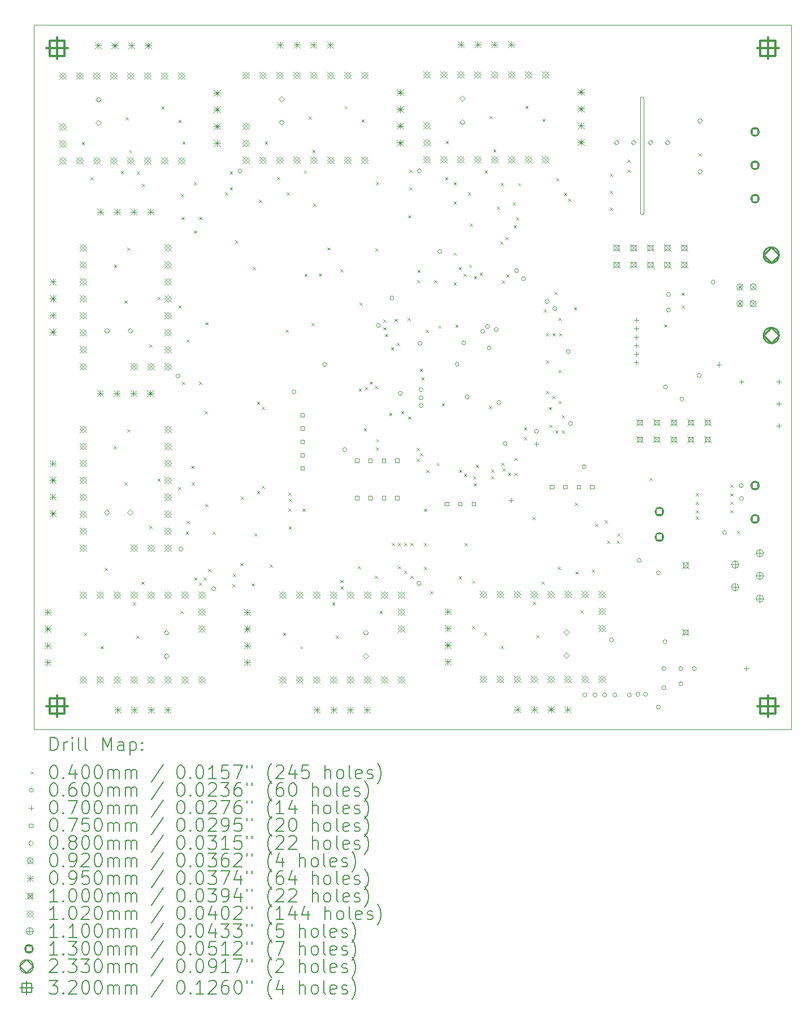
<source format=gbr>
%FSLAX45Y45*%
G04 Gerber Fmt 4.5, Leading zero omitted, Abs format (unit mm)*
G04 Created by KiCad (PCBNEW 6.0.5) date 2022-11-30 22:08:45*
%MOMM*%
%LPD*%
G01*
G04 APERTURE LIST*
%TA.AperFunction,Profile*%
%ADD10C,0.100000*%
%TD*%
%ADD11C,0.200000*%
%ADD12C,0.040000*%
%ADD13C,0.060000*%
%ADD14C,0.070000*%
%ADD15C,0.075000*%
%ADD16C,0.080000*%
%ADD17C,0.092000*%
%ADD18C,0.095000*%
%ADD19C,0.100000*%
%ADD20C,0.102000*%
%ADD21C,0.110000*%
%ADD22C,0.130000*%
%ADD23C,0.233000*%
%ADD24C,0.320000*%
G04 APERTURE END LIST*
D10*
X14640000Y-6670000D02*
G75*
G03*
X14690000Y-6670000I25000J0D01*
G01*
X14690000Y-4960000D02*
G75*
G03*
X14640000Y-4960000I-25000J5000D01*
G01*
X14640000Y-4960000D02*
X14640000Y-6670000D01*
X14690000Y-6670000D02*
X14690000Y-4960000D01*
X5550000Y-3850000D02*
X16900000Y-3850000D01*
X16900000Y-3850000D02*
X16900000Y-14400000D01*
X16900000Y-14400000D02*
X5550000Y-14400000D01*
X5550000Y-14400000D02*
X5550000Y-3850000D01*
D11*
D12*
X6270800Y-5601765D02*
X6310800Y-5641765D01*
X6310800Y-5601765D02*
X6270800Y-5641765D01*
X6299292Y-12950800D02*
X6339292Y-12990800D01*
X6339292Y-12950800D02*
X6299292Y-12990800D01*
X6401120Y-6126800D02*
X6441120Y-6166800D01*
X6441120Y-6126800D02*
X6401120Y-6166800D01*
X6553292Y-13150800D02*
X6593292Y-13190800D01*
X6593292Y-13150800D02*
X6553292Y-13190800D01*
X6614480Y-11978960D02*
X6654480Y-12018960D01*
X6654480Y-11978960D02*
X6614480Y-12018960D01*
X6749800Y-10161560D02*
X6789800Y-10201560D01*
X6789800Y-10161560D02*
X6749800Y-10201560D01*
X6752600Y-7442800D02*
X6792600Y-7482800D01*
X6792600Y-7442800D02*
X6752600Y-7482800D01*
X6855000Y-6036765D02*
X6895000Y-6076765D01*
X6895000Y-6036765D02*
X6855000Y-6076765D01*
X6907850Y-10698650D02*
X6947850Y-10738650D01*
X6947850Y-10698650D02*
X6907850Y-10738650D01*
X6910650Y-7979890D02*
X6950650Y-8019890D01*
X6950650Y-7979890D02*
X6910650Y-8019890D01*
X6927510Y-5229615D02*
X6967510Y-5269615D01*
X6967510Y-5229615D02*
X6927510Y-5269615D01*
X6949800Y-9907560D02*
X6989800Y-9947560D01*
X6989800Y-9907560D02*
X6949800Y-9947560D01*
X6952600Y-7188800D02*
X6992600Y-7228800D01*
X6992600Y-7188800D02*
X6952600Y-7228800D01*
X6982000Y-5726885D02*
X7022000Y-5766885D01*
X7022000Y-5726885D02*
X6982000Y-5766885D01*
X7035892Y-12495480D02*
X7075892Y-12535480D01*
X7075892Y-12495480D02*
X7035892Y-12535480D01*
X7090382Y-12992750D02*
X7130382Y-13032750D01*
X7130382Y-12992750D02*
X7090382Y-13032750D01*
X7097080Y-6045520D02*
X7137080Y-6085520D01*
X7137080Y-6045520D02*
X7097080Y-6085520D01*
X7162892Y-12185600D02*
X7202892Y-12225600D01*
X7202892Y-12185600D02*
X7162892Y-12225600D01*
X7174400Y-6228365D02*
X7214400Y-6268365D01*
X7214400Y-6228365D02*
X7174400Y-6268365D01*
X7280000Y-11355360D02*
X7320000Y-11395360D01*
X7320000Y-11355360D02*
X7280000Y-11395360D01*
X7282800Y-8636600D02*
X7322800Y-8676600D01*
X7322800Y-8636600D02*
X7282800Y-8676600D01*
X7405120Y-10644160D02*
X7445120Y-10684160D01*
X7445120Y-10644160D02*
X7405120Y-10684160D01*
X7407920Y-7925400D02*
X7447920Y-7965400D01*
X7447920Y-7925400D02*
X7407920Y-7965400D01*
X7464600Y-5071565D02*
X7504600Y-5111565D01*
X7504600Y-5071565D02*
X7464600Y-5111565D01*
X7715000Y-10771160D02*
X7755000Y-10811160D01*
X7755000Y-10771160D02*
X7715000Y-10811160D01*
X7717800Y-8052400D02*
X7757800Y-8092400D01*
X7757800Y-8052400D02*
X7717800Y-8092400D01*
X7718600Y-5271565D02*
X7758600Y-5311565D01*
X7758600Y-5271565D02*
X7718600Y-5311565D01*
X7747092Y-12620600D02*
X7787092Y-12660600D01*
X7787092Y-12620600D02*
X7747092Y-12660600D01*
X7757480Y-6384790D02*
X7797480Y-6424790D01*
X7797480Y-6384790D02*
X7757480Y-6424790D01*
X7767640Y-6726240D02*
X7807640Y-6766240D01*
X7807640Y-6726240D02*
X7767640Y-6766240D01*
X7772720Y-9195120D02*
X7812720Y-9235120D01*
X7812720Y-9195120D02*
X7772720Y-9235120D01*
X7777800Y-5598480D02*
X7817800Y-5638480D01*
X7817800Y-5598480D02*
X7777800Y-5638480D01*
X7828600Y-11440480D02*
X7868600Y-11480480D01*
X7868600Y-11440480D02*
X7828600Y-11480480D01*
X7838760Y-8560120D02*
X7878760Y-8600120D01*
X7878760Y-8560120D02*
X7838760Y-8600120D01*
X7838760Y-11277920D02*
X7878760Y-11317920D01*
X7878760Y-11277920D02*
X7838760Y-11317920D01*
X7906600Y-10451760D02*
X7946600Y-10491760D01*
X7946600Y-10451760D02*
X7906600Y-10491760D01*
X7920040Y-10698800D02*
X7960040Y-10738800D01*
X7960040Y-10698800D02*
X7920040Y-10738800D01*
X7950520Y-6208080D02*
X7990520Y-6248080D01*
X7990520Y-6208080D02*
X7950520Y-6248080D01*
X7950520Y-6929440D02*
X7990520Y-6969440D01*
X7990520Y-6929440D02*
X7950520Y-6969440D01*
X7955600Y-12126280D02*
X7995600Y-12166280D01*
X7995600Y-12126280D02*
X7955600Y-12166280D01*
X8026720Y-6726240D02*
X8066720Y-6766240D01*
X8066720Y-6726240D02*
X8026720Y-6766240D01*
X8026720Y-9195120D02*
X8066720Y-9235120D01*
X8066720Y-9195120D02*
X8026720Y-9235120D01*
X8026720Y-12197400D02*
X8066720Y-12237400D01*
X8066720Y-12197400D02*
X8026720Y-12237400D01*
X8092760Y-12126280D02*
X8132760Y-12166280D01*
X8132760Y-12126280D02*
X8092760Y-12166280D01*
X8113080Y-9632000D02*
X8153080Y-9672000D01*
X8153080Y-9632000D02*
X8113080Y-9672000D01*
X8123240Y-8301040D02*
X8163240Y-8341040D01*
X8163240Y-8301040D02*
X8123240Y-8341040D01*
X8123240Y-11023920D02*
X8163240Y-11063920D01*
X8163240Y-11023920D02*
X8123240Y-11063920D01*
X8163880Y-11999280D02*
X8203880Y-12039280D01*
X8203880Y-11999280D02*
X8163880Y-12039280D01*
X8229920Y-11435400D02*
X8269920Y-11475400D01*
X8269920Y-11435400D02*
X8229920Y-11475400D01*
X8417880Y-6355400D02*
X8457880Y-6395400D01*
X8457880Y-6355400D02*
X8417880Y-6395400D01*
X8489000Y-6045520D02*
X8529000Y-6085520D01*
X8529000Y-6045520D02*
X8489000Y-6085520D01*
X8489000Y-6284280D02*
X8529000Y-6324280D01*
X8529000Y-6284280D02*
X8489000Y-6324280D01*
X8529640Y-12222800D02*
X8569640Y-12262800D01*
X8569640Y-12222800D02*
X8529640Y-12262800D01*
X8534720Y-12070400D02*
X8574720Y-12110400D01*
X8574720Y-12070400D02*
X8534720Y-12110400D01*
X8570280Y-7076760D02*
X8610280Y-7116760D01*
X8610280Y-7076760D02*
X8570280Y-7116760D01*
X8646480Y-11907840D02*
X8686480Y-11947840D01*
X8686480Y-11907840D02*
X8646480Y-11947840D01*
X8651560Y-10912160D02*
X8691560Y-10952160D01*
X8691560Y-10912160D02*
X8651560Y-10952160D01*
X8814120Y-12212640D02*
X8854120Y-12252640D01*
X8854120Y-12212640D02*
X8814120Y-12252640D01*
X8829360Y-7473000D02*
X8869360Y-7513000D01*
X8869360Y-7473000D02*
X8829360Y-7513000D01*
X8857300Y-11463340D02*
X8897300Y-11503340D01*
X8897300Y-11463340D02*
X8857300Y-11503340D01*
X8895400Y-9489760D02*
X8935400Y-9529760D01*
X8935400Y-9489760D02*
X8895400Y-9529760D01*
X8895400Y-10825800D02*
X8935400Y-10865800D01*
X8935400Y-10825800D02*
X8895400Y-10865800D01*
X8925880Y-6467160D02*
X8965880Y-6507160D01*
X8965880Y-6467160D02*
X8925880Y-6507160D01*
X8966520Y-9565960D02*
X9006520Y-9605960D01*
X9006520Y-9565960D02*
X8966520Y-9605960D01*
X8966520Y-10754680D02*
X9006520Y-10794680D01*
X9006520Y-10754680D02*
X8966520Y-10794680D01*
X9012908Y-5595583D02*
X9052908Y-5635583D01*
X9052908Y-5595583D02*
X9012908Y-5635583D01*
X9083360Y-11928160D02*
X9123360Y-11968160D01*
X9123360Y-11928160D02*
X9083360Y-11968160D01*
X9195120Y-6126800D02*
X9235120Y-6166800D01*
X9235120Y-6126800D02*
X9195120Y-6166800D01*
X9285400Y-12950800D02*
X9325400Y-12990800D01*
X9325400Y-12950800D02*
X9285400Y-12990800D01*
X9322120Y-8417880D02*
X9362120Y-8457880D01*
X9362120Y-8417880D02*
X9322120Y-8457880D01*
X9337360Y-6355400D02*
X9377360Y-6395400D01*
X9377360Y-6355400D02*
X9337360Y-6395400D01*
X9367840Y-10856280D02*
X9407840Y-10896280D01*
X9407840Y-10856280D02*
X9367840Y-10896280D01*
X9367840Y-11089960D02*
X9407840Y-11129960D01*
X9407840Y-11089960D02*
X9367840Y-11129960D01*
X9368253Y-11364280D02*
X9408253Y-11404280D01*
X9408253Y-11364280D02*
X9368253Y-11404280D01*
X9372920Y-10947720D02*
X9412920Y-10987720D01*
X9412920Y-10947720D02*
X9372920Y-10987720D01*
X9539400Y-13150800D02*
X9579400Y-13190800D01*
X9579400Y-13150800D02*
X9539400Y-13190800D01*
X9576120Y-11095040D02*
X9616120Y-11135040D01*
X9616120Y-11095040D02*
X9576120Y-11135040D01*
X9597108Y-6030583D02*
X9637108Y-6070583D01*
X9637108Y-6030583D02*
X9597108Y-6070583D01*
X9606600Y-7574600D02*
X9646600Y-7614600D01*
X9646600Y-7574600D02*
X9606600Y-7614600D01*
X9669618Y-5223433D02*
X9709618Y-5263433D01*
X9709618Y-5223433D02*
X9669618Y-5263433D01*
X9713280Y-8311200D02*
X9753280Y-8351200D01*
X9753280Y-8311200D02*
X9713280Y-8351200D01*
X9724108Y-5720703D02*
X9764108Y-5760703D01*
X9764108Y-5720703D02*
X9724108Y-5760703D01*
X9738680Y-6528120D02*
X9778680Y-6568120D01*
X9778680Y-6528120D02*
X9738680Y-6568120D01*
X9819960Y-7573150D02*
X9859960Y-7613150D01*
X9859960Y-7573150D02*
X9819960Y-7613150D01*
X9946960Y-7183440D02*
X9986960Y-7223440D01*
X9986960Y-7183440D02*
X9946960Y-7223440D01*
X10022000Y-12495480D02*
X10062000Y-12535480D01*
X10062000Y-12495480D02*
X10022000Y-12535480D01*
X10076490Y-12992750D02*
X10116490Y-13032750D01*
X10116490Y-12992750D02*
X10076490Y-13032750D01*
X10145080Y-7508560D02*
X10185080Y-7548560D01*
X10185080Y-7508560D02*
X10145080Y-7548560D01*
X10145080Y-12161840D02*
X10185080Y-12201840D01*
X10185080Y-12161840D02*
X10145080Y-12201840D01*
X10149000Y-12258360D02*
X10189000Y-12298360D01*
X10189000Y-12258360D02*
X10149000Y-12298360D01*
X10206708Y-5065383D02*
X10246708Y-5105383D01*
X10246708Y-5065383D02*
X10206708Y-5105383D01*
X10404160Y-11953560D02*
X10444160Y-11993560D01*
X10444160Y-11953560D02*
X10404160Y-11993560D01*
X10419400Y-9296720D02*
X10459400Y-9336720D01*
X10459400Y-9296720D02*
X10419400Y-9336720D01*
X10429560Y-8011480D02*
X10469560Y-8051480D01*
X10469560Y-8011480D02*
X10429560Y-8051480D01*
X10460708Y-5265383D02*
X10500708Y-5305383D01*
X10500708Y-5265383D02*
X10460708Y-5305383D01*
X10495600Y-9886000D02*
X10535600Y-9926000D01*
X10535600Y-9886000D02*
X10495600Y-9926000D01*
X10515980Y-9268953D02*
X10555980Y-9308953D01*
X10555980Y-9268953D02*
X10515980Y-9308953D01*
X10587040Y-9190040D02*
X10627040Y-9230040D01*
X10627040Y-9190040D02*
X10587040Y-9230040D01*
X10663240Y-9256080D02*
X10703240Y-9296080D01*
X10703240Y-9256080D02*
X10663240Y-9296080D01*
X10663240Y-12095800D02*
X10703240Y-12135800D01*
X10703240Y-12095800D02*
X10663240Y-12135800D01*
X10668113Y-7193807D02*
X10708113Y-7233807D01*
X10708113Y-7193807D02*
X10668113Y-7233807D01*
X10678298Y-10175378D02*
X10718298Y-10215378D01*
X10718298Y-10175378D02*
X10678298Y-10215378D01*
X10678480Y-6208080D02*
X10718480Y-6248080D01*
X10718480Y-6208080D02*
X10678480Y-6248080D01*
X10680400Y-10052200D02*
X10720400Y-10092200D01*
X10720400Y-10052200D02*
X10680400Y-10092200D01*
X10733200Y-12620600D02*
X10773200Y-12660600D01*
X10773200Y-12620600D02*
X10733200Y-12660600D01*
X10790240Y-8265480D02*
X10830240Y-8305480D01*
X10830240Y-8265480D02*
X10790240Y-8305480D01*
X10790240Y-8377240D02*
X10830240Y-8417240D01*
X10830240Y-8377240D02*
X10790240Y-8417240D01*
X10815640Y-8478840D02*
X10855640Y-8518840D01*
X10855640Y-8478840D02*
X10815640Y-8518840D01*
X10876600Y-9657400D02*
X10916600Y-9697400D01*
X10916600Y-9657400D02*
X10876600Y-9697400D01*
X10902000Y-8676960D02*
X10942000Y-8716960D01*
X10942000Y-8676960D02*
X10902000Y-8716960D01*
X10912160Y-11608120D02*
X10952160Y-11648120D01*
X10952160Y-11608120D02*
X10912160Y-11648120D01*
X10957880Y-8250240D02*
X10997880Y-8290240D01*
X10997880Y-8250240D02*
X10957880Y-8290240D01*
X10993440Y-8610920D02*
X11033440Y-8650920D01*
X11033440Y-8610920D02*
X10993440Y-8650920D01*
X11008680Y-11608120D02*
X11048680Y-11648120D01*
X11048680Y-11608120D02*
X11008680Y-11648120D01*
X11008680Y-11953560D02*
X11048680Y-11993560D01*
X11048680Y-11953560D02*
X11008680Y-11993560D01*
X11054400Y-9632000D02*
X11094400Y-9672000D01*
X11094400Y-9632000D02*
X11054400Y-9672000D01*
X11100120Y-11608120D02*
X11140120Y-11648120D01*
X11140120Y-11608120D02*
X11100120Y-11648120D01*
X11100120Y-12024680D02*
X11140120Y-12064680D01*
X11140120Y-12024680D02*
X11100120Y-12064680D01*
X11150920Y-8235000D02*
X11190920Y-8275000D01*
X11190920Y-8235000D02*
X11150920Y-8275000D01*
X11161080Y-6700840D02*
X11201080Y-6740840D01*
X11201080Y-6700840D02*
X11161080Y-6740840D01*
X11161500Y-9713700D02*
X11201500Y-9753700D01*
X11201500Y-9713700D02*
X11161500Y-9753700D01*
X11176320Y-6020120D02*
X11216320Y-6060120D01*
X11216320Y-6020120D02*
X11176320Y-6060120D01*
X11176320Y-6284280D02*
X11216320Y-6324280D01*
X11216320Y-6284280D02*
X11176320Y-6324280D01*
X11191560Y-11608120D02*
X11231560Y-11648120D01*
X11231560Y-11608120D02*
X11191560Y-11648120D01*
X11191560Y-12095800D02*
X11231560Y-12135800D01*
X11231560Y-12095800D02*
X11191560Y-12135800D01*
X11289520Y-10182560D02*
X11329520Y-10222560D01*
X11329520Y-10182560D02*
X11289520Y-10222560D01*
X11289520Y-10342560D02*
X11329520Y-10382560D01*
X11329520Y-10342560D02*
X11289520Y-10382560D01*
X11298240Y-7671120D02*
X11338240Y-7711120D01*
X11338240Y-7671120D02*
X11298240Y-7711120D01*
X11300573Y-7516387D02*
X11340573Y-7556387D01*
X11340573Y-7516387D02*
X11300573Y-7556387D01*
X11333800Y-8997000D02*
X11373800Y-9037000D01*
X11373800Y-8997000D02*
X11333800Y-9037000D01*
X11338880Y-10261920D02*
X11378880Y-10301920D01*
X11378880Y-10261920D02*
X11338880Y-10301920D01*
X11359200Y-9124000D02*
X11399200Y-9164000D01*
X11399200Y-9124000D02*
X11359200Y-9164000D01*
X11394760Y-11095040D02*
X11434760Y-11135040D01*
X11434760Y-11095040D02*
X11394760Y-11135040D01*
X11394760Y-11608120D02*
X11434760Y-11648120D01*
X11434760Y-11608120D02*
X11394760Y-11648120D01*
X11394760Y-11964810D02*
X11434760Y-12004810D01*
X11434760Y-11964810D02*
X11394760Y-12004810D01*
X11420160Y-8412800D02*
X11460160Y-8452800D01*
X11460160Y-8412800D02*
X11420160Y-8452800D01*
X11430320Y-10515920D02*
X11470320Y-10555920D01*
X11470320Y-10515920D02*
X11430320Y-10555920D01*
X11491280Y-12324400D02*
X11531280Y-12364400D01*
X11531280Y-12324400D02*
X11491280Y-12364400D01*
X11547160Y-7671120D02*
X11587160Y-7711120D01*
X11587160Y-7671120D02*
X11547160Y-7711120D01*
X11587800Y-10409240D02*
X11627800Y-10449240D01*
X11627800Y-10409240D02*
X11587800Y-10449240D01*
X11613200Y-8351840D02*
X11653200Y-8391840D01*
X11653200Y-8351840D02*
X11613200Y-8391840D01*
X11664000Y-9513160D02*
X11704000Y-9553160D01*
X11704000Y-9513160D02*
X11664000Y-9553160D01*
X11714800Y-6126800D02*
X11754800Y-6166800D01*
X11754800Y-6126800D02*
X11714800Y-6166800D01*
X11723445Y-5589400D02*
X11763445Y-5629400D01*
X11763445Y-5589400D02*
X11723445Y-5629400D01*
X11841800Y-6208080D02*
X11881800Y-6248080D01*
X11881800Y-6208080D02*
X11841800Y-6248080D01*
X11841800Y-6492560D02*
X11881800Y-6532560D01*
X11881800Y-6492560D02*
X11841800Y-6532560D01*
X11841800Y-7259640D02*
X11881800Y-7299640D01*
X11881800Y-7259640D02*
X11841800Y-7299640D01*
X11841800Y-7701600D02*
X11881800Y-7741600D01*
X11881800Y-7701600D02*
X11841800Y-7741600D01*
X11867200Y-8336600D02*
X11907200Y-8376600D01*
X11907200Y-8336600D02*
X11867200Y-8376600D01*
X11918000Y-7473000D02*
X11958000Y-7513000D01*
X11958000Y-7473000D02*
X11918000Y-7513000D01*
X11918000Y-12105960D02*
X11958000Y-12145960D01*
X11958000Y-12105960D02*
X11918000Y-12145960D01*
X11923080Y-10510840D02*
X11963080Y-10550840D01*
X11963080Y-10510840D02*
X11923080Y-10550840D01*
X11987950Y-7579680D02*
X12027950Y-7619680D01*
X12027950Y-7579680D02*
X11987950Y-7619680D01*
X11994200Y-10571800D02*
X12034200Y-10611800D01*
X12034200Y-10571800D02*
X11994200Y-10611800D01*
X12009440Y-11608120D02*
X12049440Y-11648120D01*
X12049440Y-11608120D02*
X12009440Y-11648120D01*
X12055160Y-6355400D02*
X12095160Y-6395400D01*
X12095160Y-6355400D02*
X12055160Y-6395400D01*
X12070400Y-7437440D02*
X12110400Y-7477440D01*
X12110400Y-7437440D02*
X12070400Y-7477440D01*
X12085640Y-6822760D02*
X12125640Y-6862760D01*
X12125640Y-6822760D02*
X12085640Y-6862760D01*
X12116120Y-12852720D02*
X12156120Y-12892720D01*
X12156120Y-12852720D02*
X12116120Y-12892720D01*
X12121200Y-12170910D02*
X12161200Y-12210910D01*
X12161200Y-12170910D02*
X12121200Y-12210910D01*
X12136440Y-10607360D02*
X12176440Y-10647360D01*
X12176440Y-10607360D02*
X12136440Y-10647360D01*
X12141727Y-10714247D02*
X12181727Y-10754247D01*
X12181727Y-10714247D02*
X12141727Y-10754247D01*
X12146600Y-7612700D02*
X12186600Y-7652700D01*
X12186600Y-7612700D02*
X12146600Y-7652700D01*
X12170910Y-10439720D02*
X12210910Y-10479720D01*
X12210910Y-10439720D02*
X12170910Y-10479720D01*
X12230801Y-7558295D02*
X12270801Y-7598295D01*
X12270801Y-7558295D02*
X12230801Y-7598295D01*
X12291400Y-12944800D02*
X12331400Y-12984800D01*
X12331400Y-12944800D02*
X12291400Y-12984800D01*
X12307645Y-6024400D02*
X12347645Y-6064400D01*
X12347645Y-6024400D02*
X12307645Y-6064400D01*
X12370120Y-9560880D02*
X12410120Y-9600880D01*
X12410120Y-9560880D02*
X12370120Y-9600880D01*
X12380155Y-5217250D02*
X12420155Y-5257250D01*
X12420155Y-5217250D02*
X12380155Y-5257250D01*
X12401690Y-10503771D02*
X12441690Y-10543771D01*
X12441690Y-10503771D02*
X12401690Y-10543771D01*
X12401690Y-10607360D02*
X12441690Y-10647360D01*
X12441690Y-10607360D02*
X12401690Y-10647360D01*
X12434645Y-5714520D02*
X12474645Y-5754520D01*
X12474645Y-5714520D02*
X12434645Y-5754520D01*
X12492040Y-6568760D02*
X12532040Y-6608760D01*
X12532040Y-6568760D02*
X12492040Y-6608760D01*
X12537760Y-7097080D02*
X12577760Y-7137080D01*
X12577760Y-7097080D02*
X12537760Y-7137080D01*
X12545400Y-13144800D02*
X12585400Y-13184800D01*
X12585400Y-13144800D02*
X12545400Y-13184800D01*
X12547045Y-6216000D02*
X12587045Y-6256000D01*
X12587045Y-6216000D02*
X12547045Y-6256000D01*
X12558080Y-10404160D02*
X12598080Y-10444160D01*
X12598080Y-10404160D02*
X12558080Y-10444160D01*
X12568240Y-7681280D02*
X12608240Y-7721280D01*
X12608240Y-7681280D02*
X12568240Y-7721280D01*
X12576420Y-10492238D02*
X12616420Y-10532238D01*
X12616420Y-10492238D02*
X12576420Y-10532238D01*
X12619040Y-7025960D02*
X12659040Y-7065960D01*
X12659040Y-7025960D02*
X12619040Y-7065960D01*
X12629200Y-7583670D02*
X12669200Y-7623670D01*
X12669200Y-7583670D02*
X12629200Y-7623670D01*
X12654600Y-10558550D02*
X12694600Y-10598550D01*
X12694600Y-10558550D02*
X12654600Y-10598550D01*
X12725720Y-6512880D02*
X12765720Y-6552880D01*
X12765720Y-6512880D02*
X12725720Y-6552880D01*
X12737980Y-6848160D02*
X12777980Y-6888160D01*
X12777980Y-6848160D02*
X12737980Y-6888160D01*
X12749600Y-10331050D02*
X12789600Y-10371050D01*
X12789600Y-10331050D02*
X12749600Y-10371050D01*
X12749600Y-10558550D02*
X12789600Y-10598550D01*
X12789600Y-10558550D02*
X12749600Y-10598550D01*
X12776520Y-6731320D02*
X12816520Y-6771320D01*
X12816520Y-6731320D02*
X12776520Y-6771320D01*
X12807000Y-6218240D02*
X12847000Y-6258240D01*
X12847000Y-6218240D02*
X12807000Y-6258240D01*
X12893360Y-9875840D02*
X12933360Y-9915840D01*
X12933360Y-9875840D02*
X12893360Y-9915840D01*
X12893360Y-10023160D02*
X12933360Y-10063160D01*
X12933360Y-10023160D02*
X12893360Y-10063160D01*
X12917245Y-5059200D02*
X12957245Y-5099200D01*
X12957245Y-5059200D02*
X12917245Y-5099200D01*
X13025440Y-11216960D02*
X13065440Y-11256960D01*
X13065440Y-11216960D02*
X13025440Y-11256960D01*
X13028000Y-12489480D02*
X13068000Y-12529480D01*
X13068000Y-12489480D02*
X13028000Y-12529480D01*
X13082490Y-12986750D02*
X13122490Y-13026750D01*
X13122490Y-12986750D02*
X13082490Y-13026750D01*
X13155000Y-12179600D02*
X13195000Y-12219600D01*
X13195000Y-12179600D02*
X13155000Y-12219600D01*
X13171245Y-5259200D02*
X13211245Y-5299200D01*
X13211245Y-5259200D02*
X13171245Y-5299200D01*
X13193080Y-8108000D02*
X13233080Y-8148000D01*
X13233080Y-8108000D02*
X13193080Y-8148000D01*
X13223300Y-8463600D02*
X13263300Y-8503600D01*
X13263300Y-8463600D02*
X13223300Y-8503600D01*
X13223560Y-8870000D02*
X13263560Y-8910000D01*
X13263560Y-8870000D02*
X13223560Y-8910000D01*
X13223560Y-9327200D02*
X13263560Y-9367200D01*
X13263560Y-9327200D02*
X13223560Y-9367200D01*
X13269280Y-9571040D02*
X13309280Y-9611040D01*
X13309280Y-9571040D02*
X13269280Y-9611040D01*
X13274360Y-9835200D02*
X13314360Y-9875200D01*
X13314360Y-9835200D02*
X13274360Y-9875200D01*
X13320080Y-9403400D02*
X13360080Y-9443400D01*
X13360080Y-9403400D02*
X13320080Y-9443400D01*
X13323250Y-8463600D02*
X13363250Y-8503600D01*
X13363250Y-8463600D02*
X13323250Y-8503600D01*
X13355640Y-7849950D02*
X13395640Y-7889950D01*
X13395640Y-7849950D02*
X13355640Y-7889950D01*
X13365800Y-9923550D02*
X13405800Y-9963550D01*
X13405800Y-9923550D02*
X13365800Y-9963550D01*
X13375960Y-6147120D02*
X13415960Y-6187120D01*
X13415960Y-6147120D02*
X13375960Y-6187120D01*
X13406440Y-11963720D02*
X13446440Y-12003720D01*
X13446440Y-11963720D02*
X13406440Y-12003720D01*
X13411520Y-9479600D02*
X13451520Y-9519600D01*
X13451520Y-9479600D02*
X13411520Y-9519600D01*
X13413300Y-8236100D02*
X13453300Y-8276100D01*
X13453300Y-8236100D02*
X13413300Y-8276100D01*
X13413300Y-9016150D02*
X13453300Y-9056150D01*
X13453300Y-9016150D02*
X13413300Y-9056150D01*
X13423201Y-8463600D02*
X13463201Y-8503600D01*
X13463201Y-8463600D02*
X13423201Y-8503600D01*
X13460800Y-9696050D02*
X13500800Y-9736050D01*
X13500800Y-9696050D02*
X13460800Y-9736050D01*
X13460800Y-9923550D02*
X13500800Y-9963550D01*
X13500800Y-9923550D02*
X13460800Y-9963550D01*
X13492800Y-6365560D02*
X13532800Y-6405560D01*
X13532800Y-6365560D02*
X13492800Y-6405560D01*
X13558840Y-6451920D02*
X13598840Y-6491920D01*
X13598840Y-6451920D02*
X13558840Y-6491920D01*
X13645200Y-8077519D02*
X13685200Y-8117519D01*
X13685200Y-8077519D02*
X13645200Y-8117519D01*
X13660440Y-11003600D02*
X13700440Y-11043600D01*
X13700440Y-11003600D02*
X13660440Y-11043600D01*
X13665520Y-12034840D02*
X13705520Y-12074840D01*
X13705520Y-12034840D02*
X13665520Y-12074840D01*
X13739200Y-12614600D02*
X13779200Y-12654600D01*
X13779200Y-12614600D02*
X13739200Y-12654600D01*
X13914440Y-12004360D02*
X13954440Y-12044360D01*
X13954440Y-12004360D02*
X13914440Y-12044360D01*
X13960160Y-11318560D02*
X14000160Y-11358560D01*
X14000160Y-11318560D02*
X13960160Y-11358560D01*
X14107480Y-11267760D02*
X14147480Y-11307760D01*
X14147480Y-11267760D02*
X14107480Y-11307760D01*
X14137960Y-11572560D02*
X14177960Y-11612560D01*
X14177960Y-11572560D02*
X14137960Y-11612560D01*
X14183300Y-6076000D02*
X14223300Y-6116000D01*
X14223300Y-6076000D02*
X14183300Y-6116000D01*
X14183300Y-6330000D02*
X14223300Y-6370000D01*
X14223300Y-6330000D02*
X14183300Y-6370000D01*
X14183300Y-6584000D02*
X14223300Y-6624000D01*
X14223300Y-6584000D02*
X14183300Y-6624000D01*
X14285280Y-11572560D02*
X14325280Y-11612560D01*
X14325280Y-11572560D02*
X14285280Y-11612560D01*
X14290360Y-11465880D02*
X14330360Y-11505880D01*
X14330360Y-11465880D02*
X14290360Y-11505880D01*
X14442760Y-5866470D02*
X14482760Y-5906470D01*
X14482760Y-5866470D02*
X14442760Y-5906470D01*
X14442760Y-6020120D02*
X14482760Y-6060120D01*
X14482760Y-6020120D02*
X14442760Y-6060120D01*
X14778040Y-10632760D02*
X14818040Y-10672760D01*
X14818040Y-10632760D02*
X14778040Y-10672760D01*
X14996480Y-8334800D02*
X15036480Y-8374800D01*
X15036480Y-8334800D02*
X14996480Y-8374800D01*
X15258650Y-7861200D02*
X15298650Y-7901200D01*
X15298650Y-7861200D02*
X15258650Y-7901200D01*
X15258650Y-8051200D02*
X15298650Y-8091200D01*
X15298650Y-8051200D02*
X15258650Y-8091200D01*
X15468920Y-11206800D02*
X15508920Y-11246800D01*
X15508920Y-11206800D02*
X15468920Y-11246800D01*
X15470500Y-10863900D02*
X15510500Y-10903900D01*
X15510500Y-10863900D02*
X15470500Y-10903900D01*
X15470500Y-10990900D02*
X15510500Y-11030900D01*
X15510500Y-10990900D02*
X15470500Y-11030900D01*
X15470500Y-11117900D02*
X15510500Y-11157900D01*
X15510500Y-11117900D02*
X15470500Y-11157900D01*
X15509560Y-5773800D02*
X15549560Y-5813800D01*
X15549560Y-5773800D02*
X15509560Y-5813800D01*
X15985500Y-10736900D02*
X16025500Y-10776900D01*
X16025500Y-10736900D02*
X15985500Y-10776900D01*
X15987080Y-10866440D02*
X16027080Y-10906440D01*
X16027080Y-10866440D02*
X15987080Y-10906440D01*
X15987080Y-10988360D02*
X16027080Y-11028360D01*
X16027080Y-10988360D02*
X15987080Y-11028360D01*
X15987080Y-11115360D02*
X16027080Y-11155360D01*
X16027080Y-11115360D02*
X15987080Y-11155360D01*
X16088680Y-11430320D02*
X16128680Y-11470320D01*
X16128680Y-11430320D02*
X16088680Y-11470320D01*
D13*
X7741440Y-9108440D02*
G75*
G03*
X7741440Y-9108440I-30000J0D01*
G01*
X7787160Y-11699240D02*
G75*
G03*
X7787160Y-11699240I-30000J0D01*
G01*
X8274840Y-12293600D02*
G75*
G03*
X8274840Y-12293600I-30000J0D01*
G01*
X8671080Y-6040120D02*
G75*
G03*
X8671080Y-6040120I-30000J0D01*
G01*
X9478800Y-9347200D02*
G75*
G03*
X9478800Y-9347200I-30000J0D01*
G01*
X9941080Y-8935720D02*
G75*
G03*
X9941080Y-8935720I-30000J0D01*
G01*
X10240800Y-10210800D02*
G75*
G03*
X10240800Y-10210800I-30000J0D01*
G01*
X10743720Y-8351520D02*
G75*
G03*
X10743720Y-8351520I-30000J0D01*
G01*
X10946920Y-7940040D02*
G75*
G03*
X10946920Y-7940040I-30000J0D01*
G01*
X11073920Y-9367520D02*
G75*
G03*
X11073920Y-9367520I-30000J0D01*
G01*
X11353320Y-12212320D02*
G75*
G03*
X11353320Y-12212320I-30000J0D01*
G01*
X11358400Y-6035040D02*
G75*
G03*
X11358400Y-6035040I-30000J0D01*
G01*
X11368560Y-8615680D02*
G75*
G03*
X11368560Y-8615680I-30000J0D01*
G01*
X11383800Y-9311640D02*
G75*
G03*
X11383800Y-9311640I-30000J0D01*
G01*
X11383800Y-9433560D02*
G75*
G03*
X11383800Y-9433560I-30000J0D01*
G01*
X11383800Y-9550400D02*
G75*
G03*
X11383800Y-9550400I-30000J0D01*
G01*
X11663200Y-7244080D02*
G75*
G03*
X11663200Y-7244080I-30000J0D01*
G01*
X11922280Y-8930640D02*
G75*
G03*
X11922280Y-8930640I-30000J0D01*
G01*
X12023880Y-8610600D02*
G75*
G03*
X12023880Y-8610600I-30000J0D01*
G01*
X12074680Y-9420210D02*
G75*
G03*
X12074680Y-9420210I-30000J0D01*
G01*
X12308360Y-8437880D02*
G75*
G03*
X12308360Y-8437880I-30000J0D01*
G01*
X12379480Y-8366760D02*
G75*
G03*
X12379480Y-8366760I-30000J0D01*
G01*
X12403480Y-8686800D02*
G75*
G03*
X12403480Y-8686800I-30000J0D01*
G01*
X12511560Y-8412480D02*
G75*
G03*
X12511560Y-8412480I-30000J0D01*
G01*
X12552200Y-9504680D02*
G75*
G03*
X12552200Y-9504680I-30000J0D01*
G01*
X12643640Y-10119360D02*
G75*
G03*
X12643640Y-10119360I-30000J0D01*
G01*
X12816360Y-7528560D02*
G75*
G03*
X12816360Y-7528560I-30000J0D01*
G01*
X12917960Y-7650480D02*
G75*
G03*
X12917960Y-7650480I-30000J0D01*
G01*
X13111000Y-9936480D02*
G75*
G03*
X13111000Y-9936480I-30000J0D01*
G01*
X13272542Y-7992542D02*
G75*
G03*
X13272542Y-7992542I-30000J0D01*
G01*
X13387860Y-8097520D02*
G75*
G03*
X13387860Y-8097520I-30000J0D01*
G01*
X13588520Y-8742680D02*
G75*
G03*
X13588520Y-8742680I-30000J0D01*
G01*
X13624080Y-9819640D02*
G75*
G03*
X13624080Y-9819640I-30000J0D01*
G01*
X13827280Y-10464800D02*
G75*
G03*
X13827280Y-10464800I-30000J0D01*
G01*
X13837440Y-13883640D02*
G75*
G03*
X13837440Y-13883640I-30000J0D01*
G01*
X13989840Y-13883640D02*
G75*
G03*
X13989840Y-13883640I-30000J0D01*
G01*
X14132080Y-13883640D02*
G75*
G03*
X14132080Y-13883640I-30000J0D01*
G01*
X14233680Y-13060680D02*
G75*
G03*
X14233680Y-13060680I-30000J0D01*
G01*
X14284480Y-13883640D02*
G75*
G03*
X14284480Y-13883640I-30000J0D01*
G01*
X14504300Y-13883640D02*
G75*
G03*
X14504300Y-13883640I-30000J0D01*
G01*
X14629920Y-13873480D02*
G75*
G03*
X14629920Y-13873480I-30000J0D01*
G01*
X14650240Y-11866880D02*
G75*
G03*
X14650240Y-11866880I-30000J0D01*
G01*
X14746760Y-13873480D02*
G75*
G03*
X14746760Y-13873480I-30000J0D01*
G01*
X14938813Y-14065533D02*
G75*
G03*
X14938813Y-14065533I-30000J0D01*
G01*
X14939800Y-12054840D02*
G75*
G03*
X14939800Y-12054840I-30000J0D01*
G01*
X15021080Y-13487400D02*
G75*
G03*
X15021080Y-13487400I-30000J0D01*
G01*
X15021080Y-13774900D02*
G75*
G03*
X15021080Y-13774900I-30000J0D01*
G01*
X15036320Y-13086080D02*
G75*
G03*
X15036320Y-13086080I-30000J0D01*
G01*
X15046480Y-9272800D02*
G75*
G03*
X15046480Y-9272800I-30000J0D01*
G01*
X15090000Y-7887040D02*
G75*
G03*
X15090000Y-7887040I-30000J0D01*
G01*
X15090000Y-8120000D02*
G75*
G03*
X15090000Y-8120000I-30000J0D01*
G01*
X15275000Y-13487400D02*
G75*
G03*
X15275000Y-13487400I-30000J0D01*
G01*
X15275000Y-13717400D02*
G75*
G03*
X15275000Y-13717400I-30000J0D01*
G01*
X15290320Y-9453880D02*
G75*
G03*
X15290320Y-9453880I-30000J0D01*
G01*
X15478280Y-13487400D02*
G75*
G03*
X15478280Y-13487400I-30000J0D01*
G01*
X15549790Y-9097360D02*
G75*
G03*
X15549790Y-9097360I-30000J0D01*
G01*
X15757680Y-7701280D02*
G75*
G03*
X15757680Y-7701280I-30000J0D01*
G01*
X15930400Y-11450320D02*
G75*
G03*
X15930400Y-11450320I-30000J0D01*
G01*
X16178240Y-10748200D02*
G75*
G03*
X16178240Y-10748200I-30000J0D01*
G01*
X16184400Y-10942320D02*
G75*
G03*
X16184400Y-10942320I-30000J0D01*
G01*
D14*
X12700000Y-10937800D02*
X12700000Y-11007800D01*
X12665000Y-10972800D02*
X12735000Y-10972800D01*
X13081000Y-10089440D02*
X13081000Y-10159440D01*
X13046000Y-10124440D02*
X13116000Y-10124440D01*
X14582100Y-8232700D02*
X14582100Y-8302700D01*
X14547100Y-8267700D02*
X14617100Y-8267700D01*
X14582100Y-8359700D02*
X14582100Y-8429700D01*
X14547100Y-8394700D02*
X14617100Y-8394700D01*
X14582100Y-8486700D02*
X14582100Y-8556700D01*
X14547100Y-8521700D02*
X14617100Y-8521700D01*
X14582100Y-8613700D02*
X14582100Y-8683700D01*
X14547100Y-8648700D02*
X14617100Y-8648700D01*
X14582100Y-8740700D02*
X14582100Y-8810700D01*
X14547100Y-8775700D02*
X14617100Y-8775700D01*
X14582100Y-8867700D02*
X14582100Y-8937700D01*
X14547100Y-8902700D02*
X14617100Y-8902700D01*
X15816750Y-8899800D02*
X15816750Y-8969800D01*
X15781750Y-8934800D02*
X15851750Y-8934800D01*
X16154400Y-9159800D02*
X16154400Y-9229800D01*
X16119400Y-9194800D02*
X16189400Y-9194800D01*
X16225520Y-13447320D02*
X16225520Y-13517320D01*
X16190520Y-13482320D02*
X16260520Y-13482320D01*
X16713200Y-9159800D02*
X16713200Y-9229800D01*
X16678200Y-9194800D02*
X16748200Y-9194800D01*
X16713200Y-9490000D02*
X16713200Y-9560000D01*
X16678200Y-9525000D02*
X16748200Y-9525000D01*
X16713200Y-9820200D02*
X16713200Y-9890200D01*
X16678200Y-9855200D02*
X16748200Y-9855200D01*
D15*
X9602317Y-9716717D02*
X9602317Y-9663683D01*
X9549283Y-9663683D01*
X9549283Y-9716717D01*
X9602317Y-9716717D01*
X9602317Y-9916717D02*
X9602317Y-9863683D01*
X9549283Y-9863683D01*
X9549283Y-9916717D01*
X9602317Y-9916717D01*
X9602317Y-10116717D02*
X9602317Y-10063683D01*
X9549283Y-10063683D01*
X9549283Y-10116717D01*
X9602317Y-10116717D01*
X9602317Y-10316717D02*
X9602317Y-10263683D01*
X9549283Y-10263683D01*
X9549283Y-10316717D01*
X9602317Y-10316717D01*
X9602317Y-10516717D02*
X9602317Y-10463683D01*
X9549283Y-10463683D01*
X9549283Y-10516717D01*
X9602317Y-10516717D01*
X10419917Y-10399877D02*
X10419917Y-10346843D01*
X10366883Y-10346843D01*
X10366883Y-10399877D01*
X10419917Y-10399877D01*
X10419917Y-10958677D02*
X10419917Y-10905643D01*
X10366883Y-10905643D01*
X10366883Y-10958677D01*
X10419917Y-10958677D01*
X10619917Y-10399877D02*
X10619917Y-10346843D01*
X10566883Y-10346843D01*
X10566883Y-10399877D01*
X10619917Y-10399877D01*
X10619917Y-10958677D02*
X10619917Y-10905643D01*
X10566883Y-10905643D01*
X10566883Y-10958677D01*
X10619917Y-10958677D01*
X10819917Y-10399877D02*
X10819917Y-10346843D01*
X10766883Y-10346843D01*
X10766883Y-10399877D01*
X10819917Y-10399877D01*
X10819917Y-10958677D02*
X10819917Y-10905643D01*
X10766883Y-10905643D01*
X10766883Y-10958677D01*
X10819917Y-10958677D01*
X11019917Y-10399877D02*
X11019917Y-10346843D01*
X10966883Y-10346843D01*
X10966883Y-10399877D01*
X11019917Y-10399877D01*
X11019917Y-10958677D02*
X11019917Y-10905643D01*
X10966883Y-10905643D01*
X10966883Y-10958677D01*
X11019917Y-10958677D01*
X11764517Y-11045917D02*
X11764517Y-10992883D01*
X11711483Y-10992883D01*
X11711483Y-11045917D01*
X11764517Y-11045917D01*
X11964517Y-11045917D02*
X11964517Y-10992883D01*
X11911483Y-10992883D01*
X11911483Y-11045917D01*
X11964517Y-11045917D01*
X12164517Y-11045917D02*
X12164517Y-10992883D01*
X12111483Y-10992883D01*
X12111483Y-11045917D01*
X12164517Y-11045917D01*
X13340917Y-10796997D02*
X13340917Y-10743963D01*
X13287883Y-10743963D01*
X13287883Y-10796997D01*
X13340917Y-10796997D01*
X13540917Y-10796997D02*
X13540917Y-10743963D01*
X13487883Y-10743963D01*
X13487883Y-10796997D01*
X13540917Y-10796997D01*
X13740917Y-10796997D02*
X13740917Y-10743963D01*
X13687883Y-10743963D01*
X13687883Y-10796997D01*
X13740917Y-10796997D01*
X13940917Y-10796997D02*
X13940917Y-10743963D01*
X13887883Y-10743963D01*
X13887883Y-10796997D01*
X13940917Y-10796997D01*
D16*
X6519400Y-5004565D02*
X6559400Y-4964565D01*
X6519400Y-4924565D01*
X6479400Y-4964565D01*
X6519400Y-5004565D01*
X6519400Y-5354565D02*
X6559400Y-5314565D01*
X6519400Y-5274565D01*
X6479400Y-5314565D01*
X6519400Y-5354565D01*
X6642800Y-11186760D02*
X6682800Y-11146760D01*
X6642800Y-11106760D01*
X6602800Y-11146760D01*
X6642800Y-11186760D01*
X6645600Y-8468000D02*
X6685600Y-8428000D01*
X6645600Y-8388000D01*
X6605600Y-8428000D01*
X6645600Y-8468000D01*
X6992800Y-11186760D02*
X7032800Y-11146760D01*
X6992800Y-11106760D01*
X6952800Y-11146760D01*
X6992800Y-11186760D01*
X6995600Y-8468000D02*
X7035600Y-8428000D01*
X6995600Y-8388000D01*
X6955600Y-8428000D01*
X6995600Y-8468000D01*
X7538492Y-12987800D02*
X7578492Y-12947800D01*
X7538492Y-12907800D01*
X7498492Y-12947800D01*
X7538492Y-12987800D01*
X7538492Y-13337800D02*
X7578492Y-13297800D01*
X7538492Y-13257800D01*
X7498492Y-13297800D01*
X7538492Y-13337800D01*
X9261508Y-4998383D02*
X9301508Y-4958383D01*
X9261508Y-4918383D01*
X9221508Y-4958383D01*
X9261508Y-4998383D01*
X9261508Y-5348383D02*
X9301508Y-5308383D01*
X9261508Y-5268383D01*
X9221508Y-5308383D01*
X9261508Y-5348383D01*
X10524600Y-12987800D02*
X10564600Y-12947800D01*
X10524600Y-12907800D01*
X10484600Y-12947800D01*
X10524600Y-12987800D01*
X10524600Y-13337800D02*
X10564600Y-13297800D01*
X10524600Y-13257800D01*
X10484600Y-13297800D01*
X10524600Y-13337800D01*
X11972045Y-4992200D02*
X12012045Y-4952200D01*
X11972045Y-4912200D01*
X11932045Y-4952200D01*
X11972045Y-4992200D01*
X11972045Y-5342200D02*
X12012045Y-5302200D01*
X11972045Y-5262200D01*
X11932045Y-5302200D01*
X11972045Y-5342200D01*
X13530600Y-12981800D02*
X13570600Y-12941800D01*
X13530600Y-12901800D01*
X13490600Y-12941800D01*
X13530600Y-12981800D01*
X13530600Y-13331800D02*
X13570600Y-13291800D01*
X13530600Y-13251800D01*
X13490600Y-13291800D01*
X13530600Y-13331800D01*
X14279880Y-5648320D02*
X14319880Y-5608320D01*
X14279880Y-5568320D01*
X14239880Y-5608320D01*
X14279880Y-5648320D01*
X14533880Y-5648320D02*
X14573880Y-5608320D01*
X14533880Y-5568320D01*
X14493880Y-5608320D01*
X14533880Y-5648320D01*
X14787880Y-5648320D02*
X14827880Y-5608320D01*
X14787880Y-5568320D01*
X14747880Y-5608320D01*
X14787880Y-5648320D01*
X15041880Y-5648320D02*
X15081880Y-5608320D01*
X15041880Y-5568320D01*
X15001880Y-5608320D01*
X15041880Y-5648320D01*
X15529560Y-5323200D02*
X15569560Y-5283200D01*
X15529560Y-5243200D01*
X15489560Y-5283200D01*
X15529560Y-5323200D01*
X15529560Y-6085200D02*
X15569560Y-6045200D01*
X15529560Y-6005200D01*
X15489560Y-6045200D01*
X15529560Y-6085200D01*
D17*
X16083000Y-7727000D02*
X16175000Y-7819000D01*
X16175000Y-7727000D02*
X16083000Y-7819000D01*
X16175000Y-7773000D02*
G75*
G03*
X16175000Y-7773000I-46000J0D01*
G01*
X16083000Y-7977000D02*
X16175000Y-8069000D01*
X16175000Y-7977000D02*
X16083000Y-8069000D01*
X16175000Y-8023000D02*
G75*
G03*
X16175000Y-8023000I-46000J0D01*
G01*
X16283000Y-7727000D02*
X16375000Y-7819000D01*
X16375000Y-7727000D02*
X16283000Y-7819000D01*
X16375000Y-7773000D02*
G75*
G03*
X16375000Y-7773000I-46000J0D01*
G01*
X16283000Y-7977000D02*
X16375000Y-8069000D01*
X16375000Y-7977000D02*
X16283000Y-8069000D01*
X16375000Y-8023000D02*
G75*
G03*
X16375000Y-8023000I-46000J0D01*
G01*
D18*
X5712992Y-12595900D02*
X5807992Y-12690900D01*
X5807992Y-12595900D02*
X5712992Y-12690900D01*
X5760492Y-12595900D02*
X5760492Y-12690900D01*
X5712992Y-12643400D02*
X5807992Y-12643400D01*
X5712992Y-12845900D02*
X5807992Y-12940900D01*
X5807992Y-12845900D02*
X5712992Y-12940900D01*
X5760492Y-12845900D02*
X5760492Y-12940900D01*
X5712992Y-12893400D02*
X5807992Y-12893400D01*
X5712992Y-13095900D02*
X5807992Y-13190900D01*
X5807992Y-13095900D02*
X5712992Y-13190900D01*
X5760492Y-13095900D02*
X5760492Y-13190900D01*
X5712992Y-13143400D02*
X5807992Y-13143400D01*
X5712992Y-13345900D02*
X5807992Y-13440900D01*
X5807992Y-13345900D02*
X5712992Y-13440900D01*
X5760492Y-13345900D02*
X5760492Y-13440900D01*
X5712992Y-13393400D02*
X5807992Y-13393400D01*
X5787100Y-10368660D02*
X5882100Y-10463660D01*
X5882100Y-10368660D02*
X5787100Y-10463660D01*
X5834600Y-10368660D02*
X5834600Y-10463660D01*
X5787100Y-10416160D02*
X5882100Y-10416160D01*
X5787100Y-10618660D02*
X5882100Y-10713660D01*
X5882100Y-10618660D02*
X5787100Y-10713660D01*
X5834600Y-10618660D02*
X5834600Y-10713660D01*
X5787100Y-10666160D02*
X5882100Y-10666160D01*
X5787100Y-10868660D02*
X5882100Y-10963660D01*
X5882100Y-10868660D02*
X5787100Y-10963660D01*
X5834600Y-10868660D02*
X5834600Y-10963660D01*
X5787100Y-10916160D02*
X5882100Y-10916160D01*
X5787100Y-11118660D02*
X5882100Y-11213660D01*
X5882100Y-11118660D02*
X5787100Y-11213660D01*
X5834600Y-11118660D02*
X5834600Y-11213660D01*
X5787100Y-11166160D02*
X5882100Y-11166160D01*
X5789900Y-7649900D02*
X5884900Y-7744900D01*
X5884900Y-7649900D02*
X5789900Y-7744900D01*
X5837400Y-7649900D02*
X5837400Y-7744900D01*
X5789900Y-7697400D02*
X5884900Y-7697400D01*
X5789900Y-7899900D02*
X5884900Y-7994900D01*
X5884900Y-7899900D02*
X5789900Y-7994900D01*
X5837400Y-7899900D02*
X5837400Y-7994900D01*
X5789900Y-7947400D02*
X5884900Y-7947400D01*
X5789900Y-8149900D02*
X5884900Y-8244900D01*
X5884900Y-8149900D02*
X5789900Y-8244900D01*
X5837400Y-8149900D02*
X5837400Y-8244900D01*
X5789900Y-8197400D02*
X5884900Y-8197400D01*
X5789900Y-8399900D02*
X5884900Y-8494900D01*
X5884900Y-8399900D02*
X5789900Y-8494900D01*
X5837400Y-8399900D02*
X5837400Y-8494900D01*
X5789900Y-8447400D02*
X5884900Y-8447400D01*
X6466900Y-4108865D02*
X6561900Y-4203865D01*
X6561900Y-4108865D02*
X6466900Y-4203865D01*
X6514400Y-4108865D02*
X6514400Y-4203865D01*
X6466900Y-4156365D02*
X6561900Y-4156365D01*
X6499700Y-9321260D02*
X6594700Y-9416260D01*
X6594700Y-9321260D02*
X6499700Y-9416260D01*
X6547200Y-9321260D02*
X6547200Y-9416260D01*
X6499700Y-9368760D02*
X6594700Y-9368760D01*
X6502500Y-6602500D02*
X6597500Y-6697500D01*
X6597500Y-6602500D02*
X6502500Y-6697500D01*
X6550000Y-6602500D02*
X6550000Y-6697500D01*
X6502500Y-6650000D02*
X6597500Y-6650000D01*
X6716900Y-4108865D02*
X6811900Y-4203865D01*
X6811900Y-4108865D02*
X6716900Y-4203865D01*
X6764400Y-4108865D02*
X6764400Y-4203865D01*
X6716900Y-4156365D02*
X6811900Y-4156365D01*
X6749700Y-9321260D02*
X6844700Y-9416260D01*
X6844700Y-9321260D02*
X6749700Y-9416260D01*
X6797200Y-9321260D02*
X6797200Y-9416260D01*
X6749700Y-9368760D02*
X6844700Y-9368760D01*
X6752500Y-6602500D02*
X6847500Y-6697500D01*
X6847500Y-6602500D02*
X6752500Y-6697500D01*
X6800000Y-6602500D02*
X6800000Y-6697500D01*
X6752500Y-6650000D02*
X6847500Y-6650000D01*
X6760392Y-14058500D02*
X6855392Y-14153500D01*
X6855392Y-14058500D02*
X6760392Y-14153500D01*
X6807892Y-14058500D02*
X6807892Y-14153500D01*
X6760392Y-14106000D02*
X6855392Y-14106000D01*
X6966900Y-4108865D02*
X7061900Y-4203865D01*
X7061900Y-4108865D02*
X6966900Y-4203865D01*
X7014400Y-4108865D02*
X7014400Y-4203865D01*
X6966900Y-4156365D02*
X7061900Y-4156365D01*
X6999700Y-9321260D02*
X7094700Y-9416260D01*
X7094700Y-9321260D02*
X6999700Y-9416260D01*
X7047200Y-9321260D02*
X7047200Y-9416260D01*
X6999700Y-9368760D02*
X7094700Y-9368760D01*
X7002500Y-6602500D02*
X7097500Y-6697500D01*
X7097500Y-6602500D02*
X7002500Y-6697500D01*
X7050000Y-6602500D02*
X7050000Y-6697500D01*
X7002500Y-6650000D02*
X7097500Y-6650000D01*
X7010392Y-14058500D02*
X7105392Y-14153500D01*
X7105392Y-14058500D02*
X7010392Y-14153500D01*
X7057892Y-14058500D02*
X7057892Y-14153500D01*
X7010392Y-14106000D02*
X7105392Y-14106000D01*
X7216900Y-4108865D02*
X7311900Y-4203865D01*
X7311900Y-4108865D02*
X7216900Y-4203865D01*
X7264400Y-4108865D02*
X7264400Y-4203865D01*
X7216900Y-4156365D02*
X7311900Y-4156365D01*
X7249700Y-9321260D02*
X7344700Y-9416260D01*
X7344700Y-9321260D02*
X7249700Y-9416260D01*
X7297200Y-9321260D02*
X7297200Y-9416260D01*
X7249700Y-9368760D02*
X7344700Y-9368760D01*
X7252500Y-6602500D02*
X7347500Y-6697500D01*
X7347500Y-6602500D02*
X7252500Y-6697500D01*
X7300000Y-6602500D02*
X7300000Y-6697500D01*
X7252500Y-6650000D02*
X7347500Y-6650000D01*
X7260392Y-14058500D02*
X7355392Y-14153500D01*
X7355392Y-14058500D02*
X7260392Y-14153500D01*
X7307892Y-14058500D02*
X7307892Y-14153500D01*
X7260392Y-14106000D02*
X7355392Y-14106000D01*
X7510392Y-14058500D02*
X7605392Y-14153500D01*
X7605392Y-14058500D02*
X7510392Y-14153500D01*
X7557892Y-14058500D02*
X7557892Y-14153500D01*
X7510392Y-14106000D02*
X7605392Y-14106000D01*
X8249900Y-4821465D02*
X8344900Y-4916465D01*
X8344900Y-4821465D02*
X8249900Y-4916465D01*
X8297400Y-4821465D02*
X8297400Y-4916465D01*
X8249900Y-4868965D02*
X8344900Y-4868965D01*
X8249900Y-5071465D02*
X8344900Y-5166465D01*
X8344900Y-5071465D02*
X8249900Y-5166465D01*
X8297400Y-5071465D02*
X8297400Y-5166465D01*
X8249900Y-5118965D02*
X8344900Y-5118965D01*
X8249900Y-5321465D02*
X8344900Y-5416465D01*
X8344900Y-5321465D02*
X8249900Y-5416465D01*
X8297400Y-5321465D02*
X8297400Y-5416465D01*
X8249900Y-5368965D02*
X8344900Y-5368965D01*
X8249900Y-5571465D02*
X8344900Y-5666465D01*
X8344900Y-5571465D02*
X8249900Y-5666465D01*
X8297400Y-5571465D02*
X8297400Y-5666465D01*
X8249900Y-5618965D02*
X8344900Y-5618965D01*
X8699100Y-12595900D02*
X8794100Y-12690900D01*
X8794100Y-12595900D02*
X8699100Y-12690900D01*
X8746600Y-12595900D02*
X8746600Y-12690900D01*
X8699100Y-12643400D02*
X8794100Y-12643400D01*
X8699100Y-12845900D02*
X8794100Y-12940900D01*
X8794100Y-12845900D02*
X8699100Y-12940900D01*
X8746600Y-12845900D02*
X8746600Y-12940900D01*
X8699100Y-12893400D02*
X8794100Y-12893400D01*
X8699100Y-13095900D02*
X8794100Y-13190900D01*
X8794100Y-13095900D02*
X8699100Y-13190900D01*
X8746600Y-13095900D02*
X8746600Y-13190900D01*
X8699100Y-13143400D02*
X8794100Y-13143400D01*
X8699100Y-13345900D02*
X8794100Y-13440900D01*
X8794100Y-13345900D02*
X8699100Y-13440900D01*
X8746600Y-13345900D02*
X8746600Y-13440900D01*
X8699100Y-13393400D02*
X8794100Y-13393400D01*
X9194608Y-4102683D02*
X9289608Y-4197683D01*
X9289608Y-4102683D02*
X9194608Y-4197683D01*
X9242108Y-4102683D02*
X9242108Y-4197683D01*
X9194608Y-4150183D02*
X9289608Y-4150183D01*
X9444608Y-4102683D02*
X9539608Y-4197683D01*
X9539608Y-4102683D02*
X9444608Y-4197683D01*
X9492108Y-4102683D02*
X9492108Y-4197683D01*
X9444608Y-4150183D02*
X9539608Y-4150183D01*
X9694608Y-4102683D02*
X9789608Y-4197683D01*
X9789608Y-4102683D02*
X9694608Y-4197683D01*
X9742108Y-4102683D02*
X9742108Y-4197683D01*
X9694608Y-4150183D02*
X9789608Y-4150183D01*
X9746500Y-14058500D02*
X9841500Y-14153500D01*
X9841500Y-14058500D02*
X9746500Y-14153500D01*
X9794000Y-14058500D02*
X9794000Y-14153500D01*
X9746500Y-14106000D02*
X9841500Y-14106000D01*
X9944608Y-4102683D02*
X10039608Y-4197683D01*
X10039608Y-4102683D02*
X9944608Y-4197683D01*
X9992108Y-4102683D02*
X9992108Y-4197683D01*
X9944608Y-4150183D02*
X10039608Y-4150183D01*
X9996500Y-14058500D02*
X10091500Y-14153500D01*
X10091500Y-14058500D02*
X9996500Y-14153500D01*
X10044000Y-14058500D02*
X10044000Y-14153500D01*
X9996500Y-14106000D02*
X10091500Y-14106000D01*
X10246500Y-14058500D02*
X10341500Y-14153500D01*
X10341500Y-14058500D02*
X10246500Y-14153500D01*
X10294000Y-14058500D02*
X10294000Y-14153500D01*
X10246500Y-14106000D02*
X10341500Y-14106000D01*
X10496500Y-14058500D02*
X10591500Y-14153500D01*
X10591500Y-14058500D02*
X10496500Y-14153500D01*
X10544000Y-14058500D02*
X10544000Y-14153500D01*
X10496500Y-14106000D02*
X10591500Y-14106000D01*
X10992008Y-4815283D02*
X11087008Y-4910283D01*
X11087008Y-4815283D02*
X10992008Y-4910283D01*
X11039508Y-4815283D02*
X11039508Y-4910283D01*
X10992008Y-4862783D02*
X11087008Y-4862783D01*
X10992008Y-5065283D02*
X11087008Y-5160283D01*
X11087008Y-5065283D02*
X10992008Y-5160283D01*
X11039508Y-5065283D02*
X11039508Y-5160283D01*
X10992008Y-5112783D02*
X11087008Y-5112783D01*
X10992008Y-5315283D02*
X11087008Y-5410283D01*
X11087008Y-5315283D02*
X10992008Y-5410283D01*
X11039508Y-5315283D02*
X11039508Y-5410283D01*
X10992008Y-5362783D02*
X11087008Y-5362783D01*
X10992008Y-5565283D02*
X11087008Y-5660283D01*
X11087008Y-5565283D02*
X10992008Y-5660283D01*
X11039508Y-5565283D02*
X11039508Y-5660283D01*
X10992008Y-5612783D02*
X11087008Y-5612783D01*
X11705100Y-12589900D02*
X11800100Y-12684900D01*
X11800100Y-12589900D02*
X11705100Y-12684900D01*
X11752600Y-12589900D02*
X11752600Y-12684900D01*
X11705100Y-12637400D02*
X11800100Y-12637400D01*
X11705100Y-12839900D02*
X11800100Y-12934900D01*
X11800100Y-12839900D02*
X11705100Y-12934900D01*
X11752600Y-12839900D02*
X11752600Y-12934900D01*
X11705100Y-12887400D02*
X11800100Y-12887400D01*
X11705100Y-13089900D02*
X11800100Y-13184900D01*
X11800100Y-13089900D02*
X11705100Y-13184900D01*
X11752600Y-13089900D02*
X11752600Y-13184900D01*
X11705100Y-13137400D02*
X11800100Y-13137400D01*
X11705100Y-13339900D02*
X11800100Y-13434900D01*
X11800100Y-13339900D02*
X11705100Y-13434900D01*
X11752600Y-13339900D02*
X11752600Y-13434900D01*
X11705100Y-13387400D02*
X11800100Y-13387400D01*
X11905145Y-4096500D02*
X12000145Y-4191500D01*
X12000145Y-4096500D02*
X11905145Y-4191500D01*
X11952645Y-4096500D02*
X11952645Y-4191500D01*
X11905145Y-4144000D02*
X12000145Y-4144000D01*
X12155145Y-4096500D02*
X12250145Y-4191500D01*
X12250145Y-4096500D02*
X12155145Y-4191500D01*
X12202645Y-4096500D02*
X12202645Y-4191500D01*
X12155145Y-4144000D02*
X12250145Y-4144000D01*
X12405145Y-4096500D02*
X12500145Y-4191500D01*
X12500145Y-4096500D02*
X12405145Y-4191500D01*
X12452645Y-4096500D02*
X12452645Y-4191500D01*
X12405145Y-4144000D02*
X12500145Y-4144000D01*
X12655145Y-4096500D02*
X12750145Y-4191500D01*
X12750145Y-4096500D02*
X12655145Y-4191500D01*
X12702645Y-4096500D02*
X12702645Y-4191500D01*
X12655145Y-4144000D02*
X12750145Y-4144000D01*
X12752500Y-14052500D02*
X12847500Y-14147500D01*
X12847500Y-14052500D02*
X12752500Y-14147500D01*
X12800000Y-14052500D02*
X12800000Y-14147500D01*
X12752500Y-14100000D02*
X12847500Y-14100000D01*
X13002500Y-14052500D02*
X13097500Y-14147500D01*
X13097500Y-14052500D02*
X13002500Y-14147500D01*
X13050000Y-14052500D02*
X13050000Y-14147500D01*
X13002500Y-14100000D02*
X13097500Y-14100000D01*
X13252500Y-14052500D02*
X13347500Y-14147500D01*
X13347500Y-14052500D02*
X13252500Y-14147500D01*
X13300000Y-14052500D02*
X13300000Y-14147500D01*
X13252500Y-14100000D02*
X13347500Y-14100000D01*
X13502500Y-14052500D02*
X13597500Y-14147500D01*
X13597500Y-14052500D02*
X13502500Y-14147500D01*
X13550000Y-14052500D02*
X13550000Y-14147500D01*
X13502500Y-14100000D02*
X13597500Y-14100000D01*
X13702545Y-4809100D02*
X13797545Y-4904100D01*
X13797545Y-4809100D02*
X13702545Y-4904100D01*
X13750045Y-4809100D02*
X13750045Y-4904100D01*
X13702545Y-4856600D02*
X13797545Y-4856600D01*
X13702545Y-5059100D02*
X13797545Y-5154100D01*
X13797545Y-5059100D02*
X13702545Y-5154100D01*
X13750045Y-5059100D02*
X13750045Y-5154100D01*
X13702545Y-5106600D02*
X13797545Y-5106600D01*
X13702545Y-5309100D02*
X13797545Y-5404100D01*
X13797545Y-5309100D02*
X13702545Y-5404100D01*
X13750045Y-5309100D02*
X13750045Y-5404100D01*
X13702545Y-5356600D02*
X13797545Y-5356600D01*
X13702545Y-5559100D02*
X13797545Y-5654100D01*
X13797545Y-5559100D02*
X13702545Y-5654100D01*
X13750045Y-5559100D02*
X13750045Y-5654100D01*
X13702545Y-5606600D02*
X13797545Y-5606600D01*
D19*
X14229880Y-7134070D02*
X14329880Y-7234070D01*
X14329880Y-7134070D02*
X14229880Y-7234070D01*
X14315236Y-7219426D02*
X14315236Y-7148714D01*
X14244524Y-7148714D01*
X14244524Y-7219426D01*
X14315236Y-7219426D01*
X14229880Y-7388070D02*
X14329880Y-7488070D01*
X14329880Y-7388070D02*
X14229880Y-7488070D01*
X14315236Y-7473426D02*
X14315236Y-7402714D01*
X14244524Y-7402714D01*
X14244524Y-7473426D01*
X14315236Y-7473426D01*
X14483880Y-7134070D02*
X14583880Y-7234070D01*
X14583880Y-7134070D02*
X14483880Y-7234070D01*
X14569236Y-7219426D02*
X14569236Y-7148714D01*
X14498524Y-7148714D01*
X14498524Y-7219426D01*
X14569236Y-7219426D01*
X14483880Y-7388070D02*
X14583880Y-7488070D01*
X14583880Y-7388070D02*
X14483880Y-7488070D01*
X14569236Y-7473426D02*
X14569236Y-7402714D01*
X14498524Y-7402714D01*
X14498524Y-7473426D01*
X14569236Y-7473426D01*
X14580400Y-9754400D02*
X14680400Y-9854400D01*
X14680400Y-9754400D02*
X14580400Y-9854400D01*
X14665756Y-9839756D02*
X14665756Y-9769044D01*
X14595044Y-9769044D01*
X14595044Y-9839756D01*
X14665756Y-9839756D01*
X14580400Y-10008400D02*
X14680400Y-10108400D01*
X14680400Y-10008400D02*
X14580400Y-10108400D01*
X14665756Y-10093756D02*
X14665756Y-10023044D01*
X14595044Y-10023044D01*
X14595044Y-10093756D01*
X14665756Y-10093756D01*
X14737880Y-7134070D02*
X14837880Y-7234070D01*
X14837880Y-7134070D02*
X14737880Y-7234070D01*
X14823236Y-7219426D02*
X14823236Y-7148714D01*
X14752524Y-7148714D01*
X14752524Y-7219426D01*
X14823236Y-7219426D01*
X14737880Y-7388070D02*
X14837880Y-7488070D01*
X14837880Y-7388070D02*
X14737880Y-7488070D01*
X14823236Y-7473426D02*
X14823236Y-7402714D01*
X14752524Y-7402714D01*
X14752524Y-7473426D01*
X14823236Y-7473426D01*
X14834400Y-9754400D02*
X14934400Y-9854400D01*
X14934400Y-9754400D02*
X14834400Y-9854400D01*
X14919756Y-9839756D02*
X14919756Y-9769044D01*
X14849044Y-9769044D01*
X14849044Y-9839756D01*
X14919756Y-9839756D01*
X14834400Y-10008400D02*
X14934400Y-10108400D01*
X14934400Y-10008400D02*
X14834400Y-10108400D01*
X14919756Y-10093756D02*
X14919756Y-10023044D01*
X14849044Y-10023044D01*
X14849044Y-10093756D01*
X14919756Y-10093756D01*
X14991880Y-7134070D02*
X15091880Y-7234070D01*
X15091880Y-7134070D02*
X14991880Y-7234070D01*
X15077236Y-7219426D02*
X15077236Y-7148714D01*
X15006524Y-7148714D01*
X15006524Y-7219426D01*
X15077236Y-7219426D01*
X14991880Y-7388070D02*
X15091880Y-7488070D01*
X15091880Y-7388070D02*
X14991880Y-7488070D01*
X15077236Y-7473426D02*
X15077236Y-7402714D01*
X15006524Y-7402714D01*
X15006524Y-7473426D01*
X15077236Y-7473426D01*
X15088400Y-9754400D02*
X15188400Y-9854400D01*
X15188400Y-9754400D02*
X15088400Y-9854400D01*
X15173756Y-9839756D02*
X15173756Y-9769044D01*
X15103044Y-9769044D01*
X15103044Y-9839756D01*
X15173756Y-9839756D01*
X15088400Y-10008400D02*
X15188400Y-10108400D01*
X15188400Y-10008400D02*
X15088400Y-10108400D01*
X15173756Y-10093756D02*
X15173756Y-10023044D01*
X15103044Y-10023044D01*
X15103044Y-10093756D01*
X15173756Y-10093756D01*
X15245880Y-7134070D02*
X15345880Y-7234070D01*
X15345880Y-7134070D02*
X15245880Y-7234070D01*
X15331236Y-7219426D02*
X15331236Y-7148714D01*
X15260524Y-7148714D01*
X15260524Y-7219426D01*
X15331236Y-7219426D01*
X15245880Y-7388070D02*
X15345880Y-7488070D01*
X15345880Y-7388070D02*
X15245880Y-7488070D01*
X15331236Y-7473426D02*
X15331236Y-7402714D01*
X15260524Y-7402714D01*
X15260524Y-7473426D01*
X15331236Y-7473426D01*
X15266200Y-11890920D02*
X15366200Y-11990920D01*
X15366200Y-11890920D02*
X15266200Y-11990920D01*
X15351556Y-11976276D02*
X15351556Y-11905564D01*
X15280844Y-11905564D01*
X15280844Y-11976276D01*
X15351556Y-11976276D01*
X15266200Y-12890920D02*
X15366200Y-12990920D01*
X15366200Y-12890920D02*
X15266200Y-12990920D01*
X15351556Y-12976276D02*
X15351556Y-12905564D01*
X15280844Y-12905564D01*
X15280844Y-12976276D01*
X15351556Y-12976276D01*
X15342400Y-9754400D02*
X15442400Y-9854400D01*
X15442400Y-9754400D02*
X15342400Y-9854400D01*
X15427756Y-9839756D02*
X15427756Y-9769044D01*
X15357044Y-9769044D01*
X15357044Y-9839756D01*
X15427756Y-9839756D01*
X15342400Y-10008400D02*
X15442400Y-10108400D01*
X15442400Y-10008400D02*
X15342400Y-10108400D01*
X15427756Y-10093756D02*
X15427756Y-10023044D01*
X15357044Y-10023044D01*
X15357044Y-10093756D01*
X15427756Y-10093756D01*
X15596400Y-9754400D02*
X15696400Y-9854400D01*
X15696400Y-9754400D02*
X15596400Y-9854400D01*
X15681756Y-9839756D02*
X15681756Y-9769044D01*
X15611044Y-9769044D01*
X15611044Y-9839756D01*
X15681756Y-9839756D01*
X15596400Y-10008400D02*
X15696400Y-10108400D01*
X15696400Y-10008400D02*
X15596400Y-10108400D01*
X15681756Y-10093756D02*
X15681756Y-10023044D01*
X15611044Y-10023044D01*
X15611044Y-10093756D01*
X15681756Y-10093756D01*
D20*
X5935000Y-4557965D02*
X6037000Y-4659965D01*
X6037000Y-4557965D02*
X5935000Y-4659965D01*
X5986000Y-4659965D02*
X6037000Y-4608965D01*
X5986000Y-4557965D01*
X5935000Y-4608965D01*
X5986000Y-4659965D01*
X5935000Y-5319965D02*
X6037000Y-5421965D01*
X6037000Y-5319965D02*
X5935000Y-5421965D01*
X5986000Y-5421965D02*
X6037000Y-5370965D01*
X5986000Y-5319965D01*
X5935000Y-5370965D01*
X5986000Y-5421965D01*
X5935000Y-5573965D02*
X6037000Y-5675965D01*
X6037000Y-5573965D02*
X5935000Y-5675965D01*
X5986000Y-5675965D02*
X6037000Y-5624965D01*
X5986000Y-5573965D01*
X5935000Y-5624965D01*
X5986000Y-5675965D01*
X5935000Y-5827965D02*
X6037000Y-5929965D01*
X6037000Y-5827965D02*
X5935000Y-5929965D01*
X5986000Y-5929965D02*
X6037000Y-5878965D01*
X5986000Y-5827965D01*
X5935000Y-5878965D01*
X5986000Y-5929965D01*
X6189000Y-4557965D02*
X6291000Y-4659965D01*
X6291000Y-4557965D02*
X6189000Y-4659965D01*
X6240000Y-4659965D02*
X6291000Y-4608965D01*
X6240000Y-4557965D01*
X6189000Y-4608965D01*
X6240000Y-4659965D01*
X6189000Y-5827965D02*
X6291000Y-5929965D01*
X6291000Y-5827965D02*
X6189000Y-5929965D01*
X6240000Y-5929965D02*
X6291000Y-5878965D01*
X6240000Y-5827965D01*
X6189000Y-5878965D01*
X6240000Y-5929965D01*
X6236200Y-9851160D02*
X6338200Y-9953160D01*
X6338200Y-9851160D02*
X6236200Y-9953160D01*
X6287200Y-9953160D02*
X6338200Y-9902160D01*
X6287200Y-9851160D01*
X6236200Y-9902160D01*
X6287200Y-9953160D01*
X6236200Y-10105160D02*
X6338200Y-10207160D01*
X6338200Y-10105160D02*
X6236200Y-10207160D01*
X6287200Y-10207160D02*
X6338200Y-10156160D01*
X6287200Y-10105160D01*
X6236200Y-10156160D01*
X6287200Y-10207160D01*
X6236200Y-10359160D02*
X6338200Y-10461160D01*
X6338200Y-10359160D02*
X6236200Y-10461160D01*
X6287200Y-10461160D02*
X6338200Y-10410160D01*
X6287200Y-10359160D01*
X6236200Y-10410160D01*
X6287200Y-10461160D01*
X6236200Y-10613160D02*
X6338200Y-10715160D01*
X6338200Y-10613160D02*
X6236200Y-10715160D01*
X6287200Y-10715160D02*
X6338200Y-10664160D01*
X6287200Y-10613160D01*
X6236200Y-10664160D01*
X6287200Y-10715160D01*
X6236200Y-10867160D02*
X6338200Y-10969160D01*
X6338200Y-10867160D02*
X6236200Y-10969160D01*
X6287200Y-10969160D02*
X6338200Y-10918160D01*
X6287200Y-10867160D01*
X6236200Y-10918160D01*
X6287200Y-10969160D01*
X6236200Y-11121160D02*
X6338200Y-11223160D01*
X6338200Y-11121160D02*
X6236200Y-11223160D01*
X6287200Y-11223160D02*
X6338200Y-11172160D01*
X6287200Y-11121160D01*
X6236200Y-11172160D01*
X6287200Y-11223160D01*
X6236200Y-11375160D02*
X6338200Y-11477160D01*
X6338200Y-11375160D02*
X6236200Y-11477160D01*
X6287200Y-11477160D02*
X6338200Y-11426160D01*
X6287200Y-11375160D01*
X6236200Y-11426160D01*
X6287200Y-11477160D01*
X6236200Y-11629160D02*
X6338200Y-11731160D01*
X6338200Y-11629160D02*
X6236200Y-11731160D01*
X6287200Y-11731160D02*
X6338200Y-11680160D01*
X6287200Y-11629160D01*
X6236200Y-11680160D01*
X6287200Y-11731160D01*
X6239000Y-7132400D02*
X6341000Y-7234400D01*
X6341000Y-7132400D02*
X6239000Y-7234400D01*
X6290000Y-7234400D02*
X6341000Y-7183400D01*
X6290000Y-7132400D01*
X6239000Y-7183400D01*
X6290000Y-7234400D01*
X6239000Y-7386400D02*
X6341000Y-7488400D01*
X6341000Y-7386400D02*
X6239000Y-7488400D01*
X6290000Y-7488400D02*
X6341000Y-7437400D01*
X6290000Y-7386400D01*
X6239000Y-7437400D01*
X6290000Y-7488400D01*
X6239000Y-7640400D02*
X6341000Y-7742400D01*
X6341000Y-7640400D02*
X6239000Y-7742400D01*
X6290000Y-7742400D02*
X6341000Y-7691400D01*
X6290000Y-7640400D01*
X6239000Y-7691400D01*
X6290000Y-7742400D01*
X6239000Y-7894400D02*
X6341000Y-7996400D01*
X6341000Y-7894400D02*
X6239000Y-7996400D01*
X6290000Y-7996400D02*
X6341000Y-7945400D01*
X6290000Y-7894400D01*
X6239000Y-7945400D01*
X6290000Y-7996400D01*
X6239000Y-8148400D02*
X6341000Y-8250400D01*
X6341000Y-8148400D02*
X6239000Y-8250400D01*
X6290000Y-8250400D02*
X6341000Y-8199400D01*
X6290000Y-8148400D01*
X6239000Y-8199400D01*
X6290000Y-8250400D01*
X6239000Y-8402400D02*
X6341000Y-8504400D01*
X6341000Y-8402400D02*
X6239000Y-8504400D01*
X6290000Y-8504400D02*
X6341000Y-8453400D01*
X6290000Y-8402400D01*
X6239000Y-8453400D01*
X6290000Y-8504400D01*
X6239000Y-8656400D02*
X6341000Y-8758400D01*
X6341000Y-8656400D02*
X6239000Y-8758400D01*
X6290000Y-8758400D02*
X6341000Y-8707400D01*
X6290000Y-8656400D01*
X6239000Y-8707400D01*
X6290000Y-8758400D01*
X6239000Y-8910400D02*
X6341000Y-9012400D01*
X6341000Y-8910400D02*
X6239000Y-9012400D01*
X6290000Y-9012400D02*
X6341000Y-8961400D01*
X6290000Y-8910400D01*
X6239000Y-8961400D01*
X6290000Y-9012400D01*
X6242892Y-12332400D02*
X6344892Y-12434400D01*
X6344892Y-12332400D02*
X6242892Y-12434400D01*
X6293892Y-12434400D02*
X6344892Y-12383400D01*
X6293892Y-12332400D01*
X6242892Y-12383400D01*
X6293892Y-12434400D01*
X6242892Y-13602400D02*
X6344892Y-13704400D01*
X6344892Y-13602400D02*
X6242892Y-13704400D01*
X6293892Y-13704400D02*
X6344892Y-13653400D01*
X6293892Y-13602400D01*
X6242892Y-13653400D01*
X6293892Y-13704400D01*
X6443000Y-4557965D02*
X6545000Y-4659965D01*
X6545000Y-4557965D02*
X6443000Y-4659965D01*
X6494000Y-4659965D02*
X6545000Y-4608965D01*
X6494000Y-4557965D01*
X6443000Y-4608965D01*
X6494000Y-4659965D01*
X6443000Y-5827965D02*
X6545000Y-5929965D01*
X6545000Y-5827965D02*
X6443000Y-5929965D01*
X6494000Y-5929965D02*
X6545000Y-5878965D01*
X6494000Y-5827965D01*
X6443000Y-5878965D01*
X6494000Y-5929965D01*
X6496892Y-12332400D02*
X6598892Y-12434400D01*
X6598892Y-12332400D02*
X6496892Y-12434400D01*
X6547892Y-12434400D02*
X6598892Y-12383400D01*
X6547892Y-12332400D01*
X6496892Y-12383400D01*
X6547892Y-12434400D01*
X6496892Y-13602400D02*
X6598892Y-13704400D01*
X6598892Y-13602400D02*
X6496892Y-13704400D01*
X6547892Y-13704400D02*
X6598892Y-13653400D01*
X6547892Y-13602400D01*
X6496892Y-13653400D01*
X6547892Y-13704400D01*
X6697000Y-4557965D02*
X6799000Y-4659965D01*
X6799000Y-4557965D02*
X6697000Y-4659965D01*
X6748000Y-4659965D02*
X6799000Y-4608965D01*
X6748000Y-4557965D01*
X6697000Y-4608965D01*
X6748000Y-4659965D01*
X6697000Y-5827965D02*
X6799000Y-5929965D01*
X6799000Y-5827965D02*
X6697000Y-5929965D01*
X6748000Y-5929965D02*
X6799000Y-5878965D01*
X6748000Y-5827965D01*
X6697000Y-5878965D01*
X6748000Y-5929965D01*
X6750892Y-12332400D02*
X6852892Y-12434400D01*
X6852892Y-12332400D02*
X6750892Y-12434400D01*
X6801892Y-12434400D02*
X6852892Y-12383400D01*
X6801892Y-12332400D01*
X6750892Y-12383400D01*
X6801892Y-12434400D01*
X6750892Y-13602400D02*
X6852892Y-13704400D01*
X6852892Y-13602400D02*
X6750892Y-13704400D01*
X6801892Y-13704400D02*
X6852892Y-13653400D01*
X6801892Y-13602400D01*
X6750892Y-13653400D01*
X6801892Y-13704400D01*
X6951000Y-4557965D02*
X7053000Y-4659965D01*
X7053000Y-4557965D02*
X6951000Y-4659965D01*
X7002000Y-4659965D02*
X7053000Y-4608965D01*
X7002000Y-4557965D01*
X6951000Y-4608965D01*
X7002000Y-4659965D01*
X6951000Y-5827965D02*
X7053000Y-5929965D01*
X7053000Y-5827965D02*
X6951000Y-5929965D01*
X7002000Y-5929965D02*
X7053000Y-5878965D01*
X7002000Y-5827965D01*
X6951000Y-5878965D01*
X7002000Y-5929965D01*
X6998200Y-11629160D02*
X7100200Y-11731160D01*
X7100200Y-11629160D02*
X6998200Y-11731160D01*
X7049200Y-11731160D02*
X7100200Y-11680160D01*
X7049200Y-11629160D01*
X6998200Y-11680160D01*
X7049200Y-11731160D01*
X7001000Y-8910400D02*
X7103000Y-9012400D01*
X7103000Y-8910400D02*
X7001000Y-9012400D01*
X7052000Y-9012400D02*
X7103000Y-8961400D01*
X7052000Y-8910400D01*
X7001000Y-8961400D01*
X7052000Y-9012400D01*
X7004892Y-12332400D02*
X7106892Y-12434400D01*
X7106892Y-12332400D02*
X7004892Y-12434400D01*
X7055892Y-12434400D02*
X7106892Y-12383400D01*
X7055892Y-12332400D01*
X7004892Y-12383400D01*
X7055892Y-12434400D01*
X7004892Y-13602400D02*
X7106892Y-13704400D01*
X7106892Y-13602400D02*
X7004892Y-13704400D01*
X7055892Y-13704400D02*
X7106892Y-13653400D01*
X7055892Y-13602400D01*
X7004892Y-13653400D01*
X7055892Y-13704400D01*
X7205000Y-4557965D02*
X7307000Y-4659965D01*
X7307000Y-4557965D02*
X7205000Y-4659965D01*
X7256000Y-4659965D02*
X7307000Y-4608965D01*
X7256000Y-4557965D01*
X7205000Y-4608965D01*
X7256000Y-4659965D01*
X7205000Y-5827965D02*
X7307000Y-5929965D01*
X7307000Y-5827965D02*
X7205000Y-5929965D01*
X7256000Y-5929965D02*
X7307000Y-5878965D01*
X7256000Y-5827965D01*
X7205000Y-5878965D01*
X7256000Y-5929965D01*
X7252200Y-11629160D02*
X7354200Y-11731160D01*
X7354200Y-11629160D02*
X7252200Y-11731160D01*
X7303200Y-11731160D02*
X7354200Y-11680160D01*
X7303200Y-11629160D01*
X7252200Y-11680160D01*
X7303200Y-11731160D01*
X7255000Y-8910400D02*
X7357000Y-9012400D01*
X7357000Y-8910400D02*
X7255000Y-9012400D01*
X7306000Y-9012400D02*
X7357000Y-8961400D01*
X7306000Y-8910400D01*
X7255000Y-8961400D01*
X7306000Y-9012400D01*
X7258892Y-12332400D02*
X7360892Y-12434400D01*
X7360892Y-12332400D02*
X7258892Y-12434400D01*
X7309892Y-12434400D02*
X7360892Y-12383400D01*
X7309892Y-12332400D01*
X7258892Y-12383400D01*
X7309892Y-12434400D01*
X7258892Y-13602400D02*
X7360892Y-13704400D01*
X7360892Y-13602400D02*
X7258892Y-13704400D01*
X7309892Y-13704400D02*
X7360892Y-13653400D01*
X7309892Y-13602400D01*
X7258892Y-13653400D01*
X7309892Y-13704400D01*
X7459000Y-4557965D02*
X7561000Y-4659965D01*
X7561000Y-4557965D02*
X7459000Y-4659965D01*
X7510000Y-4659965D02*
X7561000Y-4608965D01*
X7510000Y-4557965D01*
X7459000Y-4608965D01*
X7510000Y-4659965D01*
X7459000Y-5827965D02*
X7561000Y-5929965D01*
X7561000Y-5827965D02*
X7459000Y-5929965D01*
X7510000Y-5929965D02*
X7561000Y-5878965D01*
X7510000Y-5827965D01*
X7459000Y-5878965D01*
X7510000Y-5929965D01*
X7506200Y-9851160D02*
X7608200Y-9953160D01*
X7608200Y-9851160D02*
X7506200Y-9953160D01*
X7557200Y-9953160D02*
X7608200Y-9902160D01*
X7557200Y-9851160D01*
X7506200Y-9902160D01*
X7557200Y-9953160D01*
X7506200Y-10105160D02*
X7608200Y-10207160D01*
X7608200Y-10105160D02*
X7506200Y-10207160D01*
X7557200Y-10207160D02*
X7608200Y-10156160D01*
X7557200Y-10105160D01*
X7506200Y-10156160D01*
X7557200Y-10207160D01*
X7506200Y-10359160D02*
X7608200Y-10461160D01*
X7608200Y-10359160D02*
X7506200Y-10461160D01*
X7557200Y-10461160D02*
X7608200Y-10410160D01*
X7557200Y-10359160D01*
X7506200Y-10410160D01*
X7557200Y-10461160D01*
X7506200Y-10613160D02*
X7608200Y-10715160D01*
X7608200Y-10613160D02*
X7506200Y-10715160D01*
X7557200Y-10715160D02*
X7608200Y-10664160D01*
X7557200Y-10613160D01*
X7506200Y-10664160D01*
X7557200Y-10715160D01*
X7506200Y-10867160D02*
X7608200Y-10969160D01*
X7608200Y-10867160D02*
X7506200Y-10969160D01*
X7557200Y-10969160D02*
X7608200Y-10918160D01*
X7557200Y-10867160D01*
X7506200Y-10918160D01*
X7557200Y-10969160D01*
X7506200Y-11121160D02*
X7608200Y-11223160D01*
X7608200Y-11121160D02*
X7506200Y-11223160D01*
X7557200Y-11223160D02*
X7608200Y-11172160D01*
X7557200Y-11121160D01*
X7506200Y-11172160D01*
X7557200Y-11223160D01*
X7506200Y-11375160D02*
X7608200Y-11477160D01*
X7608200Y-11375160D02*
X7506200Y-11477160D01*
X7557200Y-11477160D02*
X7608200Y-11426160D01*
X7557200Y-11375160D01*
X7506200Y-11426160D01*
X7557200Y-11477160D01*
X7506200Y-11629160D02*
X7608200Y-11731160D01*
X7608200Y-11629160D02*
X7506200Y-11731160D01*
X7557200Y-11731160D02*
X7608200Y-11680160D01*
X7557200Y-11629160D01*
X7506200Y-11680160D01*
X7557200Y-11731160D01*
X7509000Y-7132400D02*
X7611000Y-7234400D01*
X7611000Y-7132400D02*
X7509000Y-7234400D01*
X7560000Y-7234400D02*
X7611000Y-7183400D01*
X7560000Y-7132400D01*
X7509000Y-7183400D01*
X7560000Y-7234400D01*
X7509000Y-7386400D02*
X7611000Y-7488400D01*
X7611000Y-7386400D02*
X7509000Y-7488400D01*
X7560000Y-7488400D02*
X7611000Y-7437400D01*
X7560000Y-7386400D01*
X7509000Y-7437400D01*
X7560000Y-7488400D01*
X7509000Y-7640400D02*
X7611000Y-7742400D01*
X7611000Y-7640400D02*
X7509000Y-7742400D01*
X7560000Y-7742400D02*
X7611000Y-7691400D01*
X7560000Y-7640400D01*
X7509000Y-7691400D01*
X7560000Y-7742400D01*
X7509000Y-7894400D02*
X7611000Y-7996400D01*
X7611000Y-7894400D02*
X7509000Y-7996400D01*
X7560000Y-7996400D02*
X7611000Y-7945400D01*
X7560000Y-7894400D01*
X7509000Y-7945400D01*
X7560000Y-7996400D01*
X7509000Y-8148400D02*
X7611000Y-8250400D01*
X7611000Y-8148400D02*
X7509000Y-8250400D01*
X7560000Y-8250400D02*
X7611000Y-8199400D01*
X7560000Y-8148400D01*
X7509000Y-8199400D01*
X7560000Y-8250400D01*
X7509000Y-8402400D02*
X7611000Y-8504400D01*
X7611000Y-8402400D02*
X7509000Y-8504400D01*
X7560000Y-8504400D02*
X7611000Y-8453400D01*
X7560000Y-8402400D01*
X7509000Y-8453400D01*
X7560000Y-8504400D01*
X7509000Y-8656400D02*
X7611000Y-8758400D01*
X7611000Y-8656400D02*
X7509000Y-8758400D01*
X7560000Y-8758400D02*
X7611000Y-8707400D01*
X7560000Y-8656400D01*
X7509000Y-8707400D01*
X7560000Y-8758400D01*
X7509000Y-8910400D02*
X7611000Y-9012400D01*
X7611000Y-8910400D02*
X7509000Y-9012400D01*
X7560000Y-9012400D02*
X7611000Y-8961400D01*
X7560000Y-8910400D01*
X7509000Y-8961400D01*
X7560000Y-9012400D01*
X7512892Y-12332400D02*
X7614892Y-12434400D01*
X7614892Y-12332400D02*
X7512892Y-12434400D01*
X7563892Y-12434400D02*
X7614892Y-12383400D01*
X7563892Y-12332400D01*
X7512892Y-12383400D01*
X7563892Y-12434400D01*
X7512892Y-13602400D02*
X7614892Y-13704400D01*
X7614892Y-13602400D02*
X7512892Y-13704400D01*
X7563892Y-13704400D02*
X7614892Y-13653400D01*
X7563892Y-13602400D01*
X7512892Y-13653400D01*
X7563892Y-13704400D01*
X7713000Y-4557965D02*
X7815000Y-4659965D01*
X7815000Y-4557965D02*
X7713000Y-4659965D01*
X7764000Y-4659965D02*
X7815000Y-4608965D01*
X7764000Y-4557965D01*
X7713000Y-4608965D01*
X7764000Y-4659965D01*
X7713000Y-5827965D02*
X7815000Y-5929965D01*
X7815000Y-5827965D02*
X7713000Y-5929965D01*
X7764000Y-5929965D02*
X7815000Y-5878965D01*
X7764000Y-5827965D01*
X7713000Y-5878965D01*
X7764000Y-5929965D01*
X7766892Y-12332400D02*
X7868892Y-12434400D01*
X7868892Y-12332400D02*
X7766892Y-12434400D01*
X7817892Y-12434400D02*
X7868892Y-12383400D01*
X7817892Y-12332400D01*
X7766892Y-12383400D01*
X7817892Y-12434400D01*
X7766892Y-13602400D02*
X7868892Y-13704400D01*
X7868892Y-13602400D02*
X7766892Y-13704400D01*
X7817892Y-13704400D02*
X7868892Y-13653400D01*
X7817892Y-13602400D01*
X7766892Y-13653400D01*
X7817892Y-13704400D01*
X8020892Y-12332400D02*
X8122892Y-12434400D01*
X8122892Y-12332400D02*
X8020892Y-12434400D01*
X8071892Y-12434400D02*
X8122892Y-12383400D01*
X8071892Y-12332400D01*
X8020892Y-12383400D01*
X8071892Y-12434400D01*
X8020892Y-12586400D02*
X8122892Y-12688400D01*
X8122892Y-12586400D02*
X8020892Y-12688400D01*
X8071892Y-12688400D02*
X8122892Y-12637400D01*
X8071892Y-12586400D01*
X8020892Y-12637400D01*
X8071892Y-12688400D01*
X8020892Y-12840400D02*
X8122892Y-12942400D01*
X8122892Y-12840400D02*
X8020892Y-12942400D01*
X8071892Y-12942400D02*
X8122892Y-12891400D01*
X8071892Y-12840400D01*
X8020892Y-12891400D01*
X8071892Y-12942400D01*
X8020892Y-13602400D02*
X8122892Y-13704400D01*
X8122892Y-13602400D02*
X8020892Y-13704400D01*
X8071892Y-13704400D02*
X8122892Y-13653400D01*
X8071892Y-13602400D01*
X8020892Y-13653400D01*
X8071892Y-13704400D01*
X8677108Y-4551783D02*
X8779108Y-4653783D01*
X8779108Y-4551783D02*
X8677108Y-4653783D01*
X8728108Y-4653783D02*
X8779108Y-4602783D01*
X8728108Y-4551783D01*
X8677108Y-4602783D01*
X8728108Y-4653783D01*
X8677108Y-5313783D02*
X8779108Y-5415783D01*
X8779108Y-5313783D02*
X8677108Y-5415783D01*
X8728108Y-5415783D02*
X8779108Y-5364783D01*
X8728108Y-5313783D01*
X8677108Y-5364783D01*
X8728108Y-5415783D01*
X8677108Y-5567783D02*
X8779108Y-5669783D01*
X8779108Y-5567783D02*
X8677108Y-5669783D01*
X8728108Y-5669783D02*
X8779108Y-5618783D01*
X8728108Y-5567783D01*
X8677108Y-5618783D01*
X8728108Y-5669783D01*
X8677108Y-5821783D02*
X8779108Y-5923783D01*
X8779108Y-5821783D02*
X8677108Y-5923783D01*
X8728108Y-5923783D02*
X8779108Y-5872783D01*
X8728108Y-5821783D01*
X8677108Y-5872783D01*
X8728108Y-5923783D01*
X8931108Y-4551783D02*
X9033108Y-4653783D01*
X9033108Y-4551783D02*
X8931108Y-4653783D01*
X8982108Y-4653783D02*
X9033108Y-4602783D01*
X8982108Y-4551783D01*
X8931108Y-4602783D01*
X8982108Y-4653783D01*
X8931108Y-5821783D02*
X9033108Y-5923783D01*
X9033108Y-5821783D02*
X8931108Y-5923783D01*
X8982108Y-5923783D02*
X9033108Y-5872783D01*
X8982108Y-5821783D01*
X8931108Y-5872783D01*
X8982108Y-5923783D01*
X9185108Y-4551783D02*
X9287108Y-4653783D01*
X9287108Y-4551783D02*
X9185108Y-4653783D01*
X9236108Y-4653783D02*
X9287108Y-4602783D01*
X9236108Y-4551783D01*
X9185108Y-4602783D01*
X9236108Y-4653783D01*
X9185108Y-5821783D02*
X9287108Y-5923783D01*
X9287108Y-5821783D02*
X9185108Y-5923783D01*
X9236108Y-5923783D02*
X9287108Y-5872783D01*
X9236108Y-5821783D01*
X9185108Y-5872783D01*
X9236108Y-5923783D01*
X9229000Y-12332400D02*
X9331000Y-12434400D01*
X9331000Y-12332400D02*
X9229000Y-12434400D01*
X9280000Y-12434400D02*
X9331000Y-12383400D01*
X9280000Y-12332400D01*
X9229000Y-12383400D01*
X9280000Y-12434400D01*
X9229000Y-13602400D02*
X9331000Y-13704400D01*
X9331000Y-13602400D02*
X9229000Y-13704400D01*
X9280000Y-13704400D02*
X9331000Y-13653400D01*
X9280000Y-13602400D01*
X9229000Y-13653400D01*
X9280000Y-13704400D01*
X9439108Y-4551783D02*
X9541108Y-4653783D01*
X9541108Y-4551783D02*
X9439108Y-4653783D01*
X9490108Y-4653783D02*
X9541108Y-4602783D01*
X9490108Y-4551783D01*
X9439108Y-4602783D01*
X9490108Y-4653783D01*
X9439108Y-5821783D02*
X9541108Y-5923783D01*
X9541108Y-5821783D02*
X9439108Y-5923783D01*
X9490108Y-5923783D02*
X9541108Y-5872783D01*
X9490108Y-5821783D01*
X9439108Y-5872783D01*
X9490108Y-5923783D01*
X9483000Y-12332400D02*
X9585000Y-12434400D01*
X9585000Y-12332400D02*
X9483000Y-12434400D01*
X9534000Y-12434400D02*
X9585000Y-12383400D01*
X9534000Y-12332400D01*
X9483000Y-12383400D01*
X9534000Y-12434400D01*
X9483000Y-13602400D02*
X9585000Y-13704400D01*
X9585000Y-13602400D02*
X9483000Y-13704400D01*
X9534000Y-13704400D02*
X9585000Y-13653400D01*
X9534000Y-13602400D01*
X9483000Y-13653400D01*
X9534000Y-13704400D01*
X9693108Y-4551783D02*
X9795108Y-4653783D01*
X9795108Y-4551783D02*
X9693108Y-4653783D01*
X9744108Y-4653783D02*
X9795108Y-4602783D01*
X9744108Y-4551783D01*
X9693108Y-4602783D01*
X9744108Y-4653783D01*
X9693108Y-5821783D02*
X9795108Y-5923783D01*
X9795108Y-5821783D02*
X9693108Y-5923783D01*
X9744108Y-5923783D02*
X9795108Y-5872783D01*
X9744108Y-5821783D01*
X9693108Y-5872783D01*
X9744108Y-5923783D01*
X9737000Y-12332400D02*
X9839000Y-12434400D01*
X9839000Y-12332400D02*
X9737000Y-12434400D01*
X9788000Y-12434400D02*
X9839000Y-12383400D01*
X9788000Y-12332400D01*
X9737000Y-12383400D01*
X9788000Y-12434400D01*
X9737000Y-13602400D02*
X9839000Y-13704400D01*
X9839000Y-13602400D02*
X9737000Y-13704400D01*
X9788000Y-13704400D02*
X9839000Y-13653400D01*
X9788000Y-13602400D01*
X9737000Y-13653400D01*
X9788000Y-13704400D01*
X9947108Y-4551783D02*
X10049108Y-4653783D01*
X10049108Y-4551783D02*
X9947108Y-4653783D01*
X9998108Y-4653783D02*
X10049108Y-4602783D01*
X9998108Y-4551783D01*
X9947108Y-4602783D01*
X9998108Y-4653783D01*
X9947108Y-5821783D02*
X10049108Y-5923783D01*
X10049108Y-5821783D02*
X9947108Y-5923783D01*
X9998108Y-5923783D02*
X10049108Y-5872783D01*
X9998108Y-5821783D01*
X9947108Y-5872783D01*
X9998108Y-5923783D01*
X9991000Y-12332400D02*
X10093000Y-12434400D01*
X10093000Y-12332400D02*
X9991000Y-12434400D01*
X10042000Y-12434400D02*
X10093000Y-12383400D01*
X10042000Y-12332400D01*
X9991000Y-12383400D01*
X10042000Y-12434400D01*
X9991000Y-13602400D02*
X10093000Y-13704400D01*
X10093000Y-13602400D02*
X9991000Y-13704400D01*
X10042000Y-13704400D02*
X10093000Y-13653400D01*
X10042000Y-13602400D01*
X9991000Y-13653400D01*
X10042000Y-13704400D01*
X10201108Y-4551783D02*
X10303108Y-4653783D01*
X10303108Y-4551783D02*
X10201108Y-4653783D01*
X10252108Y-4653783D02*
X10303108Y-4602783D01*
X10252108Y-4551783D01*
X10201108Y-4602783D01*
X10252108Y-4653783D01*
X10201108Y-5821783D02*
X10303108Y-5923783D01*
X10303108Y-5821783D02*
X10201108Y-5923783D01*
X10252108Y-5923783D02*
X10303108Y-5872783D01*
X10252108Y-5821783D01*
X10201108Y-5872783D01*
X10252108Y-5923783D01*
X10245000Y-12332400D02*
X10347000Y-12434400D01*
X10347000Y-12332400D02*
X10245000Y-12434400D01*
X10296000Y-12434400D02*
X10347000Y-12383400D01*
X10296000Y-12332400D01*
X10245000Y-12383400D01*
X10296000Y-12434400D01*
X10245000Y-13602400D02*
X10347000Y-13704400D01*
X10347000Y-13602400D02*
X10245000Y-13704400D01*
X10296000Y-13704400D02*
X10347000Y-13653400D01*
X10296000Y-13602400D01*
X10245000Y-13653400D01*
X10296000Y-13704400D01*
X10455108Y-4551783D02*
X10557108Y-4653783D01*
X10557108Y-4551783D02*
X10455108Y-4653783D01*
X10506108Y-4653783D02*
X10557108Y-4602783D01*
X10506108Y-4551783D01*
X10455108Y-4602783D01*
X10506108Y-4653783D01*
X10455108Y-5821783D02*
X10557108Y-5923783D01*
X10557108Y-5821783D02*
X10455108Y-5923783D01*
X10506108Y-5923783D02*
X10557108Y-5872783D01*
X10506108Y-5821783D01*
X10455108Y-5872783D01*
X10506108Y-5923783D01*
X10499000Y-12332400D02*
X10601000Y-12434400D01*
X10601000Y-12332400D02*
X10499000Y-12434400D01*
X10550000Y-12434400D02*
X10601000Y-12383400D01*
X10550000Y-12332400D01*
X10499000Y-12383400D01*
X10550000Y-12434400D01*
X10499000Y-13602400D02*
X10601000Y-13704400D01*
X10601000Y-13602400D02*
X10499000Y-13704400D01*
X10550000Y-13704400D02*
X10601000Y-13653400D01*
X10550000Y-13602400D01*
X10499000Y-13653400D01*
X10550000Y-13704400D01*
X10753000Y-12332400D02*
X10855000Y-12434400D01*
X10855000Y-12332400D02*
X10753000Y-12434400D01*
X10804000Y-12434400D02*
X10855000Y-12383400D01*
X10804000Y-12332400D01*
X10753000Y-12383400D01*
X10804000Y-12434400D01*
X10753000Y-13602400D02*
X10855000Y-13704400D01*
X10855000Y-13602400D02*
X10753000Y-13704400D01*
X10804000Y-13704400D02*
X10855000Y-13653400D01*
X10804000Y-13602400D01*
X10753000Y-13653400D01*
X10804000Y-13704400D01*
X11007000Y-12332400D02*
X11109000Y-12434400D01*
X11109000Y-12332400D02*
X11007000Y-12434400D01*
X11058000Y-12434400D02*
X11109000Y-12383400D01*
X11058000Y-12332400D01*
X11007000Y-12383400D01*
X11058000Y-12434400D01*
X11007000Y-12586400D02*
X11109000Y-12688400D01*
X11109000Y-12586400D02*
X11007000Y-12688400D01*
X11058000Y-12688400D02*
X11109000Y-12637400D01*
X11058000Y-12586400D01*
X11007000Y-12637400D01*
X11058000Y-12688400D01*
X11007000Y-12840400D02*
X11109000Y-12942400D01*
X11109000Y-12840400D02*
X11007000Y-12942400D01*
X11058000Y-12942400D02*
X11109000Y-12891400D01*
X11058000Y-12840400D01*
X11007000Y-12891400D01*
X11058000Y-12942400D01*
X11007000Y-13602400D02*
X11109000Y-13704400D01*
X11109000Y-13602400D02*
X11007000Y-13704400D01*
X11058000Y-13704400D02*
X11109000Y-13653400D01*
X11058000Y-13602400D01*
X11007000Y-13653400D01*
X11058000Y-13704400D01*
X11387645Y-4545600D02*
X11489645Y-4647600D01*
X11489645Y-4545600D02*
X11387645Y-4647600D01*
X11438645Y-4647600D02*
X11489645Y-4596600D01*
X11438645Y-4545600D01*
X11387645Y-4596600D01*
X11438645Y-4647600D01*
X11387645Y-5307600D02*
X11489645Y-5409600D01*
X11489645Y-5307600D02*
X11387645Y-5409600D01*
X11438645Y-5409600D02*
X11489645Y-5358600D01*
X11438645Y-5307600D01*
X11387645Y-5358600D01*
X11438645Y-5409600D01*
X11387645Y-5561600D02*
X11489645Y-5663600D01*
X11489645Y-5561600D02*
X11387645Y-5663600D01*
X11438645Y-5663600D02*
X11489645Y-5612600D01*
X11438645Y-5561600D01*
X11387645Y-5612600D01*
X11438645Y-5663600D01*
X11387645Y-5815600D02*
X11489645Y-5917600D01*
X11489645Y-5815600D02*
X11387645Y-5917600D01*
X11438645Y-5917600D02*
X11489645Y-5866600D01*
X11438645Y-5815600D01*
X11387645Y-5866600D01*
X11438645Y-5917600D01*
X11641645Y-4545600D02*
X11743645Y-4647600D01*
X11743645Y-4545600D02*
X11641645Y-4647600D01*
X11692645Y-4647600D02*
X11743645Y-4596600D01*
X11692645Y-4545600D01*
X11641645Y-4596600D01*
X11692645Y-4647600D01*
X11641645Y-5815600D02*
X11743645Y-5917600D01*
X11743645Y-5815600D02*
X11641645Y-5917600D01*
X11692645Y-5917600D02*
X11743645Y-5866600D01*
X11692645Y-5815600D01*
X11641645Y-5866600D01*
X11692645Y-5917600D01*
X11895645Y-4545600D02*
X11997645Y-4647600D01*
X11997645Y-4545600D02*
X11895645Y-4647600D01*
X11946645Y-4647600D02*
X11997645Y-4596600D01*
X11946645Y-4545600D01*
X11895645Y-4596600D01*
X11946645Y-4647600D01*
X11895645Y-5815600D02*
X11997645Y-5917600D01*
X11997645Y-5815600D02*
X11895645Y-5917600D01*
X11946645Y-5917600D02*
X11997645Y-5866600D01*
X11946645Y-5815600D01*
X11895645Y-5866600D01*
X11946645Y-5917600D01*
X12149645Y-4545600D02*
X12251645Y-4647600D01*
X12251645Y-4545600D02*
X12149645Y-4647600D01*
X12200645Y-4647600D02*
X12251645Y-4596600D01*
X12200645Y-4545600D01*
X12149645Y-4596600D01*
X12200645Y-4647600D01*
X12149645Y-5815600D02*
X12251645Y-5917600D01*
X12251645Y-5815600D02*
X12149645Y-5917600D01*
X12200645Y-5917600D02*
X12251645Y-5866600D01*
X12200645Y-5815600D01*
X12149645Y-5866600D01*
X12200645Y-5917600D01*
X12235000Y-12326400D02*
X12337000Y-12428400D01*
X12337000Y-12326400D02*
X12235000Y-12428400D01*
X12286000Y-12428400D02*
X12337000Y-12377400D01*
X12286000Y-12326400D01*
X12235000Y-12377400D01*
X12286000Y-12428400D01*
X12235000Y-13596400D02*
X12337000Y-13698400D01*
X12337000Y-13596400D02*
X12235000Y-13698400D01*
X12286000Y-13698400D02*
X12337000Y-13647400D01*
X12286000Y-13596400D01*
X12235000Y-13647400D01*
X12286000Y-13698400D01*
X12403645Y-4545600D02*
X12505645Y-4647600D01*
X12505645Y-4545600D02*
X12403645Y-4647600D01*
X12454645Y-4647600D02*
X12505645Y-4596600D01*
X12454645Y-4545600D01*
X12403645Y-4596600D01*
X12454645Y-4647600D01*
X12403645Y-5815600D02*
X12505645Y-5917600D01*
X12505645Y-5815600D02*
X12403645Y-5917600D01*
X12454645Y-5917600D02*
X12505645Y-5866600D01*
X12454645Y-5815600D01*
X12403645Y-5866600D01*
X12454645Y-5917600D01*
X12489000Y-12326400D02*
X12591000Y-12428400D01*
X12591000Y-12326400D02*
X12489000Y-12428400D01*
X12540000Y-12428400D02*
X12591000Y-12377400D01*
X12540000Y-12326400D01*
X12489000Y-12377400D01*
X12540000Y-12428400D01*
X12489000Y-13596400D02*
X12591000Y-13698400D01*
X12591000Y-13596400D02*
X12489000Y-13698400D01*
X12540000Y-13698400D02*
X12591000Y-13647400D01*
X12540000Y-13596400D01*
X12489000Y-13647400D01*
X12540000Y-13698400D01*
X12657645Y-4545600D02*
X12759645Y-4647600D01*
X12759645Y-4545600D02*
X12657645Y-4647600D01*
X12708645Y-4647600D02*
X12759645Y-4596600D01*
X12708645Y-4545600D01*
X12657645Y-4596600D01*
X12708645Y-4647600D01*
X12657645Y-5815600D02*
X12759645Y-5917600D01*
X12759645Y-5815600D02*
X12657645Y-5917600D01*
X12708645Y-5917600D02*
X12759645Y-5866600D01*
X12708645Y-5815600D01*
X12657645Y-5866600D01*
X12708645Y-5917600D01*
X12743000Y-12326400D02*
X12845000Y-12428400D01*
X12845000Y-12326400D02*
X12743000Y-12428400D01*
X12794000Y-12428400D02*
X12845000Y-12377400D01*
X12794000Y-12326400D01*
X12743000Y-12377400D01*
X12794000Y-12428400D01*
X12743000Y-13596400D02*
X12845000Y-13698400D01*
X12845000Y-13596400D02*
X12743000Y-13698400D01*
X12794000Y-13698400D02*
X12845000Y-13647400D01*
X12794000Y-13596400D01*
X12743000Y-13647400D01*
X12794000Y-13698400D01*
X12911645Y-4545600D02*
X13013645Y-4647600D01*
X13013645Y-4545600D02*
X12911645Y-4647600D01*
X12962645Y-4647600D02*
X13013645Y-4596600D01*
X12962645Y-4545600D01*
X12911645Y-4596600D01*
X12962645Y-4647600D01*
X12911645Y-5815600D02*
X13013645Y-5917600D01*
X13013645Y-5815600D02*
X12911645Y-5917600D01*
X12962645Y-5917600D02*
X13013645Y-5866600D01*
X12962645Y-5815600D01*
X12911645Y-5866600D01*
X12962645Y-5917600D01*
X12997000Y-12326400D02*
X13099000Y-12428400D01*
X13099000Y-12326400D02*
X12997000Y-12428400D01*
X13048000Y-12428400D02*
X13099000Y-12377400D01*
X13048000Y-12326400D01*
X12997000Y-12377400D01*
X13048000Y-12428400D01*
X12997000Y-13596400D02*
X13099000Y-13698400D01*
X13099000Y-13596400D02*
X12997000Y-13698400D01*
X13048000Y-13698400D02*
X13099000Y-13647400D01*
X13048000Y-13596400D01*
X12997000Y-13647400D01*
X13048000Y-13698400D01*
X13165645Y-4545600D02*
X13267645Y-4647600D01*
X13267645Y-4545600D02*
X13165645Y-4647600D01*
X13216645Y-4647600D02*
X13267645Y-4596600D01*
X13216645Y-4545600D01*
X13165645Y-4596600D01*
X13216645Y-4647600D01*
X13165645Y-5815600D02*
X13267645Y-5917600D01*
X13267645Y-5815600D02*
X13165645Y-5917600D01*
X13216645Y-5917600D02*
X13267645Y-5866600D01*
X13216645Y-5815600D01*
X13165645Y-5866600D01*
X13216645Y-5917600D01*
X13251000Y-12326400D02*
X13353000Y-12428400D01*
X13353000Y-12326400D02*
X13251000Y-12428400D01*
X13302000Y-12428400D02*
X13353000Y-12377400D01*
X13302000Y-12326400D01*
X13251000Y-12377400D01*
X13302000Y-12428400D01*
X13251000Y-13596400D02*
X13353000Y-13698400D01*
X13353000Y-13596400D02*
X13251000Y-13698400D01*
X13302000Y-13698400D02*
X13353000Y-13647400D01*
X13302000Y-13596400D01*
X13251000Y-13647400D01*
X13302000Y-13698400D01*
X13505000Y-12326400D02*
X13607000Y-12428400D01*
X13607000Y-12326400D02*
X13505000Y-12428400D01*
X13556000Y-12428400D02*
X13607000Y-12377400D01*
X13556000Y-12326400D01*
X13505000Y-12377400D01*
X13556000Y-12428400D01*
X13505000Y-13596400D02*
X13607000Y-13698400D01*
X13607000Y-13596400D02*
X13505000Y-13698400D01*
X13556000Y-13698400D02*
X13607000Y-13647400D01*
X13556000Y-13596400D01*
X13505000Y-13647400D01*
X13556000Y-13698400D01*
X13759000Y-12326400D02*
X13861000Y-12428400D01*
X13861000Y-12326400D02*
X13759000Y-12428400D01*
X13810000Y-12428400D02*
X13861000Y-12377400D01*
X13810000Y-12326400D01*
X13759000Y-12377400D01*
X13810000Y-12428400D01*
X13759000Y-13596400D02*
X13861000Y-13698400D01*
X13861000Y-13596400D02*
X13759000Y-13698400D01*
X13810000Y-13698400D02*
X13861000Y-13647400D01*
X13810000Y-13596400D01*
X13759000Y-13647400D01*
X13810000Y-13698400D01*
X14013000Y-12326400D02*
X14115000Y-12428400D01*
X14115000Y-12326400D02*
X14013000Y-12428400D01*
X14064000Y-12428400D02*
X14115000Y-12377400D01*
X14064000Y-12326400D01*
X14013000Y-12377400D01*
X14064000Y-12428400D01*
X14013000Y-12580400D02*
X14115000Y-12682400D01*
X14115000Y-12580400D02*
X14013000Y-12682400D01*
X14064000Y-12682400D02*
X14115000Y-12631400D01*
X14064000Y-12580400D01*
X14013000Y-12631400D01*
X14064000Y-12682400D01*
X14013000Y-12834400D02*
X14115000Y-12936400D01*
X14115000Y-12834400D02*
X14013000Y-12936400D01*
X14064000Y-12936400D02*
X14115000Y-12885400D01*
X14064000Y-12834400D01*
X14013000Y-12885400D01*
X14064000Y-12936400D01*
X14013000Y-13596400D02*
X14115000Y-13698400D01*
X14115000Y-13596400D02*
X14013000Y-13698400D01*
X14064000Y-13698400D02*
X14115000Y-13647400D01*
X14064000Y-13596400D01*
X14013000Y-13647400D01*
X14064000Y-13698400D01*
D21*
X16058720Y-11875200D02*
X16058720Y-11985200D01*
X16003720Y-11930200D02*
X16113720Y-11930200D01*
X16113720Y-11930200D02*
G75*
G03*
X16113720Y-11930200I-55000J0D01*
G01*
X16058720Y-12215200D02*
X16058720Y-12325200D01*
X16003720Y-12270200D02*
X16113720Y-12270200D01*
X16113720Y-12270200D02*
G75*
G03*
X16113720Y-12270200I-55000J0D01*
G01*
X16428720Y-11705200D02*
X16428720Y-11815200D01*
X16373720Y-11760200D02*
X16483720Y-11760200D01*
X16483720Y-11760200D02*
G75*
G03*
X16483720Y-11760200I-55000J0D01*
G01*
X16428720Y-12045200D02*
X16428720Y-12155200D01*
X16373720Y-12100200D02*
X16483720Y-12100200D01*
X16483720Y-12100200D02*
G75*
G03*
X16483720Y-12100200I-55000J0D01*
G01*
X16428720Y-12385200D02*
X16428720Y-12495200D01*
X16373720Y-12440200D02*
X16483720Y-12440200D01*
X16483720Y-12440200D02*
G75*
G03*
X16483720Y-12440200I-55000J0D01*
G01*
D22*
X14971002Y-11184402D02*
X14971002Y-11092478D01*
X14879078Y-11092478D01*
X14879078Y-11184402D01*
X14971002Y-11184402D01*
X14990040Y-11138440D02*
G75*
G03*
X14990040Y-11138440I-65000J0D01*
G01*
X14971002Y-11565402D02*
X14971002Y-11473478D01*
X14879078Y-11473478D01*
X14879078Y-11565402D01*
X14971002Y-11565402D01*
X14990040Y-11519440D02*
G75*
G03*
X14990040Y-11519440I-65000J0D01*
G01*
X16403562Y-5497562D02*
X16403562Y-5405638D01*
X16311638Y-5405638D01*
X16311638Y-5497562D01*
X16403562Y-5497562D01*
X16422600Y-5451600D02*
G75*
G03*
X16422600Y-5451600I-65000J0D01*
G01*
X16403562Y-5997562D02*
X16403562Y-5905638D01*
X16311638Y-5905638D01*
X16311638Y-5997562D01*
X16403562Y-5997562D01*
X16422600Y-5951600D02*
G75*
G03*
X16422600Y-5951600I-65000J0D01*
G01*
X16403562Y-6497562D02*
X16403562Y-6405638D01*
X16311638Y-6405638D01*
X16311638Y-6497562D01*
X16403562Y-6497562D01*
X16422600Y-6451600D02*
G75*
G03*
X16422600Y-6451600I-65000J0D01*
G01*
X16403562Y-10794162D02*
X16403562Y-10702238D01*
X16311638Y-10702238D01*
X16311638Y-10794162D01*
X16403562Y-10794162D01*
X16422600Y-10748200D02*
G75*
G03*
X16422600Y-10748200I-65000J0D01*
G01*
X16403562Y-11294162D02*
X16403562Y-11202238D01*
X16311638Y-11202238D01*
X16311638Y-11294162D01*
X16403562Y-11294162D01*
X16422600Y-11248200D02*
G75*
G03*
X16422600Y-11248200I-65000J0D01*
G01*
D23*
X16600000Y-7412500D02*
X16716500Y-7296000D01*
X16600000Y-7179500D01*
X16483500Y-7296000D01*
X16600000Y-7412500D01*
X16716500Y-7296000D02*
G75*
G03*
X16716500Y-7296000I-116500J0D01*
G01*
X16600000Y-8616500D02*
X16716500Y-8500000D01*
X16600000Y-8383500D01*
X16483500Y-8500000D01*
X16600000Y-8616500D01*
X16716500Y-8500000D02*
G75*
G03*
X16716500Y-8500000I-116500J0D01*
G01*
D24*
X5900000Y-4040000D02*
X5900000Y-4360000D01*
X5740000Y-4200000D02*
X6060000Y-4200000D01*
X6013138Y-4313138D02*
X6013138Y-4086862D01*
X5786862Y-4086862D01*
X5786862Y-4313138D01*
X6013138Y-4313138D01*
X5900000Y-13890000D02*
X5900000Y-14210000D01*
X5740000Y-14050000D02*
X6060000Y-14050000D01*
X6013138Y-14163138D02*
X6013138Y-13936862D01*
X5786862Y-13936862D01*
X5786862Y-14163138D01*
X6013138Y-14163138D01*
X16550000Y-4040000D02*
X16550000Y-4360000D01*
X16390000Y-4200000D02*
X16710000Y-4200000D01*
X16663138Y-4313138D02*
X16663138Y-4086862D01*
X16436862Y-4086862D01*
X16436862Y-4313138D01*
X16663138Y-4313138D01*
X16550000Y-13890000D02*
X16550000Y-14210000D01*
X16390000Y-14050000D02*
X16710000Y-14050000D01*
X16663138Y-14163138D02*
X16663138Y-13936862D01*
X16436862Y-13936862D01*
X16436862Y-14163138D01*
X16663138Y-14163138D01*
D11*
X5802619Y-14715476D02*
X5802619Y-14515476D01*
X5850238Y-14515476D01*
X5878809Y-14525000D01*
X5897857Y-14544048D01*
X5907381Y-14563095D01*
X5916905Y-14601190D01*
X5916905Y-14629762D01*
X5907381Y-14667857D01*
X5897857Y-14686905D01*
X5878809Y-14705952D01*
X5850238Y-14715476D01*
X5802619Y-14715476D01*
X6002619Y-14715476D02*
X6002619Y-14582143D01*
X6002619Y-14620238D02*
X6012143Y-14601190D01*
X6021667Y-14591667D01*
X6040714Y-14582143D01*
X6059762Y-14582143D01*
X6126428Y-14715476D02*
X6126428Y-14582143D01*
X6126428Y-14515476D02*
X6116905Y-14525000D01*
X6126428Y-14534524D01*
X6135952Y-14525000D01*
X6126428Y-14515476D01*
X6126428Y-14534524D01*
X6250238Y-14715476D02*
X6231190Y-14705952D01*
X6221667Y-14686905D01*
X6221667Y-14515476D01*
X6355000Y-14715476D02*
X6335952Y-14705952D01*
X6326428Y-14686905D01*
X6326428Y-14515476D01*
X6583571Y-14715476D02*
X6583571Y-14515476D01*
X6650238Y-14658333D01*
X6716905Y-14515476D01*
X6716905Y-14715476D01*
X6897857Y-14715476D02*
X6897857Y-14610714D01*
X6888333Y-14591667D01*
X6869286Y-14582143D01*
X6831190Y-14582143D01*
X6812143Y-14591667D01*
X6897857Y-14705952D02*
X6878809Y-14715476D01*
X6831190Y-14715476D01*
X6812143Y-14705952D01*
X6802619Y-14686905D01*
X6802619Y-14667857D01*
X6812143Y-14648809D01*
X6831190Y-14639286D01*
X6878809Y-14639286D01*
X6897857Y-14629762D01*
X6993095Y-14582143D02*
X6993095Y-14782143D01*
X6993095Y-14591667D02*
X7012143Y-14582143D01*
X7050238Y-14582143D01*
X7069286Y-14591667D01*
X7078809Y-14601190D01*
X7088333Y-14620238D01*
X7088333Y-14677381D01*
X7078809Y-14696428D01*
X7069286Y-14705952D01*
X7050238Y-14715476D01*
X7012143Y-14715476D01*
X6993095Y-14705952D01*
X7174048Y-14696428D02*
X7183571Y-14705952D01*
X7174048Y-14715476D01*
X7164524Y-14705952D01*
X7174048Y-14696428D01*
X7174048Y-14715476D01*
X7174048Y-14591667D02*
X7183571Y-14601190D01*
X7174048Y-14610714D01*
X7164524Y-14601190D01*
X7174048Y-14591667D01*
X7174048Y-14610714D01*
D12*
X5505000Y-15025000D02*
X5545000Y-15065000D01*
X5545000Y-15025000D02*
X5505000Y-15065000D01*
D11*
X5840714Y-14935476D02*
X5859762Y-14935476D01*
X5878809Y-14945000D01*
X5888333Y-14954524D01*
X5897857Y-14973571D01*
X5907381Y-15011667D01*
X5907381Y-15059286D01*
X5897857Y-15097381D01*
X5888333Y-15116428D01*
X5878809Y-15125952D01*
X5859762Y-15135476D01*
X5840714Y-15135476D01*
X5821667Y-15125952D01*
X5812143Y-15116428D01*
X5802619Y-15097381D01*
X5793095Y-15059286D01*
X5793095Y-15011667D01*
X5802619Y-14973571D01*
X5812143Y-14954524D01*
X5821667Y-14945000D01*
X5840714Y-14935476D01*
X5993095Y-15116428D02*
X6002619Y-15125952D01*
X5993095Y-15135476D01*
X5983571Y-15125952D01*
X5993095Y-15116428D01*
X5993095Y-15135476D01*
X6174048Y-15002143D02*
X6174048Y-15135476D01*
X6126428Y-14925952D02*
X6078809Y-15068809D01*
X6202619Y-15068809D01*
X6316905Y-14935476D02*
X6335952Y-14935476D01*
X6355000Y-14945000D01*
X6364524Y-14954524D01*
X6374048Y-14973571D01*
X6383571Y-15011667D01*
X6383571Y-15059286D01*
X6374048Y-15097381D01*
X6364524Y-15116428D01*
X6355000Y-15125952D01*
X6335952Y-15135476D01*
X6316905Y-15135476D01*
X6297857Y-15125952D01*
X6288333Y-15116428D01*
X6278809Y-15097381D01*
X6269286Y-15059286D01*
X6269286Y-15011667D01*
X6278809Y-14973571D01*
X6288333Y-14954524D01*
X6297857Y-14945000D01*
X6316905Y-14935476D01*
X6507381Y-14935476D02*
X6526428Y-14935476D01*
X6545476Y-14945000D01*
X6555000Y-14954524D01*
X6564524Y-14973571D01*
X6574048Y-15011667D01*
X6574048Y-15059286D01*
X6564524Y-15097381D01*
X6555000Y-15116428D01*
X6545476Y-15125952D01*
X6526428Y-15135476D01*
X6507381Y-15135476D01*
X6488333Y-15125952D01*
X6478809Y-15116428D01*
X6469286Y-15097381D01*
X6459762Y-15059286D01*
X6459762Y-15011667D01*
X6469286Y-14973571D01*
X6478809Y-14954524D01*
X6488333Y-14945000D01*
X6507381Y-14935476D01*
X6659762Y-15135476D02*
X6659762Y-15002143D01*
X6659762Y-15021190D02*
X6669286Y-15011667D01*
X6688333Y-15002143D01*
X6716905Y-15002143D01*
X6735952Y-15011667D01*
X6745476Y-15030714D01*
X6745476Y-15135476D01*
X6745476Y-15030714D02*
X6755000Y-15011667D01*
X6774048Y-15002143D01*
X6802619Y-15002143D01*
X6821667Y-15011667D01*
X6831190Y-15030714D01*
X6831190Y-15135476D01*
X6926428Y-15135476D02*
X6926428Y-15002143D01*
X6926428Y-15021190D02*
X6935952Y-15011667D01*
X6955000Y-15002143D01*
X6983571Y-15002143D01*
X7002619Y-15011667D01*
X7012143Y-15030714D01*
X7012143Y-15135476D01*
X7012143Y-15030714D02*
X7021667Y-15011667D01*
X7040714Y-15002143D01*
X7069286Y-15002143D01*
X7088333Y-15011667D01*
X7097857Y-15030714D01*
X7097857Y-15135476D01*
X7488333Y-14925952D02*
X7316905Y-15183095D01*
X7745476Y-14935476D02*
X7764524Y-14935476D01*
X7783571Y-14945000D01*
X7793095Y-14954524D01*
X7802619Y-14973571D01*
X7812143Y-15011667D01*
X7812143Y-15059286D01*
X7802619Y-15097381D01*
X7793095Y-15116428D01*
X7783571Y-15125952D01*
X7764524Y-15135476D01*
X7745476Y-15135476D01*
X7726428Y-15125952D01*
X7716905Y-15116428D01*
X7707381Y-15097381D01*
X7697857Y-15059286D01*
X7697857Y-15011667D01*
X7707381Y-14973571D01*
X7716905Y-14954524D01*
X7726428Y-14945000D01*
X7745476Y-14935476D01*
X7897857Y-15116428D02*
X7907381Y-15125952D01*
X7897857Y-15135476D01*
X7888333Y-15125952D01*
X7897857Y-15116428D01*
X7897857Y-15135476D01*
X8031190Y-14935476D02*
X8050238Y-14935476D01*
X8069286Y-14945000D01*
X8078809Y-14954524D01*
X8088333Y-14973571D01*
X8097857Y-15011667D01*
X8097857Y-15059286D01*
X8088333Y-15097381D01*
X8078809Y-15116428D01*
X8069286Y-15125952D01*
X8050238Y-15135476D01*
X8031190Y-15135476D01*
X8012143Y-15125952D01*
X8002619Y-15116428D01*
X7993095Y-15097381D01*
X7983571Y-15059286D01*
X7983571Y-15011667D01*
X7993095Y-14973571D01*
X8002619Y-14954524D01*
X8012143Y-14945000D01*
X8031190Y-14935476D01*
X8288333Y-15135476D02*
X8174048Y-15135476D01*
X8231190Y-15135476D02*
X8231190Y-14935476D01*
X8212143Y-14964048D01*
X8193095Y-14983095D01*
X8174048Y-14992619D01*
X8469286Y-14935476D02*
X8374048Y-14935476D01*
X8364524Y-15030714D01*
X8374048Y-15021190D01*
X8393095Y-15011667D01*
X8440714Y-15011667D01*
X8459762Y-15021190D01*
X8469286Y-15030714D01*
X8478810Y-15049762D01*
X8478810Y-15097381D01*
X8469286Y-15116428D01*
X8459762Y-15125952D01*
X8440714Y-15135476D01*
X8393095Y-15135476D01*
X8374048Y-15125952D01*
X8364524Y-15116428D01*
X8545476Y-14935476D02*
X8678810Y-14935476D01*
X8593095Y-15135476D01*
X8745476Y-14935476D02*
X8745476Y-14973571D01*
X8821667Y-14935476D02*
X8821667Y-14973571D01*
X9116905Y-15211667D02*
X9107381Y-15202143D01*
X9088333Y-15173571D01*
X9078810Y-15154524D01*
X9069286Y-15125952D01*
X9059762Y-15078333D01*
X9059762Y-15040238D01*
X9069286Y-14992619D01*
X9078810Y-14964048D01*
X9088333Y-14945000D01*
X9107381Y-14916428D01*
X9116905Y-14906905D01*
X9183571Y-14954524D02*
X9193095Y-14945000D01*
X9212143Y-14935476D01*
X9259762Y-14935476D01*
X9278810Y-14945000D01*
X9288333Y-14954524D01*
X9297857Y-14973571D01*
X9297857Y-14992619D01*
X9288333Y-15021190D01*
X9174048Y-15135476D01*
X9297857Y-15135476D01*
X9469286Y-15002143D02*
X9469286Y-15135476D01*
X9421667Y-14925952D02*
X9374048Y-15068809D01*
X9497857Y-15068809D01*
X9669286Y-14935476D02*
X9574048Y-14935476D01*
X9564524Y-15030714D01*
X9574048Y-15021190D01*
X9593095Y-15011667D01*
X9640714Y-15011667D01*
X9659762Y-15021190D01*
X9669286Y-15030714D01*
X9678810Y-15049762D01*
X9678810Y-15097381D01*
X9669286Y-15116428D01*
X9659762Y-15125952D01*
X9640714Y-15135476D01*
X9593095Y-15135476D01*
X9574048Y-15125952D01*
X9564524Y-15116428D01*
X9916905Y-15135476D02*
X9916905Y-14935476D01*
X10002619Y-15135476D02*
X10002619Y-15030714D01*
X9993095Y-15011667D01*
X9974048Y-15002143D01*
X9945476Y-15002143D01*
X9926429Y-15011667D01*
X9916905Y-15021190D01*
X10126429Y-15135476D02*
X10107381Y-15125952D01*
X10097857Y-15116428D01*
X10088333Y-15097381D01*
X10088333Y-15040238D01*
X10097857Y-15021190D01*
X10107381Y-15011667D01*
X10126429Y-15002143D01*
X10155000Y-15002143D01*
X10174048Y-15011667D01*
X10183571Y-15021190D01*
X10193095Y-15040238D01*
X10193095Y-15097381D01*
X10183571Y-15116428D01*
X10174048Y-15125952D01*
X10155000Y-15135476D01*
X10126429Y-15135476D01*
X10307381Y-15135476D02*
X10288333Y-15125952D01*
X10278810Y-15106905D01*
X10278810Y-14935476D01*
X10459762Y-15125952D02*
X10440714Y-15135476D01*
X10402619Y-15135476D01*
X10383571Y-15125952D01*
X10374048Y-15106905D01*
X10374048Y-15030714D01*
X10383571Y-15011667D01*
X10402619Y-15002143D01*
X10440714Y-15002143D01*
X10459762Y-15011667D01*
X10469286Y-15030714D01*
X10469286Y-15049762D01*
X10374048Y-15068809D01*
X10545476Y-15125952D02*
X10564524Y-15135476D01*
X10602619Y-15135476D01*
X10621667Y-15125952D01*
X10631190Y-15106905D01*
X10631190Y-15097381D01*
X10621667Y-15078333D01*
X10602619Y-15068809D01*
X10574048Y-15068809D01*
X10555000Y-15059286D01*
X10545476Y-15040238D01*
X10545476Y-15030714D01*
X10555000Y-15011667D01*
X10574048Y-15002143D01*
X10602619Y-15002143D01*
X10621667Y-15011667D01*
X10697857Y-15211667D02*
X10707381Y-15202143D01*
X10726429Y-15173571D01*
X10735952Y-15154524D01*
X10745476Y-15125952D01*
X10755000Y-15078333D01*
X10755000Y-15040238D01*
X10745476Y-14992619D01*
X10735952Y-14964048D01*
X10726429Y-14945000D01*
X10707381Y-14916428D01*
X10697857Y-14906905D01*
D13*
X5545000Y-15309000D02*
G75*
G03*
X5545000Y-15309000I-30000J0D01*
G01*
D11*
X5840714Y-15199476D02*
X5859762Y-15199476D01*
X5878809Y-15209000D01*
X5888333Y-15218524D01*
X5897857Y-15237571D01*
X5907381Y-15275667D01*
X5907381Y-15323286D01*
X5897857Y-15361381D01*
X5888333Y-15380428D01*
X5878809Y-15389952D01*
X5859762Y-15399476D01*
X5840714Y-15399476D01*
X5821667Y-15389952D01*
X5812143Y-15380428D01*
X5802619Y-15361381D01*
X5793095Y-15323286D01*
X5793095Y-15275667D01*
X5802619Y-15237571D01*
X5812143Y-15218524D01*
X5821667Y-15209000D01*
X5840714Y-15199476D01*
X5993095Y-15380428D02*
X6002619Y-15389952D01*
X5993095Y-15399476D01*
X5983571Y-15389952D01*
X5993095Y-15380428D01*
X5993095Y-15399476D01*
X6174048Y-15199476D02*
X6135952Y-15199476D01*
X6116905Y-15209000D01*
X6107381Y-15218524D01*
X6088333Y-15247095D01*
X6078809Y-15285190D01*
X6078809Y-15361381D01*
X6088333Y-15380428D01*
X6097857Y-15389952D01*
X6116905Y-15399476D01*
X6155000Y-15399476D01*
X6174048Y-15389952D01*
X6183571Y-15380428D01*
X6193095Y-15361381D01*
X6193095Y-15313762D01*
X6183571Y-15294714D01*
X6174048Y-15285190D01*
X6155000Y-15275667D01*
X6116905Y-15275667D01*
X6097857Y-15285190D01*
X6088333Y-15294714D01*
X6078809Y-15313762D01*
X6316905Y-15199476D02*
X6335952Y-15199476D01*
X6355000Y-15209000D01*
X6364524Y-15218524D01*
X6374048Y-15237571D01*
X6383571Y-15275667D01*
X6383571Y-15323286D01*
X6374048Y-15361381D01*
X6364524Y-15380428D01*
X6355000Y-15389952D01*
X6335952Y-15399476D01*
X6316905Y-15399476D01*
X6297857Y-15389952D01*
X6288333Y-15380428D01*
X6278809Y-15361381D01*
X6269286Y-15323286D01*
X6269286Y-15275667D01*
X6278809Y-15237571D01*
X6288333Y-15218524D01*
X6297857Y-15209000D01*
X6316905Y-15199476D01*
X6507381Y-15199476D02*
X6526428Y-15199476D01*
X6545476Y-15209000D01*
X6555000Y-15218524D01*
X6564524Y-15237571D01*
X6574048Y-15275667D01*
X6574048Y-15323286D01*
X6564524Y-15361381D01*
X6555000Y-15380428D01*
X6545476Y-15389952D01*
X6526428Y-15399476D01*
X6507381Y-15399476D01*
X6488333Y-15389952D01*
X6478809Y-15380428D01*
X6469286Y-15361381D01*
X6459762Y-15323286D01*
X6459762Y-15275667D01*
X6469286Y-15237571D01*
X6478809Y-15218524D01*
X6488333Y-15209000D01*
X6507381Y-15199476D01*
X6659762Y-15399476D02*
X6659762Y-15266143D01*
X6659762Y-15285190D02*
X6669286Y-15275667D01*
X6688333Y-15266143D01*
X6716905Y-15266143D01*
X6735952Y-15275667D01*
X6745476Y-15294714D01*
X6745476Y-15399476D01*
X6745476Y-15294714D02*
X6755000Y-15275667D01*
X6774048Y-15266143D01*
X6802619Y-15266143D01*
X6821667Y-15275667D01*
X6831190Y-15294714D01*
X6831190Y-15399476D01*
X6926428Y-15399476D02*
X6926428Y-15266143D01*
X6926428Y-15285190D02*
X6935952Y-15275667D01*
X6955000Y-15266143D01*
X6983571Y-15266143D01*
X7002619Y-15275667D01*
X7012143Y-15294714D01*
X7012143Y-15399476D01*
X7012143Y-15294714D02*
X7021667Y-15275667D01*
X7040714Y-15266143D01*
X7069286Y-15266143D01*
X7088333Y-15275667D01*
X7097857Y-15294714D01*
X7097857Y-15399476D01*
X7488333Y-15189952D02*
X7316905Y-15447095D01*
X7745476Y-15199476D02*
X7764524Y-15199476D01*
X7783571Y-15209000D01*
X7793095Y-15218524D01*
X7802619Y-15237571D01*
X7812143Y-15275667D01*
X7812143Y-15323286D01*
X7802619Y-15361381D01*
X7793095Y-15380428D01*
X7783571Y-15389952D01*
X7764524Y-15399476D01*
X7745476Y-15399476D01*
X7726428Y-15389952D01*
X7716905Y-15380428D01*
X7707381Y-15361381D01*
X7697857Y-15323286D01*
X7697857Y-15275667D01*
X7707381Y-15237571D01*
X7716905Y-15218524D01*
X7726428Y-15209000D01*
X7745476Y-15199476D01*
X7897857Y-15380428D02*
X7907381Y-15389952D01*
X7897857Y-15399476D01*
X7888333Y-15389952D01*
X7897857Y-15380428D01*
X7897857Y-15399476D01*
X8031190Y-15199476D02*
X8050238Y-15199476D01*
X8069286Y-15209000D01*
X8078809Y-15218524D01*
X8088333Y-15237571D01*
X8097857Y-15275667D01*
X8097857Y-15323286D01*
X8088333Y-15361381D01*
X8078809Y-15380428D01*
X8069286Y-15389952D01*
X8050238Y-15399476D01*
X8031190Y-15399476D01*
X8012143Y-15389952D01*
X8002619Y-15380428D01*
X7993095Y-15361381D01*
X7983571Y-15323286D01*
X7983571Y-15275667D01*
X7993095Y-15237571D01*
X8002619Y-15218524D01*
X8012143Y-15209000D01*
X8031190Y-15199476D01*
X8174048Y-15218524D02*
X8183571Y-15209000D01*
X8202619Y-15199476D01*
X8250238Y-15199476D01*
X8269286Y-15209000D01*
X8278809Y-15218524D01*
X8288333Y-15237571D01*
X8288333Y-15256619D01*
X8278809Y-15285190D01*
X8164524Y-15399476D01*
X8288333Y-15399476D01*
X8355000Y-15199476D02*
X8478810Y-15199476D01*
X8412143Y-15275667D01*
X8440714Y-15275667D01*
X8459762Y-15285190D01*
X8469286Y-15294714D01*
X8478810Y-15313762D01*
X8478810Y-15361381D01*
X8469286Y-15380428D01*
X8459762Y-15389952D01*
X8440714Y-15399476D01*
X8383571Y-15399476D01*
X8364524Y-15389952D01*
X8355000Y-15380428D01*
X8650238Y-15199476D02*
X8612143Y-15199476D01*
X8593095Y-15209000D01*
X8583571Y-15218524D01*
X8564524Y-15247095D01*
X8555000Y-15285190D01*
X8555000Y-15361381D01*
X8564524Y-15380428D01*
X8574048Y-15389952D01*
X8593095Y-15399476D01*
X8631190Y-15399476D01*
X8650238Y-15389952D01*
X8659762Y-15380428D01*
X8669286Y-15361381D01*
X8669286Y-15313762D01*
X8659762Y-15294714D01*
X8650238Y-15285190D01*
X8631190Y-15275667D01*
X8593095Y-15275667D01*
X8574048Y-15285190D01*
X8564524Y-15294714D01*
X8555000Y-15313762D01*
X8745476Y-15199476D02*
X8745476Y-15237571D01*
X8821667Y-15199476D02*
X8821667Y-15237571D01*
X9116905Y-15475667D02*
X9107381Y-15466143D01*
X9088333Y-15437571D01*
X9078810Y-15418524D01*
X9069286Y-15389952D01*
X9059762Y-15342333D01*
X9059762Y-15304238D01*
X9069286Y-15256619D01*
X9078810Y-15228048D01*
X9088333Y-15209000D01*
X9107381Y-15180428D01*
X9116905Y-15170905D01*
X9278810Y-15199476D02*
X9240714Y-15199476D01*
X9221667Y-15209000D01*
X9212143Y-15218524D01*
X9193095Y-15247095D01*
X9183571Y-15285190D01*
X9183571Y-15361381D01*
X9193095Y-15380428D01*
X9202619Y-15389952D01*
X9221667Y-15399476D01*
X9259762Y-15399476D01*
X9278810Y-15389952D01*
X9288333Y-15380428D01*
X9297857Y-15361381D01*
X9297857Y-15313762D01*
X9288333Y-15294714D01*
X9278810Y-15285190D01*
X9259762Y-15275667D01*
X9221667Y-15275667D01*
X9202619Y-15285190D01*
X9193095Y-15294714D01*
X9183571Y-15313762D01*
X9421667Y-15199476D02*
X9440714Y-15199476D01*
X9459762Y-15209000D01*
X9469286Y-15218524D01*
X9478810Y-15237571D01*
X9488333Y-15275667D01*
X9488333Y-15323286D01*
X9478810Y-15361381D01*
X9469286Y-15380428D01*
X9459762Y-15389952D01*
X9440714Y-15399476D01*
X9421667Y-15399476D01*
X9402619Y-15389952D01*
X9393095Y-15380428D01*
X9383571Y-15361381D01*
X9374048Y-15323286D01*
X9374048Y-15275667D01*
X9383571Y-15237571D01*
X9393095Y-15218524D01*
X9402619Y-15209000D01*
X9421667Y-15199476D01*
X9726429Y-15399476D02*
X9726429Y-15199476D01*
X9812143Y-15399476D02*
X9812143Y-15294714D01*
X9802619Y-15275667D01*
X9783571Y-15266143D01*
X9755000Y-15266143D01*
X9735952Y-15275667D01*
X9726429Y-15285190D01*
X9935952Y-15399476D02*
X9916905Y-15389952D01*
X9907381Y-15380428D01*
X9897857Y-15361381D01*
X9897857Y-15304238D01*
X9907381Y-15285190D01*
X9916905Y-15275667D01*
X9935952Y-15266143D01*
X9964524Y-15266143D01*
X9983571Y-15275667D01*
X9993095Y-15285190D01*
X10002619Y-15304238D01*
X10002619Y-15361381D01*
X9993095Y-15380428D01*
X9983571Y-15389952D01*
X9964524Y-15399476D01*
X9935952Y-15399476D01*
X10116905Y-15399476D02*
X10097857Y-15389952D01*
X10088333Y-15370905D01*
X10088333Y-15199476D01*
X10269286Y-15389952D02*
X10250238Y-15399476D01*
X10212143Y-15399476D01*
X10193095Y-15389952D01*
X10183571Y-15370905D01*
X10183571Y-15294714D01*
X10193095Y-15275667D01*
X10212143Y-15266143D01*
X10250238Y-15266143D01*
X10269286Y-15275667D01*
X10278810Y-15294714D01*
X10278810Y-15313762D01*
X10183571Y-15332809D01*
X10355000Y-15389952D02*
X10374048Y-15399476D01*
X10412143Y-15399476D01*
X10431190Y-15389952D01*
X10440714Y-15370905D01*
X10440714Y-15361381D01*
X10431190Y-15342333D01*
X10412143Y-15332809D01*
X10383571Y-15332809D01*
X10364524Y-15323286D01*
X10355000Y-15304238D01*
X10355000Y-15294714D01*
X10364524Y-15275667D01*
X10383571Y-15266143D01*
X10412143Y-15266143D01*
X10431190Y-15275667D01*
X10507381Y-15475667D02*
X10516905Y-15466143D01*
X10535952Y-15437571D01*
X10545476Y-15418524D01*
X10555000Y-15389952D01*
X10564524Y-15342333D01*
X10564524Y-15304238D01*
X10555000Y-15256619D01*
X10545476Y-15228048D01*
X10535952Y-15209000D01*
X10516905Y-15180428D01*
X10507381Y-15170905D01*
D14*
X5510000Y-15538000D02*
X5510000Y-15608000D01*
X5475000Y-15573000D02*
X5545000Y-15573000D01*
D11*
X5840714Y-15463476D02*
X5859762Y-15463476D01*
X5878809Y-15473000D01*
X5888333Y-15482524D01*
X5897857Y-15501571D01*
X5907381Y-15539667D01*
X5907381Y-15587286D01*
X5897857Y-15625381D01*
X5888333Y-15644428D01*
X5878809Y-15653952D01*
X5859762Y-15663476D01*
X5840714Y-15663476D01*
X5821667Y-15653952D01*
X5812143Y-15644428D01*
X5802619Y-15625381D01*
X5793095Y-15587286D01*
X5793095Y-15539667D01*
X5802619Y-15501571D01*
X5812143Y-15482524D01*
X5821667Y-15473000D01*
X5840714Y-15463476D01*
X5993095Y-15644428D02*
X6002619Y-15653952D01*
X5993095Y-15663476D01*
X5983571Y-15653952D01*
X5993095Y-15644428D01*
X5993095Y-15663476D01*
X6069286Y-15463476D02*
X6202619Y-15463476D01*
X6116905Y-15663476D01*
X6316905Y-15463476D02*
X6335952Y-15463476D01*
X6355000Y-15473000D01*
X6364524Y-15482524D01*
X6374048Y-15501571D01*
X6383571Y-15539667D01*
X6383571Y-15587286D01*
X6374048Y-15625381D01*
X6364524Y-15644428D01*
X6355000Y-15653952D01*
X6335952Y-15663476D01*
X6316905Y-15663476D01*
X6297857Y-15653952D01*
X6288333Y-15644428D01*
X6278809Y-15625381D01*
X6269286Y-15587286D01*
X6269286Y-15539667D01*
X6278809Y-15501571D01*
X6288333Y-15482524D01*
X6297857Y-15473000D01*
X6316905Y-15463476D01*
X6507381Y-15463476D02*
X6526428Y-15463476D01*
X6545476Y-15473000D01*
X6555000Y-15482524D01*
X6564524Y-15501571D01*
X6574048Y-15539667D01*
X6574048Y-15587286D01*
X6564524Y-15625381D01*
X6555000Y-15644428D01*
X6545476Y-15653952D01*
X6526428Y-15663476D01*
X6507381Y-15663476D01*
X6488333Y-15653952D01*
X6478809Y-15644428D01*
X6469286Y-15625381D01*
X6459762Y-15587286D01*
X6459762Y-15539667D01*
X6469286Y-15501571D01*
X6478809Y-15482524D01*
X6488333Y-15473000D01*
X6507381Y-15463476D01*
X6659762Y-15663476D02*
X6659762Y-15530143D01*
X6659762Y-15549190D02*
X6669286Y-15539667D01*
X6688333Y-15530143D01*
X6716905Y-15530143D01*
X6735952Y-15539667D01*
X6745476Y-15558714D01*
X6745476Y-15663476D01*
X6745476Y-15558714D02*
X6755000Y-15539667D01*
X6774048Y-15530143D01*
X6802619Y-15530143D01*
X6821667Y-15539667D01*
X6831190Y-15558714D01*
X6831190Y-15663476D01*
X6926428Y-15663476D02*
X6926428Y-15530143D01*
X6926428Y-15549190D02*
X6935952Y-15539667D01*
X6955000Y-15530143D01*
X6983571Y-15530143D01*
X7002619Y-15539667D01*
X7012143Y-15558714D01*
X7012143Y-15663476D01*
X7012143Y-15558714D02*
X7021667Y-15539667D01*
X7040714Y-15530143D01*
X7069286Y-15530143D01*
X7088333Y-15539667D01*
X7097857Y-15558714D01*
X7097857Y-15663476D01*
X7488333Y-15453952D02*
X7316905Y-15711095D01*
X7745476Y-15463476D02*
X7764524Y-15463476D01*
X7783571Y-15473000D01*
X7793095Y-15482524D01*
X7802619Y-15501571D01*
X7812143Y-15539667D01*
X7812143Y-15587286D01*
X7802619Y-15625381D01*
X7793095Y-15644428D01*
X7783571Y-15653952D01*
X7764524Y-15663476D01*
X7745476Y-15663476D01*
X7726428Y-15653952D01*
X7716905Y-15644428D01*
X7707381Y-15625381D01*
X7697857Y-15587286D01*
X7697857Y-15539667D01*
X7707381Y-15501571D01*
X7716905Y-15482524D01*
X7726428Y-15473000D01*
X7745476Y-15463476D01*
X7897857Y-15644428D02*
X7907381Y-15653952D01*
X7897857Y-15663476D01*
X7888333Y-15653952D01*
X7897857Y-15644428D01*
X7897857Y-15663476D01*
X8031190Y-15463476D02*
X8050238Y-15463476D01*
X8069286Y-15473000D01*
X8078809Y-15482524D01*
X8088333Y-15501571D01*
X8097857Y-15539667D01*
X8097857Y-15587286D01*
X8088333Y-15625381D01*
X8078809Y-15644428D01*
X8069286Y-15653952D01*
X8050238Y-15663476D01*
X8031190Y-15663476D01*
X8012143Y-15653952D01*
X8002619Y-15644428D01*
X7993095Y-15625381D01*
X7983571Y-15587286D01*
X7983571Y-15539667D01*
X7993095Y-15501571D01*
X8002619Y-15482524D01*
X8012143Y-15473000D01*
X8031190Y-15463476D01*
X8174048Y-15482524D02*
X8183571Y-15473000D01*
X8202619Y-15463476D01*
X8250238Y-15463476D01*
X8269286Y-15473000D01*
X8278809Y-15482524D01*
X8288333Y-15501571D01*
X8288333Y-15520619D01*
X8278809Y-15549190D01*
X8164524Y-15663476D01*
X8288333Y-15663476D01*
X8355000Y-15463476D02*
X8488333Y-15463476D01*
X8402619Y-15663476D01*
X8650238Y-15463476D02*
X8612143Y-15463476D01*
X8593095Y-15473000D01*
X8583571Y-15482524D01*
X8564524Y-15511095D01*
X8555000Y-15549190D01*
X8555000Y-15625381D01*
X8564524Y-15644428D01*
X8574048Y-15653952D01*
X8593095Y-15663476D01*
X8631190Y-15663476D01*
X8650238Y-15653952D01*
X8659762Y-15644428D01*
X8669286Y-15625381D01*
X8669286Y-15577762D01*
X8659762Y-15558714D01*
X8650238Y-15549190D01*
X8631190Y-15539667D01*
X8593095Y-15539667D01*
X8574048Y-15549190D01*
X8564524Y-15558714D01*
X8555000Y-15577762D01*
X8745476Y-15463476D02*
X8745476Y-15501571D01*
X8821667Y-15463476D02*
X8821667Y-15501571D01*
X9116905Y-15739667D02*
X9107381Y-15730143D01*
X9088333Y-15701571D01*
X9078810Y-15682524D01*
X9069286Y-15653952D01*
X9059762Y-15606333D01*
X9059762Y-15568238D01*
X9069286Y-15520619D01*
X9078810Y-15492048D01*
X9088333Y-15473000D01*
X9107381Y-15444428D01*
X9116905Y-15434905D01*
X9297857Y-15663476D02*
X9183571Y-15663476D01*
X9240714Y-15663476D02*
X9240714Y-15463476D01*
X9221667Y-15492048D01*
X9202619Y-15511095D01*
X9183571Y-15520619D01*
X9469286Y-15530143D02*
X9469286Y-15663476D01*
X9421667Y-15453952D02*
X9374048Y-15596809D01*
X9497857Y-15596809D01*
X9726429Y-15663476D02*
X9726429Y-15463476D01*
X9812143Y-15663476D02*
X9812143Y-15558714D01*
X9802619Y-15539667D01*
X9783571Y-15530143D01*
X9755000Y-15530143D01*
X9735952Y-15539667D01*
X9726429Y-15549190D01*
X9935952Y-15663476D02*
X9916905Y-15653952D01*
X9907381Y-15644428D01*
X9897857Y-15625381D01*
X9897857Y-15568238D01*
X9907381Y-15549190D01*
X9916905Y-15539667D01*
X9935952Y-15530143D01*
X9964524Y-15530143D01*
X9983571Y-15539667D01*
X9993095Y-15549190D01*
X10002619Y-15568238D01*
X10002619Y-15625381D01*
X9993095Y-15644428D01*
X9983571Y-15653952D01*
X9964524Y-15663476D01*
X9935952Y-15663476D01*
X10116905Y-15663476D02*
X10097857Y-15653952D01*
X10088333Y-15634905D01*
X10088333Y-15463476D01*
X10269286Y-15653952D02*
X10250238Y-15663476D01*
X10212143Y-15663476D01*
X10193095Y-15653952D01*
X10183571Y-15634905D01*
X10183571Y-15558714D01*
X10193095Y-15539667D01*
X10212143Y-15530143D01*
X10250238Y-15530143D01*
X10269286Y-15539667D01*
X10278810Y-15558714D01*
X10278810Y-15577762D01*
X10183571Y-15596809D01*
X10355000Y-15653952D02*
X10374048Y-15663476D01*
X10412143Y-15663476D01*
X10431190Y-15653952D01*
X10440714Y-15634905D01*
X10440714Y-15625381D01*
X10431190Y-15606333D01*
X10412143Y-15596809D01*
X10383571Y-15596809D01*
X10364524Y-15587286D01*
X10355000Y-15568238D01*
X10355000Y-15558714D01*
X10364524Y-15539667D01*
X10383571Y-15530143D01*
X10412143Y-15530143D01*
X10431190Y-15539667D01*
X10507381Y-15739667D02*
X10516905Y-15730143D01*
X10535952Y-15701571D01*
X10545476Y-15682524D01*
X10555000Y-15653952D01*
X10564524Y-15606333D01*
X10564524Y-15568238D01*
X10555000Y-15520619D01*
X10545476Y-15492048D01*
X10535952Y-15473000D01*
X10516905Y-15444428D01*
X10507381Y-15434905D01*
D15*
X5534017Y-15863517D02*
X5534017Y-15810483D01*
X5480983Y-15810483D01*
X5480983Y-15863517D01*
X5534017Y-15863517D01*
D11*
X5840714Y-15727476D02*
X5859762Y-15727476D01*
X5878809Y-15737000D01*
X5888333Y-15746524D01*
X5897857Y-15765571D01*
X5907381Y-15803667D01*
X5907381Y-15851286D01*
X5897857Y-15889381D01*
X5888333Y-15908428D01*
X5878809Y-15917952D01*
X5859762Y-15927476D01*
X5840714Y-15927476D01*
X5821667Y-15917952D01*
X5812143Y-15908428D01*
X5802619Y-15889381D01*
X5793095Y-15851286D01*
X5793095Y-15803667D01*
X5802619Y-15765571D01*
X5812143Y-15746524D01*
X5821667Y-15737000D01*
X5840714Y-15727476D01*
X5993095Y-15908428D02*
X6002619Y-15917952D01*
X5993095Y-15927476D01*
X5983571Y-15917952D01*
X5993095Y-15908428D01*
X5993095Y-15927476D01*
X6069286Y-15727476D02*
X6202619Y-15727476D01*
X6116905Y-15927476D01*
X6374048Y-15727476D02*
X6278809Y-15727476D01*
X6269286Y-15822714D01*
X6278809Y-15813190D01*
X6297857Y-15803667D01*
X6345476Y-15803667D01*
X6364524Y-15813190D01*
X6374048Y-15822714D01*
X6383571Y-15841762D01*
X6383571Y-15889381D01*
X6374048Y-15908428D01*
X6364524Y-15917952D01*
X6345476Y-15927476D01*
X6297857Y-15927476D01*
X6278809Y-15917952D01*
X6269286Y-15908428D01*
X6507381Y-15727476D02*
X6526428Y-15727476D01*
X6545476Y-15737000D01*
X6555000Y-15746524D01*
X6564524Y-15765571D01*
X6574048Y-15803667D01*
X6574048Y-15851286D01*
X6564524Y-15889381D01*
X6555000Y-15908428D01*
X6545476Y-15917952D01*
X6526428Y-15927476D01*
X6507381Y-15927476D01*
X6488333Y-15917952D01*
X6478809Y-15908428D01*
X6469286Y-15889381D01*
X6459762Y-15851286D01*
X6459762Y-15803667D01*
X6469286Y-15765571D01*
X6478809Y-15746524D01*
X6488333Y-15737000D01*
X6507381Y-15727476D01*
X6659762Y-15927476D02*
X6659762Y-15794143D01*
X6659762Y-15813190D02*
X6669286Y-15803667D01*
X6688333Y-15794143D01*
X6716905Y-15794143D01*
X6735952Y-15803667D01*
X6745476Y-15822714D01*
X6745476Y-15927476D01*
X6745476Y-15822714D02*
X6755000Y-15803667D01*
X6774048Y-15794143D01*
X6802619Y-15794143D01*
X6821667Y-15803667D01*
X6831190Y-15822714D01*
X6831190Y-15927476D01*
X6926428Y-15927476D02*
X6926428Y-15794143D01*
X6926428Y-15813190D02*
X6935952Y-15803667D01*
X6955000Y-15794143D01*
X6983571Y-15794143D01*
X7002619Y-15803667D01*
X7012143Y-15822714D01*
X7012143Y-15927476D01*
X7012143Y-15822714D02*
X7021667Y-15803667D01*
X7040714Y-15794143D01*
X7069286Y-15794143D01*
X7088333Y-15803667D01*
X7097857Y-15822714D01*
X7097857Y-15927476D01*
X7488333Y-15717952D02*
X7316905Y-15975095D01*
X7745476Y-15727476D02*
X7764524Y-15727476D01*
X7783571Y-15737000D01*
X7793095Y-15746524D01*
X7802619Y-15765571D01*
X7812143Y-15803667D01*
X7812143Y-15851286D01*
X7802619Y-15889381D01*
X7793095Y-15908428D01*
X7783571Y-15917952D01*
X7764524Y-15927476D01*
X7745476Y-15927476D01*
X7726428Y-15917952D01*
X7716905Y-15908428D01*
X7707381Y-15889381D01*
X7697857Y-15851286D01*
X7697857Y-15803667D01*
X7707381Y-15765571D01*
X7716905Y-15746524D01*
X7726428Y-15737000D01*
X7745476Y-15727476D01*
X7897857Y-15908428D02*
X7907381Y-15917952D01*
X7897857Y-15927476D01*
X7888333Y-15917952D01*
X7897857Y-15908428D01*
X7897857Y-15927476D01*
X8031190Y-15727476D02*
X8050238Y-15727476D01*
X8069286Y-15737000D01*
X8078809Y-15746524D01*
X8088333Y-15765571D01*
X8097857Y-15803667D01*
X8097857Y-15851286D01*
X8088333Y-15889381D01*
X8078809Y-15908428D01*
X8069286Y-15917952D01*
X8050238Y-15927476D01*
X8031190Y-15927476D01*
X8012143Y-15917952D01*
X8002619Y-15908428D01*
X7993095Y-15889381D01*
X7983571Y-15851286D01*
X7983571Y-15803667D01*
X7993095Y-15765571D01*
X8002619Y-15746524D01*
X8012143Y-15737000D01*
X8031190Y-15727476D01*
X8174048Y-15746524D02*
X8183571Y-15737000D01*
X8202619Y-15727476D01*
X8250238Y-15727476D01*
X8269286Y-15737000D01*
X8278809Y-15746524D01*
X8288333Y-15765571D01*
X8288333Y-15784619D01*
X8278809Y-15813190D01*
X8164524Y-15927476D01*
X8288333Y-15927476D01*
X8383571Y-15927476D02*
X8421667Y-15927476D01*
X8440714Y-15917952D01*
X8450238Y-15908428D01*
X8469286Y-15879857D01*
X8478810Y-15841762D01*
X8478810Y-15765571D01*
X8469286Y-15746524D01*
X8459762Y-15737000D01*
X8440714Y-15727476D01*
X8402619Y-15727476D01*
X8383571Y-15737000D01*
X8374048Y-15746524D01*
X8364524Y-15765571D01*
X8364524Y-15813190D01*
X8374048Y-15832238D01*
X8383571Y-15841762D01*
X8402619Y-15851286D01*
X8440714Y-15851286D01*
X8459762Y-15841762D01*
X8469286Y-15832238D01*
X8478810Y-15813190D01*
X8659762Y-15727476D02*
X8564524Y-15727476D01*
X8555000Y-15822714D01*
X8564524Y-15813190D01*
X8583571Y-15803667D01*
X8631190Y-15803667D01*
X8650238Y-15813190D01*
X8659762Y-15822714D01*
X8669286Y-15841762D01*
X8669286Y-15889381D01*
X8659762Y-15908428D01*
X8650238Y-15917952D01*
X8631190Y-15927476D01*
X8583571Y-15927476D01*
X8564524Y-15917952D01*
X8555000Y-15908428D01*
X8745476Y-15727476D02*
X8745476Y-15765571D01*
X8821667Y-15727476D02*
X8821667Y-15765571D01*
X9116905Y-16003667D02*
X9107381Y-15994143D01*
X9088333Y-15965571D01*
X9078810Y-15946524D01*
X9069286Y-15917952D01*
X9059762Y-15870333D01*
X9059762Y-15832238D01*
X9069286Y-15784619D01*
X9078810Y-15756048D01*
X9088333Y-15737000D01*
X9107381Y-15708428D01*
X9116905Y-15698905D01*
X9183571Y-15746524D02*
X9193095Y-15737000D01*
X9212143Y-15727476D01*
X9259762Y-15727476D01*
X9278810Y-15737000D01*
X9288333Y-15746524D01*
X9297857Y-15765571D01*
X9297857Y-15784619D01*
X9288333Y-15813190D01*
X9174048Y-15927476D01*
X9297857Y-15927476D01*
X9421667Y-15727476D02*
X9440714Y-15727476D01*
X9459762Y-15737000D01*
X9469286Y-15746524D01*
X9478810Y-15765571D01*
X9488333Y-15803667D01*
X9488333Y-15851286D01*
X9478810Y-15889381D01*
X9469286Y-15908428D01*
X9459762Y-15917952D01*
X9440714Y-15927476D01*
X9421667Y-15927476D01*
X9402619Y-15917952D01*
X9393095Y-15908428D01*
X9383571Y-15889381D01*
X9374048Y-15851286D01*
X9374048Y-15803667D01*
X9383571Y-15765571D01*
X9393095Y-15746524D01*
X9402619Y-15737000D01*
X9421667Y-15727476D01*
X9726429Y-15927476D02*
X9726429Y-15727476D01*
X9812143Y-15927476D02*
X9812143Y-15822714D01*
X9802619Y-15803667D01*
X9783571Y-15794143D01*
X9755000Y-15794143D01*
X9735952Y-15803667D01*
X9726429Y-15813190D01*
X9935952Y-15927476D02*
X9916905Y-15917952D01*
X9907381Y-15908428D01*
X9897857Y-15889381D01*
X9897857Y-15832238D01*
X9907381Y-15813190D01*
X9916905Y-15803667D01*
X9935952Y-15794143D01*
X9964524Y-15794143D01*
X9983571Y-15803667D01*
X9993095Y-15813190D01*
X10002619Y-15832238D01*
X10002619Y-15889381D01*
X9993095Y-15908428D01*
X9983571Y-15917952D01*
X9964524Y-15927476D01*
X9935952Y-15927476D01*
X10116905Y-15927476D02*
X10097857Y-15917952D01*
X10088333Y-15898905D01*
X10088333Y-15727476D01*
X10269286Y-15917952D02*
X10250238Y-15927476D01*
X10212143Y-15927476D01*
X10193095Y-15917952D01*
X10183571Y-15898905D01*
X10183571Y-15822714D01*
X10193095Y-15803667D01*
X10212143Y-15794143D01*
X10250238Y-15794143D01*
X10269286Y-15803667D01*
X10278810Y-15822714D01*
X10278810Y-15841762D01*
X10183571Y-15860809D01*
X10355000Y-15917952D02*
X10374048Y-15927476D01*
X10412143Y-15927476D01*
X10431190Y-15917952D01*
X10440714Y-15898905D01*
X10440714Y-15889381D01*
X10431190Y-15870333D01*
X10412143Y-15860809D01*
X10383571Y-15860809D01*
X10364524Y-15851286D01*
X10355000Y-15832238D01*
X10355000Y-15822714D01*
X10364524Y-15803667D01*
X10383571Y-15794143D01*
X10412143Y-15794143D01*
X10431190Y-15803667D01*
X10507381Y-16003667D02*
X10516905Y-15994143D01*
X10535952Y-15965571D01*
X10545476Y-15946524D01*
X10555000Y-15917952D01*
X10564524Y-15870333D01*
X10564524Y-15832238D01*
X10555000Y-15784619D01*
X10545476Y-15756048D01*
X10535952Y-15737000D01*
X10516905Y-15708428D01*
X10507381Y-15698905D01*
D16*
X5505000Y-16141000D02*
X5545000Y-16101000D01*
X5505000Y-16061000D01*
X5465000Y-16101000D01*
X5505000Y-16141000D01*
D11*
X5840714Y-15991476D02*
X5859762Y-15991476D01*
X5878809Y-16001000D01*
X5888333Y-16010524D01*
X5897857Y-16029571D01*
X5907381Y-16067667D01*
X5907381Y-16115286D01*
X5897857Y-16153381D01*
X5888333Y-16172428D01*
X5878809Y-16181952D01*
X5859762Y-16191476D01*
X5840714Y-16191476D01*
X5821667Y-16181952D01*
X5812143Y-16172428D01*
X5802619Y-16153381D01*
X5793095Y-16115286D01*
X5793095Y-16067667D01*
X5802619Y-16029571D01*
X5812143Y-16010524D01*
X5821667Y-16001000D01*
X5840714Y-15991476D01*
X5993095Y-16172428D02*
X6002619Y-16181952D01*
X5993095Y-16191476D01*
X5983571Y-16181952D01*
X5993095Y-16172428D01*
X5993095Y-16191476D01*
X6116905Y-16077190D02*
X6097857Y-16067667D01*
X6088333Y-16058143D01*
X6078809Y-16039095D01*
X6078809Y-16029571D01*
X6088333Y-16010524D01*
X6097857Y-16001000D01*
X6116905Y-15991476D01*
X6155000Y-15991476D01*
X6174048Y-16001000D01*
X6183571Y-16010524D01*
X6193095Y-16029571D01*
X6193095Y-16039095D01*
X6183571Y-16058143D01*
X6174048Y-16067667D01*
X6155000Y-16077190D01*
X6116905Y-16077190D01*
X6097857Y-16086714D01*
X6088333Y-16096238D01*
X6078809Y-16115286D01*
X6078809Y-16153381D01*
X6088333Y-16172428D01*
X6097857Y-16181952D01*
X6116905Y-16191476D01*
X6155000Y-16191476D01*
X6174048Y-16181952D01*
X6183571Y-16172428D01*
X6193095Y-16153381D01*
X6193095Y-16115286D01*
X6183571Y-16096238D01*
X6174048Y-16086714D01*
X6155000Y-16077190D01*
X6316905Y-15991476D02*
X6335952Y-15991476D01*
X6355000Y-16001000D01*
X6364524Y-16010524D01*
X6374048Y-16029571D01*
X6383571Y-16067667D01*
X6383571Y-16115286D01*
X6374048Y-16153381D01*
X6364524Y-16172428D01*
X6355000Y-16181952D01*
X6335952Y-16191476D01*
X6316905Y-16191476D01*
X6297857Y-16181952D01*
X6288333Y-16172428D01*
X6278809Y-16153381D01*
X6269286Y-16115286D01*
X6269286Y-16067667D01*
X6278809Y-16029571D01*
X6288333Y-16010524D01*
X6297857Y-16001000D01*
X6316905Y-15991476D01*
X6507381Y-15991476D02*
X6526428Y-15991476D01*
X6545476Y-16001000D01*
X6555000Y-16010524D01*
X6564524Y-16029571D01*
X6574048Y-16067667D01*
X6574048Y-16115286D01*
X6564524Y-16153381D01*
X6555000Y-16172428D01*
X6545476Y-16181952D01*
X6526428Y-16191476D01*
X6507381Y-16191476D01*
X6488333Y-16181952D01*
X6478809Y-16172428D01*
X6469286Y-16153381D01*
X6459762Y-16115286D01*
X6459762Y-16067667D01*
X6469286Y-16029571D01*
X6478809Y-16010524D01*
X6488333Y-16001000D01*
X6507381Y-15991476D01*
X6659762Y-16191476D02*
X6659762Y-16058143D01*
X6659762Y-16077190D02*
X6669286Y-16067667D01*
X6688333Y-16058143D01*
X6716905Y-16058143D01*
X6735952Y-16067667D01*
X6745476Y-16086714D01*
X6745476Y-16191476D01*
X6745476Y-16086714D02*
X6755000Y-16067667D01*
X6774048Y-16058143D01*
X6802619Y-16058143D01*
X6821667Y-16067667D01*
X6831190Y-16086714D01*
X6831190Y-16191476D01*
X6926428Y-16191476D02*
X6926428Y-16058143D01*
X6926428Y-16077190D02*
X6935952Y-16067667D01*
X6955000Y-16058143D01*
X6983571Y-16058143D01*
X7002619Y-16067667D01*
X7012143Y-16086714D01*
X7012143Y-16191476D01*
X7012143Y-16086714D02*
X7021667Y-16067667D01*
X7040714Y-16058143D01*
X7069286Y-16058143D01*
X7088333Y-16067667D01*
X7097857Y-16086714D01*
X7097857Y-16191476D01*
X7488333Y-15981952D02*
X7316905Y-16239095D01*
X7745476Y-15991476D02*
X7764524Y-15991476D01*
X7783571Y-16001000D01*
X7793095Y-16010524D01*
X7802619Y-16029571D01*
X7812143Y-16067667D01*
X7812143Y-16115286D01*
X7802619Y-16153381D01*
X7793095Y-16172428D01*
X7783571Y-16181952D01*
X7764524Y-16191476D01*
X7745476Y-16191476D01*
X7726428Y-16181952D01*
X7716905Y-16172428D01*
X7707381Y-16153381D01*
X7697857Y-16115286D01*
X7697857Y-16067667D01*
X7707381Y-16029571D01*
X7716905Y-16010524D01*
X7726428Y-16001000D01*
X7745476Y-15991476D01*
X7897857Y-16172428D02*
X7907381Y-16181952D01*
X7897857Y-16191476D01*
X7888333Y-16181952D01*
X7897857Y-16172428D01*
X7897857Y-16191476D01*
X8031190Y-15991476D02*
X8050238Y-15991476D01*
X8069286Y-16001000D01*
X8078809Y-16010524D01*
X8088333Y-16029571D01*
X8097857Y-16067667D01*
X8097857Y-16115286D01*
X8088333Y-16153381D01*
X8078809Y-16172428D01*
X8069286Y-16181952D01*
X8050238Y-16191476D01*
X8031190Y-16191476D01*
X8012143Y-16181952D01*
X8002619Y-16172428D01*
X7993095Y-16153381D01*
X7983571Y-16115286D01*
X7983571Y-16067667D01*
X7993095Y-16029571D01*
X8002619Y-16010524D01*
X8012143Y-16001000D01*
X8031190Y-15991476D01*
X8164524Y-15991476D02*
X8288333Y-15991476D01*
X8221667Y-16067667D01*
X8250238Y-16067667D01*
X8269286Y-16077190D01*
X8278809Y-16086714D01*
X8288333Y-16105762D01*
X8288333Y-16153381D01*
X8278809Y-16172428D01*
X8269286Y-16181952D01*
X8250238Y-16191476D01*
X8193095Y-16191476D01*
X8174048Y-16181952D01*
X8164524Y-16172428D01*
X8478810Y-16191476D02*
X8364524Y-16191476D01*
X8421667Y-16191476D02*
X8421667Y-15991476D01*
X8402619Y-16020048D01*
X8383571Y-16039095D01*
X8364524Y-16048619D01*
X8659762Y-15991476D02*
X8564524Y-15991476D01*
X8555000Y-16086714D01*
X8564524Y-16077190D01*
X8583571Y-16067667D01*
X8631190Y-16067667D01*
X8650238Y-16077190D01*
X8659762Y-16086714D01*
X8669286Y-16105762D01*
X8669286Y-16153381D01*
X8659762Y-16172428D01*
X8650238Y-16181952D01*
X8631190Y-16191476D01*
X8583571Y-16191476D01*
X8564524Y-16181952D01*
X8555000Y-16172428D01*
X8745476Y-15991476D02*
X8745476Y-16029571D01*
X8821667Y-15991476D02*
X8821667Y-16029571D01*
X9116905Y-16267667D02*
X9107381Y-16258143D01*
X9088333Y-16229571D01*
X9078810Y-16210524D01*
X9069286Y-16181952D01*
X9059762Y-16134333D01*
X9059762Y-16096238D01*
X9069286Y-16048619D01*
X9078810Y-16020048D01*
X9088333Y-16001000D01*
X9107381Y-15972428D01*
X9116905Y-15962905D01*
X9183571Y-16010524D02*
X9193095Y-16001000D01*
X9212143Y-15991476D01*
X9259762Y-15991476D01*
X9278810Y-16001000D01*
X9288333Y-16010524D01*
X9297857Y-16029571D01*
X9297857Y-16048619D01*
X9288333Y-16077190D01*
X9174048Y-16191476D01*
X9297857Y-16191476D01*
X9374048Y-16010524D02*
X9383571Y-16001000D01*
X9402619Y-15991476D01*
X9450238Y-15991476D01*
X9469286Y-16001000D01*
X9478810Y-16010524D01*
X9488333Y-16029571D01*
X9488333Y-16048619D01*
X9478810Y-16077190D01*
X9364524Y-16191476D01*
X9488333Y-16191476D01*
X9726429Y-16191476D02*
X9726429Y-15991476D01*
X9812143Y-16191476D02*
X9812143Y-16086714D01*
X9802619Y-16067667D01*
X9783571Y-16058143D01*
X9755000Y-16058143D01*
X9735952Y-16067667D01*
X9726429Y-16077190D01*
X9935952Y-16191476D02*
X9916905Y-16181952D01*
X9907381Y-16172428D01*
X9897857Y-16153381D01*
X9897857Y-16096238D01*
X9907381Y-16077190D01*
X9916905Y-16067667D01*
X9935952Y-16058143D01*
X9964524Y-16058143D01*
X9983571Y-16067667D01*
X9993095Y-16077190D01*
X10002619Y-16096238D01*
X10002619Y-16153381D01*
X9993095Y-16172428D01*
X9983571Y-16181952D01*
X9964524Y-16191476D01*
X9935952Y-16191476D01*
X10116905Y-16191476D02*
X10097857Y-16181952D01*
X10088333Y-16162905D01*
X10088333Y-15991476D01*
X10269286Y-16181952D02*
X10250238Y-16191476D01*
X10212143Y-16191476D01*
X10193095Y-16181952D01*
X10183571Y-16162905D01*
X10183571Y-16086714D01*
X10193095Y-16067667D01*
X10212143Y-16058143D01*
X10250238Y-16058143D01*
X10269286Y-16067667D01*
X10278810Y-16086714D01*
X10278810Y-16105762D01*
X10183571Y-16124809D01*
X10355000Y-16181952D02*
X10374048Y-16191476D01*
X10412143Y-16191476D01*
X10431190Y-16181952D01*
X10440714Y-16162905D01*
X10440714Y-16153381D01*
X10431190Y-16134333D01*
X10412143Y-16124809D01*
X10383571Y-16124809D01*
X10364524Y-16115286D01*
X10355000Y-16096238D01*
X10355000Y-16086714D01*
X10364524Y-16067667D01*
X10383571Y-16058143D01*
X10412143Y-16058143D01*
X10431190Y-16067667D01*
X10507381Y-16267667D02*
X10516905Y-16258143D01*
X10535952Y-16229571D01*
X10545476Y-16210524D01*
X10555000Y-16181952D01*
X10564524Y-16134333D01*
X10564524Y-16096238D01*
X10555000Y-16048619D01*
X10545476Y-16020048D01*
X10535952Y-16001000D01*
X10516905Y-15972428D01*
X10507381Y-15962905D01*
D17*
X5453000Y-16319000D02*
X5545000Y-16411000D01*
X5545000Y-16319000D02*
X5453000Y-16411000D01*
X5545000Y-16365000D02*
G75*
G03*
X5545000Y-16365000I-46000J0D01*
G01*
D11*
X5840714Y-16255476D02*
X5859762Y-16255476D01*
X5878809Y-16265000D01*
X5888333Y-16274524D01*
X5897857Y-16293571D01*
X5907381Y-16331667D01*
X5907381Y-16379286D01*
X5897857Y-16417381D01*
X5888333Y-16436428D01*
X5878809Y-16445952D01*
X5859762Y-16455476D01*
X5840714Y-16455476D01*
X5821667Y-16445952D01*
X5812143Y-16436428D01*
X5802619Y-16417381D01*
X5793095Y-16379286D01*
X5793095Y-16331667D01*
X5802619Y-16293571D01*
X5812143Y-16274524D01*
X5821667Y-16265000D01*
X5840714Y-16255476D01*
X5993095Y-16436428D02*
X6002619Y-16445952D01*
X5993095Y-16455476D01*
X5983571Y-16445952D01*
X5993095Y-16436428D01*
X5993095Y-16455476D01*
X6097857Y-16455476D02*
X6135952Y-16455476D01*
X6155000Y-16445952D01*
X6164524Y-16436428D01*
X6183571Y-16407857D01*
X6193095Y-16369762D01*
X6193095Y-16293571D01*
X6183571Y-16274524D01*
X6174048Y-16265000D01*
X6155000Y-16255476D01*
X6116905Y-16255476D01*
X6097857Y-16265000D01*
X6088333Y-16274524D01*
X6078809Y-16293571D01*
X6078809Y-16341190D01*
X6088333Y-16360238D01*
X6097857Y-16369762D01*
X6116905Y-16379286D01*
X6155000Y-16379286D01*
X6174048Y-16369762D01*
X6183571Y-16360238D01*
X6193095Y-16341190D01*
X6269286Y-16274524D02*
X6278809Y-16265000D01*
X6297857Y-16255476D01*
X6345476Y-16255476D01*
X6364524Y-16265000D01*
X6374048Y-16274524D01*
X6383571Y-16293571D01*
X6383571Y-16312619D01*
X6374048Y-16341190D01*
X6259762Y-16455476D01*
X6383571Y-16455476D01*
X6507381Y-16255476D02*
X6526428Y-16255476D01*
X6545476Y-16265000D01*
X6555000Y-16274524D01*
X6564524Y-16293571D01*
X6574048Y-16331667D01*
X6574048Y-16379286D01*
X6564524Y-16417381D01*
X6555000Y-16436428D01*
X6545476Y-16445952D01*
X6526428Y-16455476D01*
X6507381Y-16455476D01*
X6488333Y-16445952D01*
X6478809Y-16436428D01*
X6469286Y-16417381D01*
X6459762Y-16379286D01*
X6459762Y-16331667D01*
X6469286Y-16293571D01*
X6478809Y-16274524D01*
X6488333Y-16265000D01*
X6507381Y-16255476D01*
X6659762Y-16455476D02*
X6659762Y-16322143D01*
X6659762Y-16341190D02*
X6669286Y-16331667D01*
X6688333Y-16322143D01*
X6716905Y-16322143D01*
X6735952Y-16331667D01*
X6745476Y-16350714D01*
X6745476Y-16455476D01*
X6745476Y-16350714D02*
X6755000Y-16331667D01*
X6774048Y-16322143D01*
X6802619Y-16322143D01*
X6821667Y-16331667D01*
X6831190Y-16350714D01*
X6831190Y-16455476D01*
X6926428Y-16455476D02*
X6926428Y-16322143D01*
X6926428Y-16341190D02*
X6935952Y-16331667D01*
X6955000Y-16322143D01*
X6983571Y-16322143D01*
X7002619Y-16331667D01*
X7012143Y-16350714D01*
X7012143Y-16455476D01*
X7012143Y-16350714D02*
X7021667Y-16331667D01*
X7040714Y-16322143D01*
X7069286Y-16322143D01*
X7088333Y-16331667D01*
X7097857Y-16350714D01*
X7097857Y-16455476D01*
X7488333Y-16245952D02*
X7316905Y-16503095D01*
X7745476Y-16255476D02*
X7764524Y-16255476D01*
X7783571Y-16265000D01*
X7793095Y-16274524D01*
X7802619Y-16293571D01*
X7812143Y-16331667D01*
X7812143Y-16379286D01*
X7802619Y-16417381D01*
X7793095Y-16436428D01*
X7783571Y-16445952D01*
X7764524Y-16455476D01*
X7745476Y-16455476D01*
X7726428Y-16445952D01*
X7716905Y-16436428D01*
X7707381Y-16417381D01*
X7697857Y-16379286D01*
X7697857Y-16331667D01*
X7707381Y-16293571D01*
X7716905Y-16274524D01*
X7726428Y-16265000D01*
X7745476Y-16255476D01*
X7897857Y-16436428D02*
X7907381Y-16445952D01*
X7897857Y-16455476D01*
X7888333Y-16445952D01*
X7897857Y-16436428D01*
X7897857Y-16455476D01*
X8031190Y-16255476D02*
X8050238Y-16255476D01*
X8069286Y-16265000D01*
X8078809Y-16274524D01*
X8088333Y-16293571D01*
X8097857Y-16331667D01*
X8097857Y-16379286D01*
X8088333Y-16417381D01*
X8078809Y-16436428D01*
X8069286Y-16445952D01*
X8050238Y-16455476D01*
X8031190Y-16455476D01*
X8012143Y-16445952D01*
X8002619Y-16436428D01*
X7993095Y-16417381D01*
X7983571Y-16379286D01*
X7983571Y-16331667D01*
X7993095Y-16293571D01*
X8002619Y-16274524D01*
X8012143Y-16265000D01*
X8031190Y-16255476D01*
X8164524Y-16255476D02*
X8288333Y-16255476D01*
X8221667Y-16331667D01*
X8250238Y-16331667D01*
X8269286Y-16341190D01*
X8278809Y-16350714D01*
X8288333Y-16369762D01*
X8288333Y-16417381D01*
X8278809Y-16436428D01*
X8269286Y-16445952D01*
X8250238Y-16455476D01*
X8193095Y-16455476D01*
X8174048Y-16445952D01*
X8164524Y-16436428D01*
X8459762Y-16255476D02*
X8421667Y-16255476D01*
X8402619Y-16265000D01*
X8393095Y-16274524D01*
X8374048Y-16303095D01*
X8364524Y-16341190D01*
X8364524Y-16417381D01*
X8374048Y-16436428D01*
X8383571Y-16445952D01*
X8402619Y-16455476D01*
X8440714Y-16455476D01*
X8459762Y-16445952D01*
X8469286Y-16436428D01*
X8478810Y-16417381D01*
X8478810Y-16369762D01*
X8469286Y-16350714D01*
X8459762Y-16341190D01*
X8440714Y-16331667D01*
X8402619Y-16331667D01*
X8383571Y-16341190D01*
X8374048Y-16350714D01*
X8364524Y-16369762D01*
X8555000Y-16274524D02*
X8564524Y-16265000D01*
X8583571Y-16255476D01*
X8631190Y-16255476D01*
X8650238Y-16265000D01*
X8659762Y-16274524D01*
X8669286Y-16293571D01*
X8669286Y-16312619D01*
X8659762Y-16341190D01*
X8545476Y-16455476D01*
X8669286Y-16455476D01*
X8745476Y-16255476D02*
X8745476Y-16293571D01*
X8821667Y-16255476D02*
X8821667Y-16293571D01*
X9116905Y-16531667D02*
X9107381Y-16522143D01*
X9088333Y-16493571D01*
X9078810Y-16474524D01*
X9069286Y-16445952D01*
X9059762Y-16398333D01*
X9059762Y-16360238D01*
X9069286Y-16312619D01*
X9078810Y-16284048D01*
X9088333Y-16265000D01*
X9107381Y-16236428D01*
X9116905Y-16226905D01*
X9278810Y-16322143D02*
X9278810Y-16455476D01*
X9231190Y-16245952D02*
X9183571Y-16388809D01*
X9307381Y-16388809D01*
X9535952Y-16455476D02*
X9535952Y-16255476D01*
X9621667Y-16455476D02*
X9621667Y-16350714D01*
X9612143Y-16331667D01*
X9593095Y-16322143D01*
X9564524Y-16322143D01*
X9545476Y-16331667D01*
X9535952Y-16341190D01*
X9745476Y-16455476D02*
X9726429Y-16445952D01*
X9716905Y-16436428D01*
X9707381Y-16417381D01*
X9707381Y-16360238D01*
X9716905Y-16341190D01*
X9726429Y-16331667D01*
X9745476Y-16322143D01*
X9774048Y-16322143D01*
X9793095Y-16331667D01*
X9802619Y-16341190D01*
X9812143Y-16360238D01*
X9812143Y-16417381D01*
X9802619Y-16436428D01*
X9793095Y-16445952D01*
X9774048Y-16455476D01*
X9745476Y-16455476D01*
X9926429Y-16455476D02*
X9907381Y-16445952D01*
X9897857Y-16426905D01*
X9897857Y-16255476D01*
X10078810Y-16445952D02*
X10059762Y-16455476D01*
X10021667Y-16455476D01*
X10002619Y-16445952D01*
X9993095Y-16426905D01*
X9993095Y-16350714D01*
X10002619Y-16331667D01*
X10021667Y-16322143D01*
X10059762Y-16322143D01*
X10078810Y-16331667D01*
X10088333Y-16350714D01*
X10088333Y-16369762D01*
X9993095Y-16388809D01*
X10164524Y-16445952D02*
X10183571Y-16455476D01*
X10221667Y-16455476D01*
X10240714Y-16445952D01*
X10250238Y-16426905D01*
X10250238Y-16417381D01*
X10240714Y-16398333D01*
X10221667Y-16388809D01*
X10193095Y-16388809D01*
X10174048Y-16379286D01*
X10164524Y-16360238D01*
X10164524Y-16350714D01*
X10174048Y-16331667D01*
X10193095Y-16322143D01*
X10221667Y-16322143D01*
X10240714Y-16331667D01*
X10316905Y-16531667D02*
X10326429Y-16522143D01*
X10345476Y-16493571D01*
X10355000Y-16474524D01*
X10364524Y-16445952D01*
X10374048Y-16398333D01*
X10374048Y-16360238D01*
X10364524Y-16312619D01*
X10355000Y-16284048D01*
X10345476Y-16265000D01*
X10326429Y-16236428D01*
X10316905Y-16226905D01*
D18*
X5450000Y-16581500D02*
X5545000Y-16676500D01*
X5545000Y-16581500D02*
X5450000Y-16676500D01*
X5497500Y-16581500D02*
X5497500Y-16676500D01*
X5450000Y-16629000D02*
X5545000Y-16629000D01*
D11*
X5840714Y-16519476D02*
X5859762Y-16519476D01*
X5878809Y-16529000D01*
X5888333Y-16538524D01*
X5897857Y-16557571D01*
X5907381Y-16595667D01*
X5907381Y-16643286D01*
X5897857Y-16681381D01*
X5888333Y-16700428D01*
X5878809Y-16709952D01*
X5859762Y-16719476D01*
X5840714Y-16719476D01*
X5821667Y-16709952D01*
X5812143Y-16700428D01*
X5802619Y-16681381D01*
X5793095Y-16643286D01*
X5793095Y-16595667D01*
X5802619Y-16557571D01*
X5812143Y-16538524D01*
X5821667Y-16529000D01*
X5840714Y-16519476D01*
X5993095Y-16700428D02*
X6002619Y-16709952D01*
X5993095Y-16719476D01*
X5983571Y-16709952D01*
X5993095Y-16700428D01*
X5993095Y-16719476D01*
X6097857Y-16719476D02*
X6135952Y-16719476D01*
X6155000Y-16709952D01*
X6164524Y-16700428D01*
X6183571Y-16671857D01*
X6193095Y-16633762D01*
X6193095Y-16557571D01*
X6183571Y-16538524D01*
X6174048Y-16529000D01*
X6155000Y-16519476D01*
X6116905Y-16519476D01*
X6097857Y-16529000D01*
X6088333Y-16538524D01*
X6078809Y-16557571D01*
X6078809Y-16605190D01*
X6088333Y-16624238D01*
X6097857Y-16633762D01*
X6116905Y-16643286D01*
X6155000Y-16643286D01*
X6174048Y-16633762D01*
X6183571Y-16624238D01*
X6193095Y-16605190D01*
X6374048Y-16519476D02*
X6278809Y-16519476D01*
X6269286Y-16614714D01*
X6278809Y-16605190D01*
X6297857Y-16595667D01*
X6345476Y-16595667D01*
X6364524Y-16605190D01*
X6374048Y-16614714D01*
X6383571Y-16633762D01*
X6383571Y-16681381D01*
X6374048Y-16700428D01*
X6364524Y-16709952D01*
X6345476Y-16719476D01*
X6297857Y-16719476D01*
X6278809Y-16709952D01*
X6269286Y-16700428D01*
X6507381Y-16519476D02*
X6526428Y-16519476D01*
X6545476Y-16529000D01*
X6555000Y-16538524D01*
X6564524Y-16557571D01*
X6574048Y-16595667D01*
X6574048Y-16643286D01*
X6564524Y-16681381D01*
X6555000Y-16700428D01*
X6545476Y-16709952D01*
X6526428Y-16719476D01*
X6507381Y-16719476D01*
X6488333Y-16709952D01*
X6478809Y-16700428D01*
X6469286Y-16681381D01*
X6459762Y-16643286D01*
X6459762Y-16595667D01*
X6469286Y-16557571D01*
X6478809Y-16538524D01*
X6488333Y-16529000D01*
X6507381Y-16519476D01*
X6659762Y-16719476D02*
X6659762Y-16586143D01*
X6659762Y-16605190D02*
X6669286Y-16595667D01*
X6688333Y-16586143D01*
X6716905Y-16586143D01*
X6735952Y-16595667D01*
X6745476Y-16614714D01*
X6745476Y-16719476D01*
X6745476Y-16614714D02*
X6755000Y-16595667D01*
X6774048Y-16586143D01*
X6802619Y-16586143D01*
X6821667Y-16595667D01*
X6831190Y-16614714D01*
X6831190Y-16719476D01*
X6926428Y-16719476D02*
X6926428Y-16586143D01*
X6926428Y-16605190D02*
X6935952Y-16595667D01*
X6955000Y-16586143D01*
X6983571Y-16586143D01*
X7002619Y-16595667D01*
X7012143Y-16614714D01*
X7012143Y-16719476D01*
X7012143Y-16614714D02*
X7021667Y-16595667D01*
X7040714Y-16586143D01*
X7069286Y-16586143D01*
X7088333Y-16595667D01*
X7097857Y-16614714D01*
X7097857Y-16719476D01*
X7488333Y-16509952D02*
X7316905Y-16767095D01*
X7745476Y-16519476D02*
X7764524Y-16519476D01*
X7783571Y-16529000D01*
X7793095Y-16538524D01*
X7802619Y-16557571D01*
X7812143Y-16595667D01*
X7812143Y-16643286D01*
X7802619Y-16681381D01*
X7793095Y-16700428D01*
X7783571Y-16709952D01*
X7764524Y-16719476D01*
X7745476Y-16719476D01*
X7726428Y-16709952D01*
X7716905Y-16700428D01*
X7707381Y-16681381D01*
X7697857Y-16643286D01*
X7697857Y-16595667D01*
X7707381Y-16557571D01*
X7716905Y-16538524D01*
X7726428Y-16529000D01*
X7745476Y-16519476D01*
X7897857Y-16700428D02*
X7907381Y-16709952D01*
X7897857Y-16719476D01*
X7888333Y-16709952D01*
X7897857Y-16700428D01*
X7897857Y-16719476D01*
X8031190Y-16519476D02*
X8050238Y-16519476D01*
X8069286Y-16529000D01*
X8078809Y-16538524D01*
X8088333Y-16557571D01*
X8097857Y-16595667D01*
X8097857Y-16643286D01*
X8088333Y-16681381D01*
X8078809Y-16700428D01*
X8069286Y-16709952D01*
X8050238Y-16719476D01*
X8031190Y-16719476D01*
X8012143Y-16709952D01*
X8002619Y-16700428D01*
X7993095Y-16681381D01*
X7983571Y-16643286D01*
X7983571Y-16595667D01*
X7993095Y-16557571D01*
X8002619Y-16538524D01*
X8012143Y-16529000D01*
X8031190Y-16519476D01*
X8164524Y-16519476D02*
X8288333Y-16519476D01*
X8221667Y-16595667D01*
X8250238Y-16595667D01*
X8269286Y-16605190D01*
X8278809Y-16614714D01*
X8288333Y-16633762D01*
X8288333Y-16681381D01*
X8278809Y-16700428D01*
X8269286Y-16709952D01*
X8250238Y-16719476D01*
X8193095Y-16719476D01*
X8174048Y-16709952D01*
X8164524Y-16700428D01*
X8355000Y-16519476D02*
X8488333Y-16519476D01*
X8402619Y-16719476D01*
X8650238Y-16586143D02*
X8650238Y-16719476D01*
X8602619Y-16509952D02*
X8555000Y-16652809D01*
X8678810Y-16652809D01*
X8745476Y-16519476D02*
X8745476Y-16557571D01*
X8821667Y-16519476D02*
X8821667Y-16557571D01*
X9116905Y-16795667D02*
X9107381Y-16786143D01*
X9088333Y-16757571D01*
X9078810Y-16738524D01*
X9069286Y-16709952D01*
X9059762Y-16662333D01*
X9059762Y-16624238D01*
X9069286Y-16576619D01*
X9078810Y-16548048D01*
X9088333Y-16529000D01*
X9107381Y-16500428D01*
X9116905Y-16490905D01*
X9278810Y-16519476D02*
X9240714Y-16519476D01*
X9221667Y-16529000D01*
X9212143Y-16538524D01*
X9193095Y-16567095D01*
X9183571Y-16605190D01*
X9183571Y-16681381D01*
X9193095Y-16700428D01*
X9202619Y-16709952D01*
X9221667Y-16719476D01*
X9259762Y-16719476D01*
X9278810Y-16709952D01*
X9288333Y-16700428D01*
X9297857Y-16681381D01*
X9297857Y-16633762D01*
X9288333Y-16614714D01*
X9278810Y-16605190D01*
X9259762Y-16595667D01*
X9221667Y-16595667D01*
X9202619Y-16605190D01*
X9193095Y-16614714D01*
X9183571Y-16633762D01*
X9469286Y-16586143D02*
X9469286Y-16719476D01*
X9421667Y-16509952D02*
X9374048Y-16652809D01*
X9497857Y-16652809D01*
X9726429Y-16719476D02*
X9726429Y-16519476D01*
X9812143Y-16719476D02*
X9812143Y-16614714D01*
X9802619Y-16595667D01*
X9783571Y-16586143D01*
X9755000Y-16586143D01*
X9735952Y-16595667D01*
X9726429Y-16605190D01*
X9935952Y-16719476D02*
X9916905Y-16709952D01*
X9907381Y-16700428D01*
X9897857Y-16681381D01*
X9897857Y-16624238D01*
X9907381Y-16605190D01*
X9916905Y-16595667D01*
X9935952Y-16586143D01*
X9964524Y-16586143D01*
X9983571Y-16595667D01*
X9993095Y-16605190D01*
X10002619Y-16624238D01*
X10002619Y-16681381D01*
X9993095Y-16700428D01*
X9983571Y-16709952D01*
X9964524Y-16719476D01*
X9935952Y-16719476D01*
X10116905Y-16719476D02*
X10097857Y-16709952D01*
X10088333Y-16690905D01*
X10088333Y-16519476D01*
X10269286Y-16709952D02*
X10250238Y-16719476D01*
X10212143Y-16719476D01*
X10193095Y-16709952D01*
X10183571Y-16690905D01*
X10183571Y-16614714D01*
X10193095Y-16595667D01*
X10212143Y-16586143D01*
X10250238Y-16586143D01*
X10269286Y-16595667D01*
X10278810Y-16614714D01*
X10278810Y-16633762D01*
X10183571Y-16652809D01*
X10355000Y-16709952D02*
X10374048Y-16719476D01*
X10412143Y-16719476D01*
X10431190Y-16709952D01*
X10440714Y-16690905D01*
X10440714Y-16681381D01*
X10431190Y-16662333D01*
X10412143Y-16652809D01*
X10383571Y-16652809D01*
X10364524Y-16643286D01*
X10355000Y-16624238D01*
X10355000Y-16614714D01*
X10364524Y-16595667D01*
X10383571Y-16586143D01*
X10412143Y-16586143D01*
X10431190Y-16595667D01*
X10507381Y-16795667D02*
X10516905Y-16786143D01*
X10535952Y-16757571D01*
X10545476Y-16738524D01*
X10555000Y-16709952D01*
X10564524Y-16662333D01*
X10564524Y-16624238D01*
X10555000Y-16576619D01*
X10545476Y-16548048D01*
X10535952Y-16529000D01*
X10516905Y-16500428D01*
X10507381Y-16490905D01*
D19*
X5445000Y-16843000D02*
X5545000Y-16943000D01*
X5545000Y-16843000D02*
X5445000Y-16943000D01*
X5530356Y-16928356D02*
X5530356Y-16857644D01*
X5459644Y-16857644D01*
X5459644Y-16928356D01*
X5530356Y-16928356D01*
D11*
X5907381Y-16983476D02*
X5793095Y-16983476D01*
X5850238Y-16983476D02*
X5850238Y-16783476D01*
X5831190Y-16812048D01*
X5812143Y-16831095D01*
X5793095Y-16840619D01*
X5993095Y-16964429D02*
X6002619Y-16973952D01*
X5993095Y-16983476D01*
X5983571Y-16973952D01*
X5993095Y-16964429D01*
X5993095Y-16983476D01*
X6126428Y-16783476D02*
X6145476Y-16783476D01*
X6164524Y-16793000D01*
X6174048Y-16802524D01*
X6183571Y-16821571D01*
X6193095Y-16859667D01*
X6193095Y-16907286D01*
X6183571Y-16945381D01*
X6174048Y-16964429D01*
X6164524Y-16973952D01*
X6145476Y-16983476D01*
X6126428Y-16983476D01*
X6107381Y-16973952D01*
X6097857Y-16964429D01*
X6088333Y-16945381D01*
X6078809Y-16907286D01*
X6078809Y-16859667D01*
X6088333Y-16821571D01*
X6097857Y-16802524D01*
X6107381Y-16793000D01*
X6126428Y-16783476D01*
X6316905Y-16783476D02*
X6335952Y-16783476D01*
X6355000Y-16793000D01*
X6364524Y-16802524D01*
X6374048Y-16821571D01*
X6383571Y-16859667D01*
X6383571Y-16907286D01*
X6374048Y-16945381D01*
X6364524Y-16964429D01*
X6355000Y-16973952D01*
X6335952Y-16983476D01*
X6316905Y-16983476D01*
X6297857Y-16973952D01*
X6288333Y-16964429D01*
X6278809Y-16945381D01*
X6269286Y-16907286D01*
X6269286Y-16859667D01*
X6278809Y-16821571D01*
X6288333Y-16802524D01*
X6297857Y-16793000D01*
X6316905Y-16783476D01*
X6507381Y-16783476D02*
X6526428Y-16783476D01*
X6545476Y-16793000D01*
X6555000Y-16802524D01*
X6564524Y-16821571D01*
X6574048Y-16859667D01*
X6574048Y-16907286D01*
X6564524Y-16945381D01*
X6555000Y-16964429D01*
X6545476Y-16973952D01*
X6526428Y-16983476D01*
X6507381Y-16983476D01*
X6488333Y-16973952D01*
X6478809Y-16964429D01*
X6469286Y-16945381D01*
X6459762Y-16907286D01*
X6459762Y-16859667D01*
X6469286Y-16821571D01*
X6478809Y-16802524D01*
X6488333Y-16793000D01*
X6507381Y-16783476D01*
X6659762Y-16983476D02*
X6659762Y-16850143D01*
X6659762Y-16869190D02*
X6669286Y-16859667D01*
X6688333Y-16850143D01*
X6716905Y-16850143D01*
X6735952Y-16859667D01*
X6745476Y-16878714D01*
X6745476Y-16983476D01*
X6745476Y-16878714D02*
X6755000Y-16859667D01*
X6774048Y-16850143D01*
X6802619Y-16850143D01*
X6821667Y-16859667D01*
X6831190Y-16878714D01*
X6831190Y-16983476D01*
X6926428Y-16983476D02*
X6926428Y-16850143D01*
X6926428Y-16869190D02*
X6935952Y-16859667D01*
X6955000Y-16850143D01*
X6983571Y-16850143D01*
X7002619Y-16859667D01*
X7012143Y-16878714D01*
X7012143Y-16983476D01*
X7012143Y-16878714D02*
X7021667Y-16859667D01*
X7040714Y-16850143D01*
X7069286Y-16850143D01*
X7088333Y-16859667D01*
X7097857Y-16878714D01*
X7097857Y-16983476D01*
X7488333Y-16773952D02*
X7316905Y-17031095D01*
X7745476Y-16783476D02*
X7764524Y-16783476D01*
X7783571Y-16793000D01*
X7793095Y-16802524D01*
X7802619Y-16821571D01*
X7812143Y-16859667D01*
X7812143Y-16907286D01*
X7802619Y-16945381D01*
X7793095Y-16964429D01*
X7783571Y-16973952D01*
X7764524Y-16983476D01*
X7745476Y-16983476D01*
X7726428Y-16973952D01*
X7716905Y-16964429D01*
X7707381Y-16945381D01*
X7697857Y-16907286D01*
X7697857Y-16859667D01*
X7707381Y-16821571D01*
X7716905Y-16802524D01*
X7726428Y-16793000D01*
X7745476Y-16783476D01*
X7897857Y-16964429D02*
X7907381Y-16973952D01*
X7897857Y-16983476D01*
X7888333Y-16973952D01*
X7897857Y-16964429D01*
X7897857Y-16983476D01*
X8031190Y-16783476D02*
X8050238Y-16783476D01*
X8069286Y-16793000D01*
X8078809Y-16802524D01*
X8088333Y-16821571D01*
X8097857Y-16859667D01*
X8097857Y-16907286D01*
X8088333Y-16945381D01*
X8078809Y-16964429D01*
X8069286Y-16973952D01*
X8050238Y-16983476D01*
X8031190Y-16983476D01*
X8012143Y-16973952D01*
X8002619Y-16964429D01*
X7993095Y-16945381D01*
X7983571Y-16907286D01*
X7983571Y-16859667D01*
X7993095Y-16821571D01*
X8002619Y-16802524D01*
X8012143Y-16793000D01*
X8031190Y-16783476D01*
X8164524Y-16783476D02*
X8288333Y-16783476D01*
X8221667Y-16859667D01*
X8250238Y-16859667D01*
X8269286Y-16869190D01*
X8278809Y-16878714D01*
X8288333Y-16897762D01*
X8288333Y-16945381D01*
X8278809Y-16964429D01*
X8269286Y-16973952D01*
X8250238Y-16983476D01*
X8193095Y-16983476D01*
X8174048Y-16973952D01*
X8164524Y-16964429D01*
X8383571Y-16983476D02*
X8421667Y-16983476D01*
X8440714Y-16973952D01*
X8450238Y-16964429D01*
X8469286Y-16935857D01*
X8478810Y-16897762D01*
X8478810Y-16821571D01*
X8469286Y-16802524D01*
X8459762Y-16793000D01*
X8440714Y-16783476D01*
X8402619Y-16783476D01*
X8383571Y-16793000D01*
X8374048Y-16802524D01*
X8364524Y-16821571D01*
X8364524Y-16869190D01*
X8374048Y-16888238D01*
X8383571Y-16897762D01*
X8402619Y-16907286D01*
X8440714Y-16907286D01*
X8459762Y-16897762D01*
X8469286Y-16888238D01*
X8478810Y-16869190D01*
X8650238Y-16850143D02*
X8650238Y-16983476D01*
X8602619Y-16773952D02*
X8555000Y-16916810D01*
X8678810Y-16916810D01*
X8745476Y-16783476D02*
X8745476Y-16821571D01*
X8821667Y-16783476D02*
X8821667Y-16821571D01*
X9116905Y-17059667D02*
X9107381Y-17050143D01*
X9088333Y-17021571D01*
X9078810Y-17002524D01*
X9069286Y-16973952D01*
X9059762Y-16926333D01*
X9059762Y-16888238D01*
X9069286Y-16840619D01*
X9078810Y-16812048D01*
X9088333Y-16793000D01*
X9107381Y-16764428D01*
X9116905Y-16754905D01*
X9183571Y-16802524D02*
X9193095Y-16793000D01*
X9212143Y-16783476D01*
X9259762Y-16783476D01*
X9278810Y-16793000D01*
X9288333Y-16802524D01*
X9297857Y-16821571D01*
X9297857Y-16840619D01*
X9288333Y-16869190D01*
X9174048Y-16983476D01*
X9297857Y-16983476D01*
X9374048Y-16802524D02*
X9383571Y-16793000D01*
X9402619Y-16783476D01*
X9450238Y-16783476D01*
X9469286Y-16793000D01*
X9478810Y-16802524D01*
X9488333Y-16821571D01*
X9488333Y-16840619D01*
X9478810Y-16869190D01*
X9364524Y-16983476D01*
X9488333Y-16983476D01*
X9726429Y-16983476D02*
X9726429Y-16783476D01*
X9812143Y-16983476D02*
X9812143Y-16878714D01*
X9802619Y-16859667D01*
X9783571Y-16850143D01*
X9755000Y-16850143D01*
X9735952Y-16859667D01*
X9726429Y-16869190D01*
X9935952Y-16983476D02*
X9916905Y-16973952D01*
X9907381Y-16964429D01*
X9897857Y-16945381D01*
X9897857Y-16888238D01*
X9907381Y-16869190D01*
X9916905Y-16859667D01*
X9935952Y-16850143D01*
X9964524Y-16850143D01*
X9983571Y-16859667D01*
X9993095Y-16869190D01*
X10002619Y-16888238D01*
X10002619Y-16945381D01*
X9993095Y-16964429D01*
X9983571Y-16973952D01*
X9964524Y-16983476D01*
X9935952Y-16983476D01*
X10116905Y-16983476D02*
X10097857Y-16973952D01*
X10088333Y-16954905D01*
X10088333Y-16783476D01*
X10269286Y-16973952D02*
X10250238Y-16983476D01*
X10212143Y-16983476D01*
X10193095Y-16973952D01*
X10183571Y-16954905D01*
X10183571Y-16878714D01*
X10193095Y-16859667D01*
X10212143Y-16850143D01*
X10250238Y-16850143D01*
X10269286Y-16859667D01*
X10278810Y-16878714D01*
X10278810Y-16897762D01*
X10183571Y-16916810D01*
X10355000Y-16973952D02*
X10374048Y-16983476D01*
X10412143Y-16983476D01*
X10431190Y-16973952D01*
X10440714Y-16954905D01*
X10440714Y-16945381D01*
X10431190Y-16926333D01*
X10412143Y-16916810D01*
X10383571Y-16916810D01*
X10364524Y-16907286D01*
X10355000Y-16888238D01*
X10355000Y-16878714D01*
X10364524Y-16859667D01*
X10383571Y-16850143D01*
X10412143Y-16850143D01*
X10431190Y-16859667D01*
X10507381Y-17059667D02*
X10516905Y-17050143D01*
X10535952Y-17021571D01*
X10545476Y-17002524D01*
X10555000Y-16973952D01*
X10564524Y-16926333D01*
X10564524Y-16888238D01*
X10555000Y-16840619D01*
X10545476Y-16812048D01*
X10535952Y-16793000D01*
X10516905Y-16764428D01*
X10507381Y-16754905D01*
D20*
X5443000Y-17106000D02*
X5545000Y-17208000D01*
X5545000Y-17106000D02*
X5443000Y-17208000D01*
X5494000Y-17208000D02*
X5545000Y-17157000D01*
X5494000Y-17106000D01*
X5443000Y-17157000D01*
X5494000Y-17208000D01*
D11*
X5907381Y-17247476D02*
X5793095Y-17247476D01*
X5850238Y-17247476D02*
X5850238Y-17047476D01*
X5831190Y-17076048D01*
X5812143Y-17095095D01*
X5793095Y-17104619D01*
X5993095Y-17228429D02*
X6002619Y-17237952D01*
X5993095Y-17247476D01*
X5983571Y-17237952D01*
X5993095Y-17228429D01*
X5993095Y-17247476D01*
X6126428Y-17047476D02*
X6145476Y-17047476D01*
X6164524Y-17057000D01*
X6174048Y-17066524D01*
X6183571Y-17085571D01*
X6193095Y-17123667D01*
X6193095Y-17171286D01*
X6183571Y-17209381D01*
X6174048Y-17228429D01*
X6164524Y-17237952D01*
X6145476Y-17247476D01*
X6126428Y-17247476D01*
X6107381Y-17237952D01*
X6097857Y-17228429D01*
X6088333Y-17209381D01*
X6078809Y-17171286D01*
X6078809Y-17123667D01*
X6088333Y-17085571D01*
X6097857Y-17066524D01*
X6107381Y-17057000D01*
X6126428Y-17047476D01*
X6269286Y-17066524D02*
X6278809Y-17057000D01*
X6297857Y-17047476D01*
X6345476Y-17047476D01*
X6364524Y-17057000D01*
X6374048Y-17066524D01*
X6383571Y-17085571D01*
X6383571Y-17104619D01*
X6374048Y-17133190D01*
X6259762Y-17247476D01*
X6383571Y-17247476D01*
X6507381Y-17047476D02*
X6526428Y-17047476D01*
X6545476Y-17057000D01*
X6555000Y-17066524D01*
X6564524Y-17085571D01*
X6574048Y-17123667D01*
X6574048Y-17171286D01*
X6564524Y-17209381D01*
X6555000Y-17228429D01*
X6545476Y-17237952D01*
X6526428Y-17247476D01*
X6507381Y-17247476D01*
X6488333Y-17237952D01*
X6478809Y-17228429D01*
X6469286Y-17209381D01*
X6459762Y-17171286D01*
X6459762Y-17123667D01*
X6469286Y-17085571D01*
X6478809Y-17066524D01*
X6488333Y-17057000D01*
X6507381Y-17047476D01*
X6659762Y-17247476D02*
X6659762Y-17114143D01*
X6659762Y-17133190D02*
X6669286Y-17123667D01*
X6688333Y-17114143D01*
X6716905Y-17114143D01*
X6735952Y-17123667D01*
X6745476Y-17142714D01*
X6745476Y-17247476D01*
X6745476Y-17142714D02*
X6755000Y-17123667D01*
X6774048Y-17114143D01*
X6802619Y-17114143D01*
X6821667Y-17123667D01*
X6831190Y-17142714D01*
X6831190Y-17247476D01*
X6926428Y-17247476D02*
X6926428Y-17114143D01*
X6926428Y-17133190D02*
X6935952Y-17123667D01*
X6955000Y-17114143D01*
X6983571Y-17114143D01*
X7002619Y-17123667D01*
X7012143Y-17142714D01*
X7012143Y-17247476D01*
X7012143Y-17142714D02*
X7021667Y-17123667D01*
X7040714Y-17114143D01*
X7069286Y-17114143D01*
X7088333Y-17123667D01*
X7097857Y-17142714D01*
X7097857Y-17247476D01*
X7488333Y-17037952D02*
X7316905Y-17295095D01*
X7745476Y-17047476D02*
X7764524Y-17047476D01*
X7783571Y-17057000D01*
X7793095Y-17066524D01*
X7802619Y-17085571D01*
X7812143Y-17123667D01*
X7812143Y-17171286D01*
X7802619Y-17209381D01*
X7793095Y-17228429D01*
X7783571Y-17237952D01*
X7764524Y-17247476D01*
X7745476Y-17247476D01*
X7726428Y-17237952D01*
X7716905Y-17228429D01*
X7707381Y-17209381D01*
X7697857Y-17171286D01*
X7697857Y-17123667D01*
X7707381Y-17085571D01*
X7716905Y-17066524D01*
X7726428Y-17057000D01*
X7745476Y-17047476D01*
X7897857Y-17228429D02*
X7907381Y-17237952D01*
X7897857Y-17247476D01*
X7888333Y-17237952D01*
X7897857Y-17228429D01*
X7897857Y-17247476D01*
X8031190Y-17047476D02*
X8050238Y-17047476D01*
X8069286Y-17057000D01*
X8078809Y-17066524D01*
X8088333Y-17085571D01*
X8097857Y-17123667D01*
X8097857Y-17171286D01*
X8088333Y-17209381D01*
X8078809Y-17228429D01*
X8069286Y-17237952D01*
X8050238Y-17247476D01*
X8031190Y-17247476D01*
X8012143Y-17237952D01*
X8002619Y-17228429D01*
X7993095Y-17209381D01*
X7983571Y-17171286D01*
X7983571Y-17123667D01*
X7993095Y-17085571D01*
X8002619Y-17066524D01*
X8012143Y-17057000D01*
X8031190Y-17047476D01*
X8269286Y-17114143D02*
X8269286Y-17247476D01*
X8221667Y-17037952D02*
X8174048Y-17180810D01*
X8297857Y-17180810D01*
X8412143Y-17047476D02*
X8431190Y-17047476D01*
X8450238Y-17057000D01*
X8459762Y-17066524D01*
X8469286Y-17085571D01*
X8478810Y-17123667D01*
X8478810Y-17171286D01*
X8469286Y-17209381D01*
X8459762Y-17228429D01*
X8450238Y-17237952D01*
X8431190Y-17247476D01*
X8412143Y-17247476D01*
X8393095Y-17237952D01*
X8383571Y-17228429D01*
X8374048Y-17209381D01*
X8364524Y-17171286D01*
X8364524Y-17123667D01*
X8374048Y-17085571D01*
X8383571Y-17066524D01*
X8393095Y-17057000D01*
X8412143Y-17047476D01*
X8555000Y-17066524D02*
X8564524Y-17057000D01*
X8583571Y-17047476D01*
X8631190Y-17047476D01*
X8650238Y-17057000D01*
X8659762Y-17066524D01*
X8669286Y-17085571D01*
X8669286Y-17104619D01*
X8659762Y-17133190D01*
X8545476Y-17247476D01*
X8669286Y-17247476D01*
X8745476Y-17047476D02*
X8745476Y-17085571D01*
X8821667Y-17047476D02*
X8821667Y-17085571D01*
X9116905Y-17323667D02*
X9107381Y-17314143D01*
X9088333Y-17285571D01*
X9078810Y-17266524D01*
X9069286Y-17237952D01*
X9059762Y-17190333D01*
X9059762Y-17152238D01*
X9069286Y-17104619D01*
X9078810Y-17076048D01*
X9088333Y-17057000D01*
X9107381Y-17028429D01*
X9116905Y-17018905D01*
X9297857Y-17247476D02*
X9183571Y-17247476D01*
X9240714Y-17247476D02*
X9240714Y-17047476D01*
X9221667Y-17076048D01*
X9202619Y-17095095D01*
X9183571Y-17104619D01*
X9469286Y-17114143D02*
X9469286Y-17247476D01*
X9421667Y-17037952D02*
X9374048Y-17180810D01*
X9497857Y-17180810D01*
X9659762Y-17114143D02*
X9659762Y-17247476D01*
X9612143Y-17037952D02*
X9564524Y-17180810D01*
X9688333Y-17180810D01*
X9916905Y-17247476D02*
X9916905Y-17047476D01*
X10002619Y-17247476D02*
X10002619Y-17142714D01*
X9993095Y-17123667D01*
X9974048Y-17114143D01*
X9945476Y-17114143D01*
X9926429Y-17123667D01*
X9916905Y-17133190D01*
X10126429Y-17247476D02*
X10107381Y-17237952D01*
X10097857Y-17228429D01*
X10088333Y-17209381D01*
X10088333Y-17152238D01*
X10097857Y-17133190D01*
X10107381Y-17123667D01*
X10126429Y-17114143D01*
X10155000Y-17114143D01*
X10174048Y-17123667D01*
X10183571Y-17133190D01*
X10193095Y-17152238D01*
X10193095Y-17209381D01*
X10183571Y-17228429D01*
X10174048Y-17237952D01*
X10155000Y-17247476D01*
X10126429Y-17247476D01*
X10307381Y-17247476D02*
X10288333Y-17237952D01*
X10278810Y-17218905D01*
X10278810Y-17047476D01*
X10459762Y-17237952D02*
X10440714Y-17247476D01*
X10402619Y-17247476D01*
X10383571Y-17237952D01*
X10374048Y-17218905D01*
X10374048Y-17142714D01*
X10383571Y-17123667D01*
X10402619Y-17114143D01*
X10440714Y-17114143D01*
X10459762Y-17123667D01*
X10469286Y-17142714D01*
X10469286Y-17161762D01*
X10374048Y-17180810D01*
X10545476Y-17237952D02*
X10564524Y-17247476D01*
X10602619Y-17247476D01*
X10621667Y-17237952D01*
X10631190Y-17218905D01*
X10631190Y-17209381D01*
X10621667Y-17190333D01*
X10602619Y-17180810D01*
X10574048Y-17180810D01*
X10555000Y-17171286D01*
X10545476Y-17152238D01*
X10545476Y-17142714D01*
X10555000Y-17123667D01*
X10574048Y-17114143D01*
X10602619Y-17114143D01*
X10621667Y-17123667D01*
X10697857Y-17323667D02*
X10707381Y-17314143D01*
X10726429Y-17285571D01*
X10735952Y-17266524D01*
X10745476Y-17237952D01*
X10755000Y-17190333D01*
X10755000Y-17152238D01*
X10745476Y-17104619D01*
X10735952Y-17076048D01*
X10726429Y-17057000D01*
X10707381Y-17028429D01*
X10697857Y-17018905D01*
D21*
X5490000Y-17366000D02*
X5490000Y-17476000D01*
X5435000Y-17421000D02*
X5545000Y-17421000D01*
X5545000Y-17421000D02*
G75*
G03*
X5545000Y-17421000I-55000J0D01*
G01*
D11*
X5907381Y-17511476D02*
X5793095Y-17511476D01*
X5850238Y-17511476D02*
X5850238Y-17311476D01*
X5831190Y-17340048D01*
X5812143Y-17359095D01*
X5793095Y-17368619D01*
X5993095Y-17492429D02*
X6002619Y-17501952D01*
X5993095Y-17511476D01*
X5983571Y-17501952D01*
X5993095Y-17492429D01*
X5993095Y-17511476D01*
X6193095Y-17511476D02*
X6078809Y-17511476D01*
X6135952Y-17511476D02*
X6135952Y-17311476D01*
X6116905Y-17340048D01*
X6097857Y-17359095D01*
X6078809Y-17368619D01*
X6316905Y-17311476D02*
X6335952Y-17311476D01*
X6355000Y-17321000D01*
X6364524Y-17330524D01*
X6374048Y-17349571D01*
X6383571Y-17387667D01*
X6383571Y-17435286D01*
X6374048Y-17473381D01*
X6364524Y-17492429D01*
X6355000Y-17501952D01*
X6335952Y-17511476D01*
X6316905Y-17511476D01*
X6297857Y-17501952D01*
X6288333Y-17492429D01*
X6278809Y-17473381D01*
X6269286Y-17435286D01*
X6269286Y-17387667D01*
X6278809Y-17349571D01*
X6288333Y-17330524D01*
X6297857Y-17321000D01*
X6316905Y-17311476D01*
X6507381Y-17311476D02*
X6526428Y-17311476D01*
X6545476Y-17321000D01*
X6555000Y-17330524D01*
X6564524Y-17349571D01*
X6574048Y-17387667D01*
X6574048Y-17435286D01*
X6564524Y-17473381D01*
X6555000Y-17492429D01*
X6545476Y-17501952D01*
X6526428Y-17511476D01*
X6507381Y-17511476D01*
X6488333Y-17501952D01*
X6478809Y-17492429D01*
X6469286Y-17473381D01*
X6459762Y-17435286D01*
X6459762Y-17387667D01*
X6469286Y-17349571D01*
X6478809Y-17330524D01*
X6488333Y-17321000D01*
X6507381Y-17311476D01*
X6659762Y-17511476D02*
X6659762Y-17378143D01*
X6659762Y-17397190D02*
X6669286Y-17387667D01*
X6688333Y-17378143D01*
X6716905Y-17378143D01*
X6735952Y-17387667D01*
X6745476Y-17406714D01*
X6745476Y-17511476D01*
X6745476Y-17406714D02*
X6755000Y-17387667D01*
X6774048Y-17378143D01*
X6802619Y-17378143D01*
X6821667Y-17387667D01*
X6831190Y-17406714D01*
X6831190Y-17511476D01*
X6926428Y-17511476D02*
X6926428Y-17378143D01*
X6926428Y-17397190D02*
X6935952Y-17387667D01*
X6955000Y-17378143D01*
X6983571Y-17378143D01*
X7002619Y-17387667D01*
X7012143Y-17406714D01*
X7012143Y-17511476D01*
X7012143Y-17406714D02*
X7021667Y-17387667D01*
X7040714Y-17378143D01*
X7069286Y-17378143D01*
X7088333Y-17387667D01*
X7097857Y-17406714D01*
X7097857Y-17511476D01*
X7488333Y-17301952D02*
X7316905Y-17559095D01*
X7745476Y-17311476D02*
X7764524Y-17311476D01*
X7783571Y-17321000D01*
X7793095Y-17330524D01*
X7802619Y-17349571D01*
X7812143Y-17387667D01*
X7812143Y-17435286D01*
X7802619Y-17473381D01*
X7793095Y-17492429D01*
X7783571Y-17501952D01*
X7764524Y-17511476D01*
X7745476Y-17511476D01*
X7726428Y-17501952D01*
X7716905Y-17492429D01*
X7707381Y-17473381D01*
X7697857Y-17435286D01*
X7697857Y-17387667D01*
X7707381Y-17349571D01*
X7716905Y-17330524D01*
X7726428Y-17321000D01*
X7745476Y-17311476D01*
X7897857Y-17492429D02*
X7907381Y-17501952D01*
X7897857Y-17511476D01*
X7888333Y-17501952D01*
X7897857Y-17492429D01*
X7897857Y-17511476D01*
X8031190Y-17311476D02*
X8050238Y-17311476D01*
X8069286Y-17321000D01*
X8078809Y-17330524D01*
X8088333Y-17349571D01*
X8097857Y-17387667D01*
X8097857Y-17435286D01*
X8088333Y-17473381D01*
X8078809Y-17492429D01*
X8069286Y-17501952D01*
X8050238Y-17511476D01*
X8031190Y-17511476D01*
X8012143Y-17501952D01*
X8002619Y-17492429D01*
X7993095Y-17473381D01*
X7983571Y-17435286D01*
X7983571Y-17387667D01*
X7993095Y-17349571D01*
X8002619Y-17330524D01*
X8012143Y-17321000D01*
X8031190Y-17311476D01*
X8269286Y-17378143D02*
X8269286Y-17511476D01*
X8221667Y-17301952D02*
X8174048Y-17444810D01*
X8297857Y-17444810D01*
X8355000Y-17311476D02*
X8478810Y-17311476D01*
X8412143Y-17387667D01*
X8440714Y-17387667D01*
X8459762Y-17397190D01*
X8469286Y-17406714D01*
X8478810Y-17425762D01*
X8478810Y-17473381D01*
X8469286Y-17492429D01*
X8459762Y-17501952D01*
X8440714Y-17511476D01*
X8383571Y-17511476D01*
X8364524Y-17501952D01*
X8355000Y-17492429D01*
X8545476Y-17311476D02*
X8669286Y-17311476D01*
X8602619Y-17387667D01*
X8631190Y-17387667D01*
X8650238Y-17397190D01*
X8659762Y-17406714D01*
X8669286Y-17425762D01*
X8669286Y-17473381D01*
X8659762Y-17492429D01*
X8650238Y-17501952D01*
X8631190Y-17511476D01*
X8574048Y-17511476D01*
X8555000Y-17501952D01*
X8545476Y-17492429D01*
X8745476Y-17311476D02*
X8745476Y-17349571D01*
X8821667Y-17311476D02*
X8821667Y-17349571D01*
X9116905Y-17587667D02*
X9107381Y-17578143D01*
X9088333Y-17549571D01*
X9078810Y-17530524D01*
X9069286Y-17501952D01*
X9059762Y-17454333D01*
X9059762Y-17416238D01*
X9069286Y-17368619D01*
X9078810Y-17340048D01*
X9088333Y-17321000D01*
X9107381Y-17292429D01*
X9116905Y-17282905D01*
X9288333Y-17311476D02*
X9193095Y-17311476D01*
X9183571Y-17406714D01*
X9193095Y-17397190D01*
X9212143Y-17387667D01*
X9259762Y-17387667D01*
X9278810Y-17397190D01*
X9288333Y-17406714D01*
X9297857Y-17425762D01*
X9297857Y-17473381D01*
X9288333Y-17492429D01*
X9278810Y-17501952D01*
X9259762Y-17511476D01*
X9212143Y-17511476D01*
X9193095Y-17501952D01*
X9183571Y-17492429D01*
X9535952Y-17511476D02*
X9535952Y-17311476D01*
X9621667Y-17511476D02*
X9621667Y-17406714D01*
X9612143Y-17387667D01*
X9593095Y-17378143D01*
X9564524Y-17378143D01*
X9545476Y-17387667D01*
X9535952Y-17397190D01*
X9745476Y-17511476D02*
X9726429Y-17501952D01*
X9716905Y-17492429D01*
X9707381Y-17473381D01*
X9707381Y-17416238D01*
X9716905Y-17397190D01*
X9726429Y-17387667D01*
X9745476Y-17378143D01*
X9774048Y-17378143D01*
X9793095Y-17387667D01*
X9802619Y-17397190D01*
X9812143Y-17416238D01*
X9812143Y-17473381D01*
X9802619Y-17492429D01*
X9793095Y-17501952D01*
X9774048Y-17511476D01*
X9745476Y-17511476D01*
X9926429Y-17511476D02*
X9907381Y-17501952D01*
X9897857Y-17482905D01*
X9897857Y-17311476D01*
X10078810Y-17501952D02*
X10059762Y-17511476D01*
X10021667Y-17511476D01*
X10002619Y-17501952D01*
X9993095Y-17482905D01*
X9993095Y-17406714D01*
X10002619Y-17387667D01*
X10021667Y-17378143D01*
X10059762Y-17378143D01*
X10078810Y-17387667D01*
X10088333Y-17406714D01*
X10088333Y-17425762D01*
X9993095Y-17444810D01*
X10164524Y-17501952D02*
X10183571Y-17511476D01*
X10221667Y-17511476D01*
X10240714Y-17501952D01*
X10250238Y-17482905D01*
X10250238Y-17473381D01*
X10240714Y-17454333D01*
X10221667Y-17444810D01*
X10193095Y-17444810D01*
X10174048Y-17435286D01*
X10164524Y-17416238D01*
X10164524Y-17406714D01*
X10174048Y-17387667D01*
X10193095Y-17378143D01*
X10221667Y-17378143D01*
X10240714Y-17387667D01*
X10316905Y-17587667D02*
X10326429Y-17578143D01*
X10345476Y-17549571D01*
X10355000Y-17530524D01*
X10364524Y-17501952D01*
X10374048Y-17454333D01*
X10374048Y-17416238D01*
X10364524Y-17368619D01*
X10355000Y-17340048D01*
X10345476Y-17321000D01*
X10326429Y-17292429D01*
X10316905Y-17282905D01*
D22*
X5525962Y-17730962D02*
X5525962Y-17639038D01*
X5434038Y-17639038D01*
X5434038Y-17730962D01*
X5525962Y-17730962D01*
X5545000Y-17685000D02*
G75*
G03*
X5545000Y-17685000I-65000J0D01*
G01*
D11*
X5907381Y-17775476D02*
X5793095Y-17775476D01*
X5850238Y-17775476D02*
X5850238Y-17575476D01*
X5831190Y-17604048D01*
X5812143Y-17623095D01*
X5793095Y-17632619D01*
X5993095Y-17756429D02*
X6002619Y-17765952D01*
X5993095Y-17775476D01*
X5983571Y-17765952D01*
X5993095Y-17756429D01*
X5993095Y-17775476D01*
X6069286Y-17575476D02*
X6193095Y-17575476D01*
X6126428Y-17651667D01*
X6155000Y-17651667D01*
X6174048Y-17661190D01*
X6183571Y-17670714D01*
X6193095Y-17689762D01*
X6193095Y-17737381D01*
X6183571Y-17756429D01*
X6174048Y-17765952D01*
X6155000Y-17775476D01*
X6097857Y-17775476D01*
X6078809Y-17765952D01*
X6069286Y-17756429D01*
X6316905Y-17575476D02*
X6335952Y-17575476D01*
X6355000Y-17585000D01*
X6364524Y-17594524D01*
X6374048Y-17613571D01*
X6383571Y-17651667D01*
X6383571Y-17699286D01*
X6374048Y-17737381D01*
X6364524Y-17756429D01*
X6355000Y-17765952D01*
X6335952Y-17775476D01*
X6316905Y-17775476D01*
X6297857Y-17765952D01*
X6288333Y-17756429D01*
X6278809Y-17737381D01*
X6269286Y-17699286D01*
X6269286Y-17651667D01*
X6278809Y-17613571D01*
X6288333Y-17594524D01*
X6297857Y-17585000D01*
X6316905Y-17575476D01*
X6507381Y-17575476D02*
X6526428Y-17575476D01*
X6545476Y-17585000D01*
X6555000Y-17594524D01*
X6564524Y-17613571D01*
X6574048Y-17651667D01*
X6574048Y-17699286D01*
X6564524Y-17737381D01*
X6555000Y-17756429D01*
X6545476Y-17765952D01*
X6526428Y-17775476D01*
X6507381Y-17775476D01*
X6488333Y-17765952D01*
X6478809Y-17756429D01*
X6469286Y-17737381D01*
X6459762Y-17699286D01*
X6459762Y-17651667D01*
X6469286Y-17613571D01*
X6478809Y-17594524D01*
X6488333Y-17585000D01*
X6507381Y-17575476D01*
X6659762Y-17775476D02*
X6659762Y-17642143D01*
X6659762Y-17661190D02*
X6669286Y-17651667D01*
X6688333Y-17642143D01*
X6716905Y-17642143D01*
X6735952Y-17651667D01*
X6745476Y-17670714D01*
X6745476Y-17775476D01*
X6745476Y-17670714D02*
X6755000Y-17651667D01*
X6774048Y-17642143D01*
X6802619Y-17642143D01*
X6821667Y-17651667D01*
X6831190Y-17670714D01*
X6831190Y-17775476D01*
X6926428Y-17775476D02*
X6926428Y-17642143D01*
X6926428Y-17661190D02*
X6935952Y-17651667D01*
X6955000Y-17642143D01*
X6983571Y-17642143D01*
X7002619Y-17651667D01*
X7012143Y-17670714D01*
X7012143Y-17775476D01*
X7012143Y-17670714D02*
X7021667Y-17651667D01*
X7040714Y-17642143D01*
X7069286Y-17642143D01*
X7088333Y-17651667D01*
X7097857Y-17670714D01*
X7097857Y-17775476D01*
X7488333Y-17565952D02*
X7316905Y-17823095D01*
X7745476Y-17575476D02*
X7764524Y-17575476D01*
X7783571Y-17585000D01*
X7793095Y-17594524D01*
X7802619Y-17613571D01*
X7812143Y-17651667D01*
X7812143Y-17699286D01*
X7802619Y-17737381D01*
X7793095Y-17756429D01*
X7783571Y-17765952D01*
X7764524Y-17775476D01*
X7745476Y-17775476D01*
X7726428Y-17765952D01*
X7716905Y-17756429D01*
X7707381Y-17737381D01*
X7697857Y-17699286D01*
X7697857Y-17651667D01*
X7707381Y-17613571D01*
X7716905Y-17594524D01*
X7726428Y-17585000D01*
X7745476Y-17575476D01*
X7897857Y-17756429D02*
X7907381Y-17765952D01*
X7897857Y-17775476D01*
X7888333Y-17765952D01*
X7897857Y-17756429D01*
X7897857Y-17775476D01*
X8031190Y-17575476D02*
X8050238Y-17575476D01*
X8069286Y-17585000D01*
X8078809Y-17594524D01*
X8088333Y-17613571D01*
X8097857Y-17651667D01*
X8097857Y-17699286D01*
X8088333Y-17737381D01*
X8078809Y-17756429D01*
X8069286Y-17765952D01*
X8050238Y-17775476D01*
X8031190Y-17775476D01*
X8012143Y-17765952D01*
X8002619Y-17756429D01*
X7993095Y-17737381D01*
X7983571Y-17699286D01*
X7983571Y-17651667D01*
X7993095Y-17613571D01*
X8002619Y-17594524D01*
X8012143Y-17585000D01*
X8031190Y-17575476D01*
X8278809Y-17575476D02*
X8183571Y-17575476D01*
X8174048Y-17670714D01*
X8183571Y-17661190D01*
X8202619Y-17651667D01*
X8250238Y-17651667D01*
X8269286Y-17661190D01*
X8278809Y-17670714D01*
X8288333Y-17689762D01*
X8288333Y-17737381D01*
X8278809Y-17756429D01*
X8269286Y-17765952D01*
X8250238Y-17775476D01*
X8202619Y-17775476D01*
X8183571Y-17765952D01*
X8174048Y-17756429D01*
X8478810Y-17775476D02*
X8364524Y-17775476D01*
X8421667Y-17775476D02*
X8421667Y-17575476D01*
X8402619Y-17604048D01*
X8383571Y-17623095D01*
X8364524Y-17632619D01*
X8555000Y-17594524D02*
X8564524Y-17585000D01*
X8583571Y-17575476D01*
X8631190Y-17575476D01*
X8650238Y-17585000D01*
X8659762Y-17594524D01*
X8669286Y-17613571D01*
X8669286Y-17632619D01*
X8659762Y-17661190D01*
X8545476Y-17775476D01*
X8669286Y-17775476D01*
X8745476Y-17575476D02*
X8745476Y-17613571D01*
X8821667Y-17575476D02*
X8821667Y-17613571D01*
X9116905Y-17851667D02*
X9107381Y-17842143D01*
X9088333Y-17813571D01*
X9078810Y-17794524D01*
X9069286Y-17765952D01*
X9059762Y-17718333D01*
X9059762Y-17680238D01*
X9069286Y-17632619D01*
X9078810Y-17604048D01*
X9088333Y-17585000D01*
X9107381Y-17556429D01*
X9116905Y-17546905D01*
X9174048Y-17575476D02*
X9307381Y-17575476D01*
X9221667Y-17775476D01*
X9535952Y-17775476D02*
X9535952Y-17575476D01*
X9621667Y-17775476D02*
X9621667Y-17670714D01*
X9612143Y-17651667D01*
X9593095Y-17642143D01*
X9564524Y-17642143D01*
X9545476Y-17651667D01*
X9535952Y-17661190D01*
X9745476Y-17775476D02*
X9726429Y-17765952D01*
X9716905Y-17756429D01*
X9707381Y-17737381D01*
X9707381Y-17680238D01*
X9716905Y-17661190D01*
X9726429Y-17651667D01*
X9745476Y-17642143D01*
X9774048Y-17642143D01*
X9793095Y-17651667D01*
X9802619Y-17661190D01*
X9812143Y-17680238D01*
X9812143Y-17737381D01*
X9802619Y-17756429D01*
X9793095Y-17765952D01*
X9774048Y-17775476D01*
X9745476Y-17775476D01*
X9926429Y-17775476D02*
X9907381Y-17765952D01*
X9897857Y-17746905D01*
X9897857Y-17575476D01*
X10078810Y-17765952D02*
X10059762Y-17775476D01*
X10021667Y-17775476D01*
X10002619Y-17765952D01*
X9993095Y-17746905D01*
X9993095Y-17670714D01*
X10002619Y-17651667D01*
X10021667Y-17642143D01*
X10059762Y-17642143D01*
X10078810Y-17651667D01*
X10088333Y-17670714D01*
X10088333Y-17689762D01*
X9993095Y-17708810D01*
X10164524Y-17765952D02*
X10183571Y-17775476D01*
X10221667Y-17775476D01*
X10240714Y-17765952D01*
X10250238Y-17746905D01*
X10250238Y-17737381D01*
X10240714Y-17718333D01*
X10221667Y-17708810D01*
X10193095Y-17708810D01*
X10174048Y-17699286D01*
X10164524Y-17680238D01*
X10164524Y-17670714D01*
X10174048Y-17651667D01*
X10193095Y-17642143D01*
X10221667Y-17642143D01*
X10240714Y-17651667D01*
X10316905Y-17851667D02*
X10326429Y-17842143D01*
X10345476Y-17813571D01*
X10355000Y-17794524D01*
X10364524Y-17765952D01*
X10374048Y-17718333D01*
X10374048Y-17680238D01*
X10364524Y-17632619D01*
X10355000Y-17604048D01*
X10345476Y-17585000D01*
X10326429Y-17556429D01*
X10316905Y-17546905D01*
X5445000Y-18049000D02*
X5545000Y-17949000D01*
X5445000Y-17849000D01*
X5345000Y-17949000D01*
X5445000Y-18049000D01*
X5545000Y-17949000D02*
G75*
G03*
X5545000Y-17949000I-100000J0D01*
G01*
X5793095Y-17858524D02*
X5802619Y-17849000D01*
X5821667Y-17839476D01*
X5869286Y-17839476D01*
X5888333Y-17849000D01*
X5897857Y-17858524D01*
X5907381Y-17877571D01*
X5907381Y-17896619D01*
X5897857Y-17925190D01*
X5783571Y-18039476D01*
X5907381Y-18039476D01*
X5993095Y-18020429D02*
X6002619Y-18029952D01*
X5993095Y-18039476D01*
X5983571Y-18029952D01*
X5993095Y-18020429D01*
X5993095Y-18039476D01*
X6069286Y-17839476D02*
X6193095Y-17839476D01*
X6126428Y-17915667D01*
X6155000Y-17915667D01*
X6174048Y-17925190D01*
X6183571Y-17934714D01*
X6193095Y-17953762D01*
X6193095Y-18001381D01*
X6183571Y-18020429D01*
X6174048Y-18029952D01*
X6155000Y-18039476D01*
X6097857Y-18039476D01*
X6078809Y-18029952D01*
X6069286Y-18020429D01*
X6259762Y-17839476D02*
X6383571Y-17839476D01*
X6316905Y-17915667D01*
X6345476Y-17915667D01*
X6364524Y-17925190D01*
X6374048Y-17934714D01*
X6383571Y-17953762D01*
X6383571Y-18001381D01*
X6374048Y-18020429D01*
X6364524Y-18029952D01*
X6345476Y-18039476D01*
X6288333Y-18039476D01*
X6269286Y-18029952D01*
X6259762Y-18020429D01*
X6507381Y-17839476D02*
X6526428Y-17839476D01*
X6545476Y-17849000D01*
X6555000Y-17858524D01*
X6564524Y-17877571D01*
X6574048Y-17915667D01*
X6574048Y-17963286D01*
X6564524Y-18001381D01*
X6555000Y-18020429D01*
X6545476Y-18029952D01*
X6526428Y-18039476D01*
X6507381Y-18039476D01*
X6488333Y-18029952D01*
X6478809Y-18020429D01*
X6469286Y-18001381D01*
X6459762Y-17963286D01*
X6459762Y-17915667D01*
X6469286Y-17877571D01*
X6478809Y-17858524D01*
X6488333Y-17849000D01*
X6507381Y-17839476D01*
X6659762Y-18039476D02*
X6659762Y-17906143D01*
X6659762Y-17925190D02*
X6669286Y-17915667D01*
X6688333Y-17906143D01*
X6716905Y-17906143D01*
X6735952Y-17915667D01*
X6745476Y-17934714D01*
X6745476Y-18039476D01*
X6745476Y-17934714D02*
X6755000Y-17915667D01*
X6774048Y-17906143D01*
X6802619Y-17906143D01*
X6821667Y-17915667D01*
X6831190Y-17934714D01*
X6831190Y-18039476D01*
X6926428Y-18039476D02*
X6926428Y-17906143D01*
X6926428Y-17925190D02*
X6935952Y-17915667D01*
X6955000Y-17906143D01*
X6983571Y-17906143D01*
X7002619Y-17915667D01*
X7012143Y-17934714D01*
X7012143Y-18039476D01*
X7012143Y-17934714D02*
X7021667Y-17915667D01*
X7040714Y-17906143D01*
X7069286Y-17906143D01*
X7088333Y-17915667D01*
X7097857Y-17934714D01*
X7097857Y-18039476D01*
X7488333Y-17829952D02*
X7316905Y-18087095D01*
X7745476Y-17839476D02*
X7764524Y-17839476D01*
X7783571Y-17849000D01*
X7793095Y-17858524D01*
X7802619Y-17877571D01*
X7812143Y-17915667D01*
X7812143Y-17963286D01*
X7802619Y-18001381D01*
X7793095Y-18020429D01*
X7783571Y-18029952D01*
X7764524Y-18039476D01*
X7745476Y-18039476D01*
X7726428Y-18029952D01*
X7716905Y-18020429D01*
X7707381Y-18001381D01*
X7697857Y-17963286D01*
X7697857Y-17915667D01*
X7707381Y-17877571D01*
X7716905Y-17858524D01*
X7726428Y-17849000D01*
X7745476Y-17839476D01*
X7897857Y-18020429D02*
X7907381Y-18029952D01*
X7897857Y-18039476D01*
X7888333Y-18029952D01*
X7897857Y-18020429D01*
X7897857Y-18039476D01*
X8031190Y-17839476D02*
X8050238Y-17839476D01*
X8069286Y-17849000D01*
X8078809Y-17858524D01*
X8088333Y-17877571D01*
X8097857Y-17915667D01*
X8097857Y-17963286D01*
X8088333Y-18001381D01*
X8078809Y-18020429D01*
X8069286Y-18029952D01*
X8050238Y-18039476D01*
X8031190Y-18039476D01*
X8012143Y-18029952D01*
X8002619Y-18020429D01*
X7993095Y-18001381D01*
X7983571Y-17963286D01*
X7983571Y-17915667D01*
X7993095Y-17877571D01*
X8002619Y-17858524D01*
X8012143Y-17849000D01*
X8031190Y-17839476D01*
X8193095Y-18039476D02*
X8231190Y-18039476D01*
X8250238Y-18029952D01*
X8259762Y-18020429D01*
X8278809Y-17991857D01*
X8288333Y-17953762D01*
X8288333Y-17877571D01*
X8278809Y-17858524D01*
X8269286Y-17849000D01*
X8250238Y-17839476D01*
X8212143Y-17839476D01*
X8193095Y-17849000D01*
X8183571Y-17858524D01*
X8174048Y-17877571D01*
X8174048Y-17925190D01*
X8183571Y-17944238D01*
X8193095Y-17953762D01*
X8212143Y-17963286D01*
X8250238Y-17963286D01*
X8269286Y-17953762D01*
X8278809Y-17944238D01*
X8288333Y-17925190D01*
X8478810Y-18039476D02*
X8364524Y-18039476D01*
X8421667Y-18039476D02*
X8421667Y-17839476D01*
X8402619Y-17868048D01*
X8383571Y-17887095D01*
X8364524Y-17896619D01*
X8545476Y-17839476D02*
X8678810Y-17839476D01*
X8593095Y-18039476D01*
X8745476Y-17839476D02*
X8745476Y-17877571D01*
X8821667Y-17839476D02*
X8821667Y-17877571D01*
X9116905Y-18115667D02*
X9107381Y-18106143D01*
X9088333Y-18077571D01*
X9078810Y-18058524D01*
X9069286Y-18029952D01*
X9059762Y-17982333D01*
X9059762Y-17944238D01*
X9069286Y-17896619D01*
X9078810Y-17868048D01*
X9088333Y-17849000D01*
X9107381Y-17820429D01*
X9116905Y-17810905D01*
X9183571Y-17858524D02*
X9193095Y-17849000D01*
X9212143Y-17839476D01*
X9259762Y-17839476D01*
X9278810Y-17849000D01*
X9288333Y-17858524D01*
X9297857Y-17877571D01*
X9297857Y-17896619D01*
X9288333Y-17925190D01*
X9174048Y-18039476D01*
X9297857Y-18039476D01*
X9535952Y-18039476D02*
X9535952Y-17839476D01*
X9621667Y-18039476D02*
X9621667Y-17934714D01*
X9612143Y-17915667D01*
X9593095Y-17906143D01*
X9564524Y-17906143D01*
X9545476Y-17915667D01*
X9535952Y-17925190D01*
X9745476Y-18039476D02*
X9726429Y-18029952D01*
X9716905Y-18020429D01*
X9707381Y-18001381D01*
X9707381Y-17944238D01*
X9716905Y-17925190D01*
X9726429Y-17915667D01*
X9745476Y-17906143D01*
X9774048Y-17906143D01*
X9793095Y-17915667D01*
X9802619Y-17925190D01*
X9812143Y-17944238D01*
X9812143Y-18001381D01*
X9802619Y-18020429D01*
X9793095Y-18029952D01*
X9774048Y-18039476D01*
X9745476Y-18039476D01*
X9926429Y-18039476D02*
X9907381Y-18029952D01*
X9897857Y-18010905D01*
X9897857Y-17839476D01*
X10078810Y-18029952D02*
X10059762Y-18039476D01*
X10021667Y-18039476D01*
X10002619Y-18029952D01*
X9993095Y-18010905D01*
X9993095Y-17934714D01*
X10002619Y-17915667D01*
X10021667Y-17906143D01*
X10059762Y-17906143D01*
X10078810Y-17915667D01*
X10088333Y-17934714D01*
X10088333Y-17953762D01*
X9993095Y-17972810D01*
X10164524Y-18029952D02*
X10183571Y-18039476D01*
X10221667Y-18039476D01*
X10240714Y-18029952D01*
X10250238Y-18010905D01*
X10250238Y-18001381D01*
X10240714Y-17982333D01*
X10221667Y-17972810D01*
X10193095Y-17972810D01*
X10174048Y-17963286D01*
X10164524Y-17944238D01*
X10164524Y-17934714D01*
X10174048Y-17915667D01*
X10193095Y-17906143D01*
X10221667Y-17906143D01*
X10240714Y-17915667D01*
X10316905Y-18115667D02*
X10326429Y-18106143D01*
X10345476Y-18077571D01*
X10355000Y-18058524D01*
X10364524Y-18029952D01*
X10374048Y-17982333D01*
X10374048Y-17944238D01*
X10364524Y-17896619D01*
X10355000Y-17868048D01*
X10345476Y-17849000D01*
X10326429Y-17820429D01*
X10316905Y-17810905D01*
X5445000Y-18169000D02*
X5445000Y-18369000D01*
X5345000Y-18269000D02*
X5545000Y-18269000D01*
X5515711Y-18339711D02*
X5515711Y-18198289D01*
X5374289Y-18198289D01*
X5374289Y-18339711D01*
X5515711Y-18339711D01*
X5783571Y-18159476D02*
X5907381Y-18159476D01*
X5840714Y-18235667D01*
X5869286Y-18235667D01*
X5888333Y-18245190D01*
X5897857Y-18254714D01*
X5907381Y-18273762D01*
X5907381Y-18321381D01*
X5897857Y-18340429D01*
X5888333Y-18349952D01*
X5869286Y-18359476D01*
X5812143Y-18359476D01*
X5793095Y-18349952D01*
X5783571Y-18340429D01*
X5993095Y-18340429D02*
X6002619Y-18349952D01*
X5993095Y-18359476D01*
X5983571Y-18349952D01*
X5993095Y-18340429D01*
X5993095Y-18359476D01*
X6078809Y-18178524D02*
X6088333Y-18169000D01*
X6107381Y-18159476D01*
X6155000Y-18159476D01*
X6174048Y-18169000D01*
X6183571Y-18178524D01*
X6193095Y-18197571D01*
X6193095Y-18216619D01*
X6183571Y-18245190D01*
X6069286Y-18359476D01*
X6193095Y-18359476D01*
X6316905Y-18159476D02*
X6335952Y-18159476D01*
X6355000Y-18169000D01*
X6364524Y-18178524D01*
X6374048Y-18197571D01*
X6383571Y-18235667D01*
X6383571Y-18283286D01*
X6374048Y-18321381D01*
X6364524Y-18340429D01*
X6355000Y-18349952D01*
X6335952Y-18359476D01*
X6316905Y-18359476D01*
X6297857Y-18349952D01*
X6288333Y-18340429D01*
X6278809Y-18321381D01*
X6269286Y-18283286D01*
X6269286Y-18235667D01*
X6278809Y-18197571D01*
X6288333Y-18178524D01*
X6297857Y-18169000D01*
X6316905Y-18159476D01*
X6507381Y-18159476D02*
X6526428Y-18159476D01*
X6545476Y-18169000D01*
X6555000Y-18178524D01*
X6564524Y-18197571D01*
X6574048Y-18235667D01*
X6574048Y-18283286D01*
X6564524Y-18321381D01*
X6555000Y-18340429D01*
X6545476Y-18349952D01*
X6526428Y-18359476D01*
X6507381Y-18359476D01*
X6488333Y-18349952D01*
X6478809Y-18340429D01*
X6469286Y-18321381D01*
X6459762Y-18283286D01*
X6459762Y-18235667D01*
X6469286Y-18197571D01*
X6478809Y-18178524D01*
X6488333Y-18169000D01*
X6507381Y-18159476D01*
X6659762Y-18359476D02*
X6659762Y-18226143D01*
X6659762Y-18245190D02*
X6669286Y-18235667D01*
X6688333Y-18226143D01*
X6716905Y-18226143D01*
X6735952Y-18235667D01*
X6745476Y-18254714D01*
X6745476Y-18359476D01*
X6745476Y-18254714D02*
X6755000Y-18235667D01*
X6774048Y-18226143D01*
X6802619Y-18226143D01*
X6821667Y-18235667D01*
X6831190Y-18254714D01*
X6831190Y-18359476D01*
X6926428Y-18359476D02*
X6926428Y-18226143D01*
X6926428Y-18245190D02*
X6935952Y-18235667D01*
X6955000Y-18226143D01*
X6983571Y-18226143D01*
X7002619Y-18235667D01*
X7012143Y-18254714D01*
X7012143Y-18359476D01*
X7012143Y-18254714D02*
X7021667Y-18235667D01*
X7040714Y-18226143D01*
X7069286Y-18226143D01*
X7088333Y-18235667D01*
X7097857Y-18254714D01*
X7097857Y-18359476D01*
X7488333Y-18149952D02*
X7316905Y-18407095D01*
X7745476Y-18159476D02*
X7764524Y-18159476D01*
X7783571Y-18169000D01*
X7793095Y-18178524D01*
X7802619Y-18197571D01*
X7812143Y-18235667D01*
X7812143Y-18283286D01*
X7802619Y-18321381D01*
X7793095Y-18340429D01*
X7783571Y-18349952D01*
X7764524Y-18359476D01*
X7745476Y-18359476D01*
X7726428Y-18349952D01*
X7716905Y-18340429D01*
X7707381Y-18321381D01*
X7697857Y-18283286D01*
X7697857Y-18235667D01*
X7707381Y-18197571D01*
X7716905Y-18178524D01*
X7726428Y-18169000D01*
X7745476Y-18159476D01*
X7897857Y-18340429D02*
X7907381Y-18349952D01*
X7897857Y-18359476D01*
X7888333Y-18349952D01*
X7897857Y-18340429D01*
X7897857Y-18359476D01*
X8097857Y-18359476D02*
X7983571Y-18359476D01*
X8040714Y-18359476D02*
X8040714Y-18159476D01*
X8021667Y-18188048D01*
X8002619Y-18207095D01*
X7983571Y-18216619D01*
X8174048Y-18178524D02*
X8183571Y-18169000D01*
X8202619Y-18159476D01*
X8250238Y-18159476D01*
X8269286Y-18169000D01*
X8278809Y-18178524D01*
X8288333Y-18197571D01*
X8288333Y-18216619D01*
X8278809Y-18245190D01*
X8164524Y-18359476D01*
X8288333Y-18359476D01*
X8459762Y-18159476D02*
X8421667Y-18159476D01*
X8402619Y-18169000D01*
X8393095Y-18178524D01*
X8374048Y-18207095D01*
X8364524Y-18245190D01*
X8364524Y-18321381D01*
X8374048Y-18340429D01*
X8383571Y-18349952D01*
X8402619Y-18359476D01*
X8440714Y-18359476D01*
X8459762Y-18349952D01*
X8469286Y-18340429D01*
X8478810Y-18321381D01*
X8478810Y-18273762D01*
X8469286Y-18254714D01*
X8459762Y-18245190D01*
X8440714Y-18235667D01*
X8402619Y-18235667D01*
X8383571Y-18245190D01*
X8374048Y-18254714D01*
X8364524Y-18273762D01*
X8602619Y-18159476D02*
X8621667Y-18159476D01*
X8640714Y-18169000D01*
X8650238Y-18178524D01*
X8659762Y-18197571D01*
X8669286Y-18235667D01*
X8669286Y-18283286D01*
X8659762Y-18321381D01*
X8650238Y-18340429D01*
X8640714Y-18349952D01*
X8621667Y-18359476D01*
X8602619Y-18359476D01*
X8583571Y-18349952D01*
X8574048Y-18340429D01*
X8564524Y-18321381D01*
X8555000Y-18283286D01*
X8555000Y-18235667D01*
X8564524Y-18197571D01*
X8574048Y-18178524D01*
X8583571Y-18169000D01*
X8602619Y-18159476D01*
X8745476Y-18159476D02*
X8745476Y-18197571D01*
X8821667Y-18159476D02*
X8821667Y-18197571D01*
X9116905Y-18435667D02*
X9107381Y-18426143D01*
X9088333Y-18397571D01*
X9078810Y-18378524D01*
X9069286Y-18349952D01*
X9059762Y-18302333D01*
X9059762Y-18264238D01*
X9069286Y-18216619D01*
X9078810Y-18188048D01*
X9088333Y-18169000D01*
X9107381Y-18140429D01*
X9116905Y-18130905D01*
X9278810Y-18226143D02*
X9278810Y-18359476D01*
X9231190Y-18149952D02*
X9183571Y-18292810D01*
X9307381Y-18292810D01*
X9535952Y-18359476D02*
X9535952Y-18159476D01*
X9621667Y-18359476D02*
X9621667Y-18254714D01*
X9612143Y-18235667D01*
X9593095Y-18226143D01*
X9564524Y-18226143D01*
X9545476Y-18235667D01*
X9535952Y-18245190D01*
X9745476Y-18359476D02*
X9726429Y-18349952D01*
X9716905Y-18340429D01*
X9707381Y-18321381D01*
X9707381Y-18264238D01*
X9716905Y-18245190D01*
X9726429Y-18235667D01*
X9745476Y-18226143D01*
X9774048Y-18226143D01*
X9793095Y-18235667D01*
X9802619Y-18245190D01*
X9812143Y-18264238D01*
X9812143Y-18321381D01*
X9802619Y-18340429D01*
X9793095Y-18349952D01*
X9774048Y-18359476D01*
X9745476Y-18359476D01*
X9926429Y-18359476D02*
X9907381Y-18349952D01*
X9897857Y-18330905D01*
X9897857Y-18159476D01*
X10078810Y-18349952D02*
X10059762Y-18359476D01*
X10021667Y-18359476D01*
X10002619Y-18349952D01*
X9993095Y-18330905D01*
X9993095Y-18254714D01*
X10002619Y-18235667D01*
X10021667Y-18226143D01*
X10059762Y-18226143D01*
X10078810Y-18235667D01*
X10088333Y-18254714D01*
X10088333Y-18273762D01*
X9993095Y-18292810D01*
X10164524Y-18349952D02*
X10183571Y-18359476D01*
X10221667Y-18359476D01*
X10240714Y-18349952D01*
X10250238Y-18330905D01*
X10250238Y-18321381D01*
X10240714Y-18302333D01*
X10221667Y-18292810D01*
X10193095Y-18292810D01*
X10174048Y-18283286D01*
X10164524Y-18264238D01*
X10164524Y-18254714D01*
X10174048Y-18235667D01*
X10193095Y-18226143D01*
X10221667Y-18226143D01*
X10240714Y-18235667D01*
X10316905Y-18435667D02*
X10326429Y-18426143D01*
X10345476Y-18397571D01*
X10355000Y-18378524D01*
X10364524Y-18349952D01*
X10374048Y-18302333D01*
X10374048Y-18264238D01*
X10364524Y-18216619D01*
X10355000Y-18188048D01*
X10345476Y-18169000D01*
X10326429Y-18140429D01*
X10316905Y-18130905D01*
M02*

</source>
